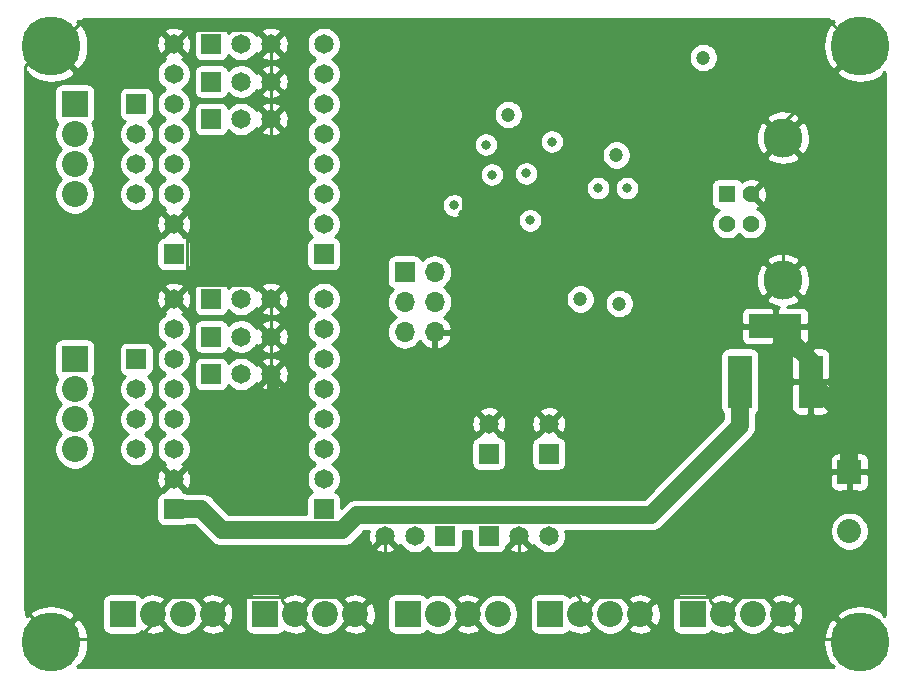
<source format=gbr>
G04 #@! TF.GenerationSoftware,KiCad,Pcbnew,5.1.2-1.fc30*
G04 #@! TF.CreationDate,2019-09-11T07:26:08-04:00*
G04 #@! TF.ProjectId,Platypus,506c6174-7970-4757-932e-6b696361645f,rev?*
G04 #@! TF.SameCoordinates,Original*
G04 #@! TF.FileFunction,Copper,L2,Inr*
G04 #@! TF.FilePolarity,Positive*
%FSLAX46Y46*%
G04 Gerber Fmt 4.6, Leading zero omitted, Abs format (unit mm)*
G04 Created by KiCad (PCBNEW 5.1.2-1.fc30) date 2019-09-11 07:26:08*
%MOMM*%
%LPD*%
G04 APERTURE LIST*
%ADD10C,1.651000*%
%ADD11R,1.651000X1.651000*%
%ADD12R,4.500000X2.000000*%
%ADD13R,2.000000X4.500000*%
%ADD14C,2.200000*%
%ADD15R,2.200000X2.200000*%
%ADD16R,1.700000X1.700000*%
%ADD17O,1.700000X1.700000*%
%ADD18C,3.316000*%
%ADD19C,1.428000*%
%ADD20R,1.428000X1.428000*%
%ADD21C,5.000000*%
%ADD22R,2.032000X2.032000*%
%ADD23C,2.032000*%
%ADD24C,0.800000*%
%ADD25C,1.200000*%
%ADD26C,0.250000*%
%ADD27C,1.500000*%
%ADD28C,1.000000*%
%ADD29C,0.254000*%
G04 APERTURE END LIST*
D10*
X176530000Y-72771000D03*
X179070000Y-72771000D03*
D11*
X181610000Y-72771000D03*
X161798000Y-37465000D03*
D10*
X164338000Y-37465000D03*
X166878000Y-37465000D03*
D11*
X161798000Y-34290000D03*
D10*
X164338000Y-34290000D03*
X166878000Y-34290000D03*
X166878000Y-31115000D03*
X164338000Y-31115000D03*
D11*
X161798000Y-31115000D03*
D10*
X171323000Y-31115000D03*
X171323000Y-33655000D03*
X171323000Y-36195000D03*
X171323000Y-38735000D03*
X171323000Y-41275000D03*
X171323000Y-43815000D03*
X171323000Y-46355000D03*
D11*
X171323000Y-48895000D03*
D10*
X158623000Y-31115000D03*
X158623000Y-33655000D03*
X158623000Y-36195000D03*
X158623000Y-38735000D03*
X158623000Y-41275000D03*
X158623000Y-43815000D03*
X158623000Y-46355000D03*
D11*
X158623000Y-48895000D03*
D10*
X166878000Y-59055000D03*
X164338000Y-59055000D03*
D11*
X161798000Y-59055000D03*
D10*
X166878000Y-55880000D03*
X164338000Y-55880000D03*
D11*
X161798000Y-55880000D03*
X161798000Y-52705000D03*
D10*
X164338000Y-52705000D03*
X166878000Y-52705000D03*
D11*
X171323000Y-70485000D03*
D10*
X171323000Y-67945000D03*
X171323000Y-65405000D03*
X171323000Y-62865000D03*
X171323000Y-60325000D03*
X171323000Y-57785000D03*
X171323000Y-55245000D03*
X171323000Y-52705000D03*
D11*
X158623000Y-70485000D03*
D10*
X158623000Y-67945000D03*
X158623000Y-65405000D03*
X158623000Y-62865000D03*
X158623000Y-60325000D03*
X158623000Y-57785000D03*
X158623000Y-55245000D03*
X158623000Y-52705000D03*
D12*
X209550000Y-54990000D03*
D13*
X206550000Y-59690000D03*
X212550000Y-59690000D03*
D14*
X186055000Y-79375000D03*
X183515000Y-79375000D03*
X180975000Y-79375000D03*
D15*
X178435000Y-79375000D03*
X190500000Y-79375000D03*
D14*
X193040000Y-79375000D03*
X195580000Y-79375000D03*
X198120000Y-79375000D03*
D11*
X190373000Y-65786000D03*
D10*
X190373000Y-63246000D03*
X185293000Y-63246000D03*
D11*
X185293000Y-65786000D03*
D14*
X210185000Y-79375000D03*
X207645000Y-79375000D03*
X205105000Y-79375000D03*
D15*
X202565000Y-79375000D03*
X154305000Y-79375000D03*
D14*
X156845000Y-79375000D03*
X159385000Y-79375000D03*
X161925000Y-79375000D03*
X173990000Y-79375000D03*
X171450000Y-79375000D03*
X168910000Y-79375000D03*
D15*
X166370000Y-79375000D03*
D16*
X178181000Y-50419000D03*
D17*
X180721000Y-50419000D03*
X178181000Y-52959000D03*
X180721000Y-52959000D03*
X178181000Y-55499000D03*
X180721000Y-55499000D03*
D15*
X150241000Y-36195000D03*
D14*
X150241000Y-38735000D03*
X150241000Y-41275000D03*
X150241000Y-43815000D03*
D11*
X155448000Y-36195000D03*
D10*
X155448000Y-38735000D03*
X155448000Y-41275000D03*
X155448000Y-43815000D03*
D15*
X150241000Y-57785000D03*
D14*
X150241000Y-60325000D03*
X150241000Y-62865000D03*
X150241000Y-65405000D03*
D10*
X155448000Y-65405000D03*
X155448000Y-62865000D03*
X155448000Y-60325000D03*
D11*
X155448000Y-57785000D03*
D18*
X210196000Y-39045000D03*
X210196000Y-51085000D03*
D19*
X207486000Y-43815000D03*
X207486000Y-46315000D03*
D20*
X205486000Y-43815000D03*
D19*
X205486000Y-46315000D03*
D21*
X216750000Y-31250000D03*
X148250000Y-81750000D03*
X148250000Y-31250000D03*
X216750000Y-81750000D03*
D22*
X215823000Y-67350000D03*
D23*
X215823000Y-72350000D03*
D10*
X190373000Y-72771000D03*
X187833000Y-72771000D03*
D11*
X185293000Y-72771000D03*
D24*
X199009000Y-47752000D03*
X183134000Y-45466000D03*
X183134000Y-39624000D03*
X192659000Y-34798000D03*
X189484000Y-32258000D03*
X182626000Y-33147000D03*
X167000000Y-63000000D03*
D25*
X166846703Y-42449298D03*
X196088000Y-40513000D03*
X203454000Y-32258000D03*
X186955998Y-37084000D03*
X193040000Y-52705000D03*
X196342000Y-53086000D03*
D24*
X188785500Y-46037500D03*
X182372000Y-44767500D03*
X190627000Y-39370000D03*
X188468000Y-42071120D03*
X185547000Y-42164000D03*
X185039000Y-39624000D03*
X194564000Y-43307000D03*
X196977000Y-43307000D03*
D26*
X206863000Y-47752000D02*
X210196000Y-51085000D01*
X199009000Y-47752000D02*
X206863000Y-47752000D01*
X210196000Y-46525000D02*
X210196000Y-51085000D01*
X207486000Y-43815000D02*
X210196000Y-46525000D01*
X199009000Y-47752000D02*
X185420000Y-47752000D01*
X185420000Y-47752000D02*
X183134000Y-45466000D01*
X183134000Y-45466000D02*
X183134000Y-39624000D01*
X192659000Y-34798000D02*
X195199000Y-37338000D01*
X208489000Y-37338000D02*
X210196000Y-39045000D01*
X195199000Y-37338000D02*
X208489000Y-37338000D01*
X192659000Y-34798000D02*
X192024000Y-34798000D01*
X192024000Y-34798000D02*
X189484000Y-32258000D01*
X189484000Y-32258000D02*
X183388000Y-32258000D01*
X183388000Y-32258000D02*
X182626000Y-33020000D01*
X182626000Y-33020000D02*
X182626000Y-33147000D01*
X160825001Y-78275001D02*
X161925000Y-79375000D01*
X158270001Y-77949999D02*
X160499999Y-77949999D01*
X156845000Y-79375000D02*
X158270001Y-77949999D01*
X160499999Y-77949999D02*
X160825001Y-78275001D01*
X167810001Y-78275001D02*
X168910000Y-79375000D01*
X161925000Y-79375000D02*
X163350001Y-77949999D01*
X167810001Y-78029999D02*
X167810001Y-78275001D01*
X167730001Y-77949999D02*
X167810001Y-78029999D01*
X163350001Y-77949999D02*
X167730001Y-77949999D01*
X172890001Y-78275001D02*
X173990000Y-79375000D01*
X172564999Y-77949999D02*
X172890001Y-78275001D01*
X168910000Y-79375000D02*
X170335001Y-77949999D01*
X170335001Y-77949999D02*
X172564999Y-77949999D01*
X197020001Y-78275001D02*
X198120000Y-79375000D01*
X196694999Y-77949999D02*
X197020001Y-78275001D01*
X193040000Y-79375000D02*
X194465001Y-77949999D01*
X194465001Y-77949999D02*
X196694999Y-77949999D01*
X204005001Y-78275001D02*
X205105000Y-79375000D01*
X204005001Y-78029999D02*
X204005001Y-78275001D01*
X203925001Y-77949999D02*
X204005001Y-78029999D01*
X198120000Y-79375000D02*
X199545001Y-77949999D01*
X199545001Y-77949999D02*
X203925001Y-77949999D01*
X209085001Y-78275001D02*
X210185000Y-79375000D01*
X208759999Y-77949999D02*
X209085001Y-78275001D01*
X205105000Y-79375000D02*
X206530001Y-77949999D01*
X206530001Y-77949999D02*
X208759999Y-77949999D01*
X212550000Y-77010000D02*
X212550000Y-59690000D01*
X210185000Y-79375000D02*
X212550000Y-77010000D01*
X210196000Y-39045000D02*
X210196000Y-37804000D01*
X210196000Y-37804000D02*
X216500000Y-31500000D01*
X216500000Y-31500000D02*
X214000000Y-29000000D01*
X151000000Y-29000000D02*
X148500000Y-31500000D01*
X214000000Y-29000000D02*
X151000000Y-29000000D01*
X148500000Y-31500000D02*
X147500000Y-31500000D01*
X146000000Y-79000000D02*
X148500000Y-81500000D01*
X146000000Y-33000000D02*
X146000000Y-79000000D01*
X147500000Y-31500000D02*
X146000000Y-33000000D01*
X148500000Y-81500000D02*
X155500000Y-81500000D01*
X156845000Y-80155000D02*
X156845000Y-79375000D01*
X155500000Y-81500000D02*
X156845000Y-80155000D01*
X216500000Y-81500000D02*
X212310000Y-81500000D01*
X212310000Y-81500000D02*
X210185000Y-79375000D01*
X157797501Y-30289501D02*
X152289501Y-30289501D01*
X158623000Y-31115000D02*
X157797501Y-30289501D01*
X152289501Y-30289501D02*
X151000000Y-29000000D01*
D27*
X212550000Y-57990000D02*
X209550000Y-54990000D01*
X212550000Y-59690000D02*
X212550000Y-57990000D01*
D26*
X166878000Y-37465000D02*
X166878000Y-34290000D01*
X166878000Y-34290000D02*
X166878000Y-31115000D01*
X159448499Y-30289501D02*
X158623000Y-31115000D01*
X159773501Y-29964499D02*
X159448499Y-30289501D01*
X166878000Y-31115000D02*
X165727499Y-29964499D01*
X165727499Y-29964499D02*
X159773501Y-29964499D01*
D28*
X167000000Y-59177000D02*
X166878000Y-59055000D01*
X167000000Y-63000000D02*
X167000000Y-59177000D01*
D26*
X166878000Y-59055000D02*
X166878000Y-55880000D01*
X166878000Y-55880000D02*
X166878000Y-52705000D01*
X159448499Y-51879501D02*
X158623000Y-52705000D01*
X159773501Y-51554499D02*
X159448499Y-51879501D01*
X166878000Y-52705000D02*
X165727499Y-51554499D01*
X165727499Y-51554499D02*
X159773501Y-51554499D01*
X159448499Y-47180499D02*
X158623000Y-46355000D01*
X159773501Y-47505501D02*
X159448499Y-47180499D01*
X158623000Y-52705000D02*
X159773501Y-51554499D01*
X159773501Y-51554499D02*
X159773501Y-47505501D01*
X166878000Y-42418001D02*
X166846703Y-42449298D01*
X166878000Y-37465000D02*
X166878000Y-42418001D01*
D27*
X215823000Y-62963000D02*
X212550000Y-59690000D01*
X215823000Y-67350000D02*
X215823000Y-62963000D01*
D26*
X176530000Y-76835000D02*
X176530000Y-72771000D01*
X173990000Y-79375000D02*
X176530000Y-76835000D01*
X182415001Y-78275001D02*
X183515000Y-79375000D01*
X181102000Y-76962000D02*
X182415001Y-78275001D01*
X173990000Y-79375000D02*
X176403000Y-76962000D01*
X176403000Y-76962000D02*
X181102000Y-76962000D01*
X187833000Y-75057000D02*
X187833000Y-72771000D01*
X183515000Y-79375000D02*
X187833000Y-75057000D01*
X193040000Y-77978000D02*
X193040000Y-79375000D01*
X187833000Y-72771000D02*
X193040000Y-77978000D01*
X180721000Y-58674000D02*
X185293000Y-63246000D01*
X180721000Y-55499000D02*
X180721000Y-58674000D01*
D27*
X160948500Y-70485000D02*
X158623000Y-70485000D01*
X206550000Y-59690000D02*
X206550000Y-63440000D01*
X206550000Y-63440000D02*
X198994501Y-70995499D01*
X198994501Y-70995499D02*
X174173503Y-70995499D01*
X174173503Y-70995499D02*
X172908501Y-72260501D01*
X172908501Y-72260501D02*
X162724001Y-72260501D01*
X162724001Y-72260501D02*
X160948500Y-70485000D01*
D29*
G36*
X214546850Y-29226458D02*
G01*
X214128882Y-29502627D01*
X213838351Y-30047557D01*
X213659713Y-30638696D01*
X213599832Y-31253328D01*
X213661010Y-31867831D01*
X213840897Y-32458592D01*
X214128882Y-32997373D01*
X214546852Y-33273543D01*
X216570395Y-31250000D01*
X216556253Y-31235858D01*
X216735858Y-31056253D01*
X216750000Y-31070395D01*
X216764143Y-31056253D01*
X216943748Y-31235858D01*
X216929605Y-31250000D01*
X216943748Y-31264143D01*
X216764143Y-31443748D01*
X216750000Y-31429605D01*
X214726457Y-33453148D01*
X215002627Y-33871118D01*
X215547557Y-34161649D01*
X216138696Y-34340287D01*
X216753328Y-34400168D01*
X217367831Y-34338990D01*
X217958592Y-34159103D01*
X218497373Y-33871118D01*
X218773542Y-33453150D01*
X218873000Y-33552608D01*
X218873000Y-79447392D01*
X218773542Y-79546850D01*
X218497373Y-79128882D01*
X217952443Y-78838351D01*
X217361304Y-78659713D01*
X216746672Y-78599832D01*
X216132169Y-78661010D01*
X215541408Y-78840897D01*
X215002627Y-79128882D01*
X214726457Y-79546852D01*
X216750000Y-81570395D01*
X216764143Y-81556253D01*
X216943748Y-81735858D01*
X216929605Y-81750000D01*
X216943748Y-81764143D01*
X216764143Y-81943748D01*
X216750000Y-81929605D01*
X216735858Y-81943748D01*
X216556253Y-81764143D01*
X216570395Y-81750000D01*
X214546852Y-79726457D01*
X214128882Y-80002627D01*
X213838351Y-80547557D01*
X213659713Y-81138696D01*
X213599832Y-81753328D01*
X213661010Y-82367831D01*
X213840897Y-82958592D01*
X214128882Y-83497373D01*
X214546850Y-83773542D01*
X214447392Y-83873000D01*
X150552608Y-83873000D01*
X150453150Y-83773542D01*
X150871118Y-83497373D01*
X151161649Y-82952443D01*
X151340287Y-82361304D01*
X151400168Y-81746672D01*
X151338990Y-81132169D01*
X151159103Y-80541408D01*
X150871118Y-80002627D01*
X150453148Y-79726457D01*
X148429605Y-81750000D01*
X148443748Y-81764143D01*
X148264143Y-81943748D01*
X148250000Y-81929605D01*
X148235858Y-81943748D01*
X148056253Y-81764143D01*
X148070395Y-81750000D01*
X148056253Y-81735858D01*
X148235858Y-81556253D01*
X148250000Y-81570395D01*
X150273543Y-79546852D01*
X149997373Y-79128882D01*
X149452443Y-78838351D01*
X148861304Y-78659713D01*
X148246672Y-78599832D01*
X147632169Y-78661010D01*
X147041408Y-78840897D01*
X146502627Y-79128882D01*
X146226458Y-79546850D01*
X146127000Y-79447392D01*
X146127000Y-78275000D01*
X152566928Y-78275000D01*
X152566928Y-80475000D01*
X152579188Y-80599482D01*
X152615498Y-80719180D01*
X152674463Y-80829494D01*
X152753815Y-80926185D01*
X152850506Y-81005537D01*
X152960820Y-81064502D01*
X153080518Y-81100812D01*
X153205000Y-81113072D01*
X155405000Y-81113072D01*
X155529482Y-81100812D01*
X155649180Y-81064502D01*
X155759494Y-81005537D01*
X155856185Y-80926185D01*
X155921772Y-80846267D01*
X155925726Y-80856338D01*
X156232384Y-81007216D01*
X156562585Y-81095369D01*
X156903639Y-81117409D01*
X157242439Y-81072489D01*
X157565966Y-80962336D01*
X157764274Y-80856338D01*
X157872107Y-80581712D01*
X156845000Y-79554605D01*
X156830858Y-79568748D01*
X156651253Y-79389143D01*
X156665395Y-79375000D01*
X157024605Y-79375000D01*
X157849531Y-80199926D01*
X158037337Y-80480998D01*
X158279002Y-80722663D01*
X158563169Y-80912537D01*
X158878919Y-81043325D01*
X159214117Y-81110000D01*
X159555883Y-81110000D01*
X159891081Y-81043325D01*
X160206831Y-80912537D01*
X160490998Y-80722663D01*
X160631949Y-80581712D01*
X160897893Y-80581712D01*
X161005726Y-80856338D01*
X161312384Y-81007216D01*
X161642585Y-81095369D01*
X161983639Y-81117409D01*
X162322439Y-81072489D01*
X162645966Y-80962336D01*
X162844274Y-80856338D01*
X162952107Y-80581712D01*
X161925000Y-79554605D01*
X160897893Y-80581712D01*
X160631949Y-80581712D01*
X160732663Y-80480998D01*
X160920469Y-80199926D01*
X161745395Y-79375000D01*
X162104605Y-79375000D01*
X163131712Y-80402107D01*
X163406338Y-80294274D01*
X163557216Y-79987616D01*
X163645369Y-79657415D01*
X163667409Y-79316361D01*
X163622489Y-78977561D01*
X163512336Y-78654034D01*
X163406338Y-78455726D01*
X163131712Y-78347893D01*
X162104605Y-79375000D01*
X161745395Y-79375000D01*
X160920469Y-78550074D01*
X160732663Y-78269002D01*
X160631949Y-78168288D01*
X160897893Y-78168288D01*
X161925000Y-79195395D01*
X162845395Y-78275000D01*
X164631928Y-78275000D01*
X164631928Y-80475000D01*
X164644188Y-80599482D01*
X164680498Y-80719180D01*
X164739463Y-80829494D01*
X164818815Y-80926185D01*
X164915506Y-81005537D01*
X165025820Y-81064502D01*
X165145518Y-81100812D01*
X165270000Y-81113072D01*
X167470000Y-81113072D01*
X167594482Y-81100812D01*
X167714180Y-81064502D01*
X167824494Y-81005537D01*
X167921185Y-80926185D01*
X167986772Y-80846267D01*
X167990726Y-80856338D01*
X168297384Y-81007216D01*
X168627585Y-81095369D01*
X168968639Y-81117409D01*
X169307439Y-81072489D01*
X169630966Y-80962336D01*
X169829274Y-80856338D01*
X169937107Y-80581712D01*
X168910000Y-79554605D01*
X168895858Y-79568748D01*
X168716253Y-79389143D01*
X168730395Y-79375000D01*
X169089605Y-79375000D01*
X169914531Y-80199926D01*
X170102337Y-80480998D01*
X170344002Y-80722663D01*
X170628169Y-80912537D01*
X170943919Y-81043325D01*
X171279117Y-81110000D01*
X171620883Y-81110000D01*
X171956081Y-81043325D01*
X172271831Y-80912537D01*
X172555998Y-80722663D01*
X172696949Y-80581712D01*
X172962893Y-80581712D01*
X173070726Y-80856338D01*
X173377384Y-81007216D01*
X173707585Y-81095369D01*
X174048639Y-81117409D01*
X174387439Y-81072489D01*
X174710966Y-80962336D01*
X174909274Y-80856338D01*
X175017107Y-80581712D01*
X173990000Y-79554605D01*
X172962893Y-80581712D01*
X172696949Y-80581712D01*
X172797663Y-80480998D01*
X172985469Y-80199926D01*
X173810395Y-79375000D01*
X174169605Y-79375000D01*
X175196712Y-80402107D01*
X175471338Y-80294274D01*
X175622216Y-79987616D01*
X175710369Y-79657415D01*
X175732409Y-79316361D01*
X175687489Y-78977561D01*
X175577336Y-78654034D01*
X175471338Y-78455726D01*
X175196712Y-78347893D01*
X174169605Y-79375000D01*
X173810395Y-79375000D01*
X172985469Y-78550074D01*
X172797663Y-78269002D01*
X172696949Y-78168288D01*
X172962893Y-78168288D01*
X173990000Y-79195395D01*
X174910395Y-78275000D01*
X176696928Y-78275000D01*
X176696928Y-80475000D01*
X176709188Y-80599482D01*
X176745498Y-80719180D01*
X176804463Y-80829494D01*
X176883815Y-80926185D01*
X176980506Y-81005537D01*
X177090820Y-81064502D01*
X177210518Y-81100812D01*
X177335000Y-81113072D01*
X179535000Y-81113072D01*
X179659482Y-81100812D01*
X179779180Y-81064502D01*
X179889494Y-81005537D01*
X179986185Y-80926185D01*
X180052557Y-80845310D01*
X180153169Y-80912537D01*
X180468919Y-81043325D01*
X180804117Y-81110000D01*
X181145883Y-81110000D01*
X181481081Y-81043325D01*
X181796831Y-80912537D01*
X182080998Y-80722663D01*
X182221949Y-80581712D01*
X182487893Y-80581712D01*
X182595726Y-80856338D01*
X182902384Y-81007216D01*
X183232585Y-81095369D01*
X183573639Y-81117409D01*
X183912439Y-81072489D01*
X184235966Y-80962336D01*
X184434274Y-80856338D01*
X184542107Y-80581712D01*
X183515000Y-79554605D01*
X182487893Y-80581712D01*
X182221949Y-80581712D01*
X182322663Y-80480998D01*
X182510469Y-80199926D01*
X183335395Y-79375000D01*
X183694605Y-79375000D01*
X184519531Y-80199926D01*
X184707337Y-80480998D01*
X184949002Y-80722663D01*
X185233169Y-80912537D01*
X185548919Y-81043325D01*
X185884117Y-81110000D01*
X186225883Y-81110000D01*
X186561081Y-81043325D01*
X186876831Y-80912537D01*
X187160998Y-80722663D01*
X187402663Y-80480998D01*
X187592537Y-80196831D01*
X187723325Y-79881081D01*
X187790000Y-79545883D01*
X187790000Y-79204117D01*
X187723325Y-78868919D01*
X187592537Y-78553169D01*
X187406671Y-78275000D01*
X188761928Y-78275000D01*
X188761928Y-80475000D01*
X188774188Y-80599482D01*
X188810498Y-80719180D01*
X188869463Y-80829494D01*
X188948815Y-80926185D01*
X189045506Y-81005537D01*
X189155820Y-81064502D01*
X189275518Y-81100812D01*
X189400000Y-81113072D01*
X191600000Y-81113072D01*
X191724482Y-81100812D01*
X191844180Y-81064502D01*
X191954494Y-81005537D01*
X192051185Y-80926185D01*
X192116772Y-80846267D01*
X192120726Y-80856338D01*
X192427384Y-81007216D01*
X192757585Y-81095369D01*
X193098639Y-81117409D01*
X193437439Y-81072489D01*
X193760966Y-80962336D01*
X193959274Y-80856338D01*
X194067107Y-80581712D01*
X193040000Y-79554605D01*
X193025858Y-79568748D01*
X192846253Y-79389143D01*
X192860395Y-79375000D01*
X193219605Y-79375000D01*
X194044531Y-80199926D01*
X194232337Y-80480998D01*
X194474002Y-80722663D01*
X194758169Y-80912537D01*
X195073919Y-81043325D01*
X195409117Y-81110000D01*
X195750883Y-81110000D01*
X196086081Y-81043325D01*
X196401831Y-80912537D01*
X196685998Y-80722663D01*
X196826949Y-80581712D01*
X197092893Y-80581712D01*
X197200726Y-80856338D01*
X197507384Y-81007216D01*
X197837585Y-81095369D01*
X198178639Y-81117409D01*
X198517439Y-81072489D01*
X198840966Y-80962336D01*
X199039274Y-80856338D01*
X199147107Y-80581712D01*
X198120000Y-79554605D01*
X197092893Y-80581712D01*
X196826949Y-80581712D01*
X196927663Y-80480998D01*
X197115469Y-80199926D01*
X197940395Y-79375000D01*
X198299605Y-79375000D01*
X199326712Y-80402107D01*
X199601338Y-80294274D01*
X199752216Y-79987616D01*
X199840369Y-79657415D01*
X199862409Y-79316361D01*
X199817489Y-78977561D01*
X199707336Y-78654034D01*
X199601338Y-78455726D01*
X199326712Y-78347893D01*
X198299605Y-79375000D01*
X197940395Y-79375000D01*
X197115469Y-78550074D01*
X196927663Y-78269002D01*
X196826949Y-78168288D01*
X197092893Y-78168288D01*
X198120000Y-79195395D01*
X199040395Y-78275000D01*
X200826928Y-78275000D01*
X200826928Y-80475000D01*
X200839188Y-80599482D01*
X200875498Y-80719180D01*
X200934463Y-80829494D01*
X201013815Y-80926185D01*
X201110506Y-81005537D01*
X201220820Y-81064502D01*
X201340518Y-81100812D01*
X201465000Y-81113072D01*
X203665000Y-81113072D01*
X203789482Y-81100812D01*
X203909180Y-81064502D01*
X204019494Y-81005537D01*
X204116185Y-80926185D01*
X204181772Y-80846267D01*
X204185726Y-80856338D01*
X204492384Y-81007216D01*
X204822585Y-81095369D01*
X205163639Y-81117409D01*
X205502439Y-81072489D01*
X205825966Y-80962336D01*
X206024274Y-80856338D01*
X206132107Y-80581712D01*
X205105000Y-79554605D01*
X205090858Y-79568748D01*
X204911253Y-79389143D01*
X204925395Y-79375000D01*
X205284605Y-79375000D01*
X206109531Y-80199926D01*
X206297337Y-80480998D01*
X206539002Y-80722663D01*
X206823169Y-80912537D01*
X207138919Y-81043325D01*
X207474117Y-81110000D01*
X207815883Y-81110000D01*
X208151081Y-81043325D01*
X208466831Y-80912537D01*
X208750998Y-80722663D01*
X208891949Y-80581712D01*
X209157893Y-80581712D01*
X209265726Y-80856338D01*
X209572384Y-81007216D01*
X209902585Y-81095369D01*
X210243639Y-81117409D01*
X210582439Y-81072489D01*
X210905966Y-80962336D01*
X211104274Y-80856338D01*
X211212107Y-80581712D01*
X210185000Y-79554605D01*
X209157893Y-80581712D01*
X208891949Y-80581712D01*
X208992663Y-80480998D01*
X209180469Y-80199926D01*
X210005395Y-79375000D01*
X210364605Y-79375000D01*
X211391712Y-80402107D01*
X211666338Y-80294274D01*
X211817216Y-79987616D01*
X211905369Y-79657415D01*
X211927409Y-79316361D01*
X211882489Y-78977561D01*
X211772336Y-78654034D01*
X211666338Y-78455726D01*
X211391712Y-78347893D01*
X210364605Y-79375000D01*
X210005395Y-79375000D01*
X209180469Y-78550074D01*
X208992663Y-78269002D01*
X208891949Y-78168288D01*
X209157893Y-78168288D01*
X210185000Y-79195395D01*
X211212107Y-78168288D01*
X211104274Y-77893662D01*
X210797616Y-77742784D01*
X210467415Y-77654631D01*
X210126361Y-77632591D01*
X209787561Y-77677511D01*
X209464034Y-77787664D01*
X209265726Y-77893662D01*
X209157893Y-78168288D01*
X208891949Y-78168288D01*
X208750998Y-78027337D01*
X208466831Y-77837463D01*
X208151081Y-77706675D01*
X207815883Y-77640000D01*
X207474117Y-77640000D01*
X207138919Y-77706675D01*
X206823169Y-77837463D01*
X206539002Y-78027337D01*
X206297337Y-78269002D01*
X206109531Y-78550074D01*
X205284605Y-79375000D01*
X204925395Y-79375000D01*
X204911253Y-79360858D01*
X205090858Y-79181253D01*
X205105000Y-79195395D01*
X206132107Y-78168288D01*
X206024274Y-77893662D01*
X205717616Y-77742784D01*
X205387415Y-77654631D01*
X205046361Y-77632591D01*
X204707561Y-77677511D01*
X204384034Y-77787664D01*
X204185726Y-77893662D01*
X204181772Y-77903733D01*
X204116185Y-77823815D01*
X204019494Y-77744463D01*
X203909180Y-77685498D01*
X203789482Y-77649188D01*
X203665000Y-77636928D01*
X201465000Y-77636928D01*
X201340518Y-77649188D01*
X201220820Y-77685498D01*
X201110506Y-77744463D01*
X201013815Y-77823815D01*
X200934463Y-77920506D01*
X200875498Y-78030820D01*
X200839188Y-78150518D01*
X200826928Y-78275000D01*
X199040395Y-78275000D01*
X199147107Y-78168288D01*
X199039274Y-77893662D01*
X198732616Y-77742784D01*
X198402415Y-77654631D01*
X198061361Y-77632591D01*
X197722561Y-77677511D01*
X197399034Y-77787664D01*
X197200726Y-77893662D01*
X197092893Y-78168288D01*
X196826949Y-78168288D01*
X196685998Y-78027337D01*
X196401831Y-77837463D01*
X196086081Y-77706675D01*
X195750883Y-77640000D01*
X195409117Y-77640000D01*
X195073919Y-77706675D01*
X194758169Y-77837463D01*
X194474002Y-78027337D01*
X194232337Y-78269002D01*
X194044531Y-78550074D01*
X193219605Y-79375000D01*
X192860395Y-79375000D01*
X192846253Y-79360858D01*
X193025858Y-79181253D01*
X193040000Y-79195395D01*
X194067107Y-78168288D01*
X193959274Y-77893662D01*
X193652616Y-77742784D01*
X193322415Y-77654631D01*
X192981361Y-77632591D01*
X192642561Y-77677511D01*
X192319034Y-77787664D01*
X192120726Y-77893662D01*
X192116772Y-77903733D01*
X192051185Y-77823815D01*
X191954494Y-77744463D01*
X191844180Y-77685498D01*
X191724482Y-77649188D01*
X191600000Y-77636928D01*
X189400000Y-77636928D01*
X189275518Y-77649188D01*
X189155820Y-77685498D01*
X189045506Y-77744463D01*
X188948815Y-77823815D01*
X188869463Y-77920506D01*
X188810498Y-78030820D01*
X188774188Y-78150518D01*
X188761928Y-78275000D01*
X187406671Y-78275000D01*
X187402663Y-78269002D01*
X187160998Y-78027337D01*
X186876831Y-77837463D01*
X186561081Y-77706675D01*
X186225883Y-77640000D01*
X185884117Y-77640000D01*
X185548919Y-77706675D01*
X185233169Y-77837463D01*
X184949002Y-78027337D01*
X184707337Y-78269002D01*
X184519531Y-78550074D01*
X183694605Y-79375000D01*
X183335395Y-79375000D01*
X182510469Y-78550074D01*
X182322663Y-78269002D01*
X182221949Y-78168288D01*
X182487893Y-78168288D01*
X183515000Y-79195395D01*
X184542107Y-78168288D01*
X184434274Y-77893662D01*
X184127616Y-77742784D01*
X183797415Y-77654631D01*
X183456361Y-77632591D01*
X183117561Y-77677511D01*
X182794034Y-77787664D01*
X182595726Y-77893662D01*
X182487893Y-78168288D01*
X182221949Y-78168288D01*
X182080998Y-78027337D01*
X181796831Y-77837463D01*
X181481081Y-77706675D01*
X181145883Y-77640000D01*
X180804117Y-77640000D01*
X180468919Y-77706675D01*
X180153169Y-77837463D01*
X180052557Y-77904690D01*
X179986185Y-77823815D01*
X179889494Y-77744463D01*
X179779180Y-77685498D01*
X179659482Y-77649188D01*
X179535000Y-77636928D01*
X177335000Y-77636928D01*
X177210518Y-77649188D01*
X177090820Y-77685498D01*
X176980506Y-77744463D01*
X176883815Y-77823815D01*
X176804463Y-77920506D01*
X176745498Y-78030820D01*
X176709188Y-78150518D01*
X176696928Y-78275000D01*
X174910395Y-78275000D01*
X175017107Y-78168288D01*
X174909274Y-77893662D01*
X174602616Y-77742784D01*
X174272415Y-77654631D01*
X173931361Y-77632591D01*
X173592561Y-77677511D01*
X173269034Y-77787664D01*
X173070726Y-77893662D01*
X172962893Y-78168288D01*
X172696949Y-78168288D01*
X172555998Y-78027337D01*
X172271831Y-77837463D01*
X171956081Y-77706675D01*
X171620883Y-77640000D01*
X171279117Y-77640000D01*
X170943919Y-77706675D01*
X170628169Y-77837463D01*
X170344002Y-78027337D01*
X170102337Y-78269002D01*
X169914531Y-78550074D01*
X169089605Y-79375000D01*
X168730395Y-79375000D01*
X168716253Y-79360858D01*
X168895858Y-79181253D01*
X168910000Y-79195395D01*
X169937107Y-78168288D01*
X169829274Y-77893662D01*
X169522616Y-77742784D01*
X169192415Y-77654631D01*
X168851361Y-77632591D01*
X168512561Y-77677511D01*
X168189034Y-77787664D01*
X167990726Y-77893662D01*
X167986772Y-77903733D01*
X167921185Y-77823815D01*
X167824494Y-77744463D01*
X167714180Y-77685498D01*
X167594482Y-77649188D01*
X167470000Y-77636928D01*
X165270000Y-77636928D01*
X165145518Y-77649188D01*
X165025820Y-77685498D01*
X164915506Y-77744463D01*
X164818815Y-77823815D01*
X164739463Y-77920506D01*
X164680498Y-78030820D01*
X164644188Y-78150518D01*
X164631928Y-78275000D01*
X162845395Y-78275000D01*
X162952107Y-78168288D01*
X162844274Y-77893662D01*
X162537616Y-77742784D01*
X162207415Y-77654631D01*
X161866361Y-77632591D01*
X161527561Y-77677511D01*
X161204034Y-77787664D01*
X161005726Y-77893662D01*
X160897893Y-78168288D01*
X160631949Y-78168288D01*
X160490998Y-78027337D01*
X160206831Y-77837463D01*
X159891081Y-77706675D01*
X159555883Y-77640000D01*
X159214117Y-77640000D01*
X158878919Y-77706675D01*
X158563169Y-77837463D01*
X158279002Y-78027337D01*
X158037337Y-78269002D01*
X157849531Y-78550074D01*
X157024605Y-79375000D01*
X156665395Y-79375000D01*
X156651253Y-79360858D01*
X156830858Y-79181253D01*
X156845000Y-79195395D01*
X157872107Y-78168288D01*
X157764274Y-77893662D01*
X157457616Y-77742784D01*
X157127415Y-77654631D01*
X156786361Y-77632591D01*
X156447561Y-77677511D01*
X156124034Y-77787664D01*
X155925726Y-77893662D01*
X155921772Y-77903733D01*
X155856185Y-77823815D01*
X155759494Y-77744463D01*
X155649180Y-77685498D01*
X155529482Y-77649188D01*
X155405000Y-77636928D01*
X153205000Y-77636928D01*
X153080518Y-77649188D01*
X152960820Y-77685498D01*
X152850506Y-77744463D01*
X152753815Y-77823815D01*
X152674463Y-77920506D01*
X152615498Y-78030820D01*
X152579188Y-78150518D01*
X152566928Y-78275000D01*
X146127000Y-78275000D01*
X146127000Y-73781909D01*
X175698696Y-73781909D01*
X175773367Y-74028481D01*
X176033228Y-74151931D01*
X176312180Y-74222313D01*
X176599502Y-74236921D01*
X176884154Y-74195194D01*
X177155196Y-74098737D01*
X177286633Y-74028481D01*
X177361304Y-73781909D01*
X176530000Y-72950605D01*
X175698696Y-73781909D01*
X146127000Y-73781909D01*
X146127000Y-69659500D01*
X157159428Y-69659500D01*
X157159428Y-71310500D01*
X157171688Y-71434982D01*
X157207998Y-71554680D01*
X157266963Y-71664994D01*
X157346315Y-71761685D01*
X157443006Y-71841037D01*
X157553320Y-71900002D01*
X157673018Y-71936312D01*
X157797500Y-71948572D01*
X159448500Y-71948572D01*
X159572982Y-71936312D01*
X159692680Y-71900002D01*
X159748809Y-71870000D01*
X160374815Y-71870000D01*
X161696551Y-73191737D01*
X161739920Y-73244582D01*
X161792765Y-73287951D01*
X161792767Y-73287953D01*
X161932283Y-73402451D01*
X161950813Y-73417658D01*
X162191420Y-73546265D01*
X162452494Y-73625461D01*
X162655964Y-73645501D01*
X162655972Y-73645501D01*
X162724001Y-73652201D01*
X162792030Y-73645501D01*
X172840472Y-73645501D01*
X172908501Y-73652201D01*
X172976530Y-73645501D01*
X172976538Y-73645501D01*
X173180008Y-73625461D01*
X173441082Y-73546265D01*
X173681689Y-73417658D01*
X173892582Y-73244582D01*
X173935955Y-73191732D01*
X174747189Y-72380499D01*
X175122256Y-72380499D01*
X175078687Y-72553180D01*
X175064079Y-72840502D01*
X175105806Y-73125154D01*
X175202263Y-73396196D01*
X175272519Y-73527633D01*
X175519091Y-73602304D01*
X176350395Y-72771000D01*
X176336253Y-72756858D01*
X176515858Y-72577253D01*
X176530000Y-72591395D01*
X176544143Y-72577253D01*
X176723748Y-72756858D01*
X176709605Y-72771000D01*
X177540909Y-73602304D01*
X177787481Y-73527633D01*
X177800594Y-73500031D01*
X177935555Y-73702015D01*
X178138985Y-73905445D01*
X178378194Y-74065279D01*
X178643988Y-74175374D01*
X178926153Y-74231500D01*
X179213847Y-74231500D01*
X179496012Y-74175374D01*
X179761806Y-74065279D01*
X180001015Y-73905445D01*
X180164923Y-73741537D01*
X180194998Y-73840680D01*
X180253963Y-73950994D01*
X180333315Y-74047685D01*
X180430006Y-74127037D01*
X180540320Y-74186002D01*
X180660018Y-74222312D01*
X180784500Y-74234572D01*
X182435500Y-74234572D01*
X182559982Y-74222312D01*
X182679680Y-74186002D01*
X182789994Y-74127037D01*
X182886685Y-74047685D01*
X182966037Y-73950994D01*
X183025002Y-73840680D01*
X183061312Y-73720982D01*
X183073572Y-73596500D01*
X183073572Y-72380499D01*
X183829428Y-72380499D01*
X183829428Y-73596500D01*
X183841688Y-73720982D01*
X183877998Y-73840680D01*
X183936963Y-73950994D01*
X184016315Y-74047685D01*
X184113006Y-74127037D01*
X184223320Y-74186002D01*
X184343018Y-74222312D01*
X184467500Y-74234572D01*
X186118500Y-74234572D01*
X186242982Y-74222312D01*
X186362680Y-74186002D01*
X186472994Y-74127037D01*
X186569685Y-74047685D01*
X186649037Y-73950994D01*
X186708002Y-73840680D01*
X186725829Y-73781909D01*
X187001696Y-73781909D01*
X187076367Y-74028481D01*
X187336228Y-74151931D01*
X187615180Y-74222313D01*
X187902502Y-74236921D01*
X188187154Y-74195194D01*
X188458196Y-74098737D01*
X188589633Y-74028481D01*
X188664304Y-73781909D01*
X187833000Y-72950605D01*
X187001696Y-73781909D01*
X186725829Y-73781909D01*
X186744312Y-73720982D01*
X186756572Y-73596500D01*
X186756572Y-73582462D01*
X186822091Y-73602304D01*
X187653395Y-72771000D01*
X187639253Y-72756858D01*
X187818858Y-72577253D01*
X187833000Y-72591395D01*
X187847143Y-72577253D01*
X188026748Y-72756858D01*
X188012605Y-72771000D01*
X188843909Y-73602304D01*
X189090481Y-73527633D01*
X189103594Y-73500031D01*
X189238555Y-73702015D01*
X189441985Y-73905445D01*
X189681194Y-74065279D01*
X189946988Y-74175374D01*
X190229153Y-74231500D01*
X190516847Y-74231500D01*
X190799012Y-74175374D01*
X191064806Y-74065279D01*
X191304015Y-73905445D01*
X191507445Y-73702015D01*
X191667279Y-73462806D01*
X191777374Y-73197012D01*
X191833500Y-72914847D01*
X191833500Y-72627153D01*
X191784438Y-72380499D01*
X198926472Y-72380499D01*
X198994501Y-72387199D01*
X199062530Y-72380499D01*
X199062538Y-72380499D01*
X199266008Y-72360459D01*
X199527082Y-72281263D01*
X199702704Y-72187391D01*
X214172000Y-72187391D01*
X214172000Y-72512609D01*
X214235447Y-72831579D01*
X214359903Y-73132042D01*
X214540585Y-73402451D01*
X214770549Y-73632415D01*
X215040958Y-73813097D01*
X215341421Y-73937553D01*
X215660391Y-74001000D01*
X215985609Y-74001000D01*
X216304579Y-73937553D01*
X216605042Y-73813097D01*
X216875451Y-73632415D01*
X217105415Y-73402451D01*
X217286097Y-73132042D01*
X217410553Y-72831579D01*
X217474000Y-72512609D01*
X217474000Y-72187391D01*
X217410553Y-71868421D01*
X217286097Y-71567958D01*
X217105415Y-71297549D01*
X216875451Y-71067585D01*
X216605042Y-70886903D01*
X216304579Y-70762447D01*
X215985609Y-70699000D01*
X215660391Y-70699000D01*
X215341421Y-70762447D01*
X215040958Y-70886903D01*
X214770549Y-71067585D01*
X214540585Y-71297549D01*
X214359903Y-71567958D01*
X214235447Y-71868421D01*
X214172000Y-72187391D01*
X199702704Y-72187391D01*
X199767689Y-72152656D01*
X199978582Y-71979580D01*
X200021955Y-71926730D01*
X203582685Y-68366000D01*
X214168928Y-68366000D01*
X214181188Y-68490482D01*
X214217498Y-68610180D01*
X214276463Y-68720494D01*
X214355815Y-68817185D01*
X214452506Y-68896537D01*
X214562820Y-68955502D01*
X214682518Y-68991812D01*
X214807000Y-69004072D01*
X215537250Y-69001000D01*
X215696000Y-68842250D01*
X215696000Y-67477000D01*
X215950000Y-67477000D01*
X215950000Y-68842250D01*
X216108750Y-69001000D01*
X216839000Y-69004072D01*
X216963482Y-68991812D01*
X217083180Y-68955502D01*
X217193494Y-68896537D01*
X217290185Y-68817185D01*
X217369537Y-68720494D01*
X217428502Y-68610180D01*
X217464812Y-68490482D01*
X217477072Y-68366000D01*
X217474000Y-67635750D01*
X217315250Y-67477000D01*
X215950000Y-67477000D01*
X215696000Y-67477000D01*
X214330750Y-67477000D01*
X214172000Y-67635750D01*
X214168928Y-68366000D01*
X203582685Y-68366000D01*
X205614685Y-66334000D01*
X214168928Y-66334000D01*
X214172000Y-67064250D01*
X214330750Y-67223000D01*
X215696000Y-67223000D01*
X215696000Y-65857750D01*
X215950000Y-65857750D01*
X215950000Y-67223000D01*
X217315250Y-67223000D01*
X217474000Y-67064250D01*
X217477072Y-66334000D01*
X217464812Y-66209518D01*
X217428502Y-66089820D01*
X217369537Y-65979506D01*
X217290185Y-65882815D01*
X217193494Y-65803463D01*
X217083180Y-65744498D01*
X216963482Y-65708188D01*
X216839000Y-65695928D01*
X216108750Y-65699000D01*
X215950000Y-65857750D01*
X215696000Y-65857750D01*
X215537250Y-65699000D01*
X214807000Y-65695928D01*
X214682518Y-65708188D01*
X214562820Y-65744498D01*
X214452506Y-65803463D01*
X214355815Y-65882815D01*
X214276463Y-65979506D01*
X214217498Y-66089820D01*
X214181188Y-66209518D01*
X214168928Y-66334000D01*
X205614685Y-66334000D01*
X207481236Y-64467450D01*
X207534081Y-64424081D01*
X207577646Y-64370998D01*
X207707156Y-64213189D01*
X207707157Y-64213188D01*
X207835764Y-63972581D01*
X207914960Y-63711507D01*
X207935000Y-63508037D01*
X207935000Y-63508028D01*
X207941700Y-63440001D01*
X207935000Y-63371974D01*
X207935000Y-62445501D01*
X208001185Y-62391185D01*
X208080537Y-62294494D01*
X208139502Y-62184180D01*
X208175812Y-62064482D01*
X208188072Y-61940000D01*
X210911928Y-61940000D01*
X210924188Y-62064482D01*
X210960498Y-62184180D01*
X211019463Y-62294494D01*
X211098815Y-62391185D01*
X211195506Y-62470537D01*
X211305820Y-62529502D01*
X211425518Y-62565812D01*
X211550000Y-62578072D01*
X212264250Y-62575000D01*
X212423000Y-62416250D01*
X212423000Y-59817000D01*
X212677000Y-59817000D01*
X212677000Y-62416250D01*
X212835750Y-62575000D01*
X213550000Y-62578072D01*
X213674482Y-62565812D01*
X213794180Y-62529502D01*
X213904494Y-62470537D01*
X214001185Y-62391185D01*
X214080537Y-62294494D01*
X214139502Y-62184180D01*
X214175812Y-62064482D01*
X214188072Y-61940000D01*
X214185000Y-59975750D01*
X214026250Y-59817000D01*
X212677000Y-59817000D01*
X212423000Y-59817000D01*
X211073750Y-59817000D01*
X210915000Y-59975750D01*
X210911928Y-61940000D01*
X208188072Y-61940000D01*
X208188072Y-57440000D01*
X210911928Y-57440000D01*
X210915000Y-59404250D01*
X211073750Y-59563000D01*
X212423000Y-59563000D01*
X212423000Y-56963750D01*
X212677000Y-56963750D01*
X212677000Y-59563000D01*
X214026250Y-59563000D01*
X214185000Y-59404250D01*
X214188072Y-57440000D01*
X214175812Y-57315518D01*
X214139502Y-57195820D01*
X214080537Y-57085506D01*
X214001185Y-56988815D01*
X213904494Y-56909463D01*
X213794180Y-56850498D01*
X213674482Y-56814188D01*
X213550000Y-56801928D01*
X212835750Y-56805000D01*
X212677000Y-56963750D01*
X212423000Y-56963750D01*
X212264250Y-56805000D01*
X211550000Y-56801928D01*
X211425518Y-56814188D01*
X211305820Y-56850498D01*
X211195506Y-56909463D01*
X211098815Y-56988815D01*
X211019463Y-57085506D01*
X210960498Y-57195820D01*
X210924188Y-57315518D01*
X210911928Y-57440000D01*
X208188072Y-57440000D01*
X208175812Y-57315518D01*
X208139502Y-57195820D01*
X208080537Y-57085506D01*
X208001185Y-56988815D01*
X207904494Y-56909463D01*
X207794180Y-56850498D01*
X207674482Y-56814188D01*
X207550000Y-56801928D01*
X205550000Y-56801928D01*
X205425518Y-56814188D01*
X205305820Y-56850498D01*
X205195506Y-56909463D01*
X205098815Y-56988815D01*
X205019463Y-57085506D01*
X204960498Y-57195820D01*
X204924188Y-57315518D01*
X204911928Y-57440000D01*
X204911928Y-61940000D01*
X204924188Y-62064482D01*
X204960498Y-62184180D01*
X205019463Y-62294494D01*
X205098815Y-62391185D01*
X205165001Y-62445502D01*
X205165001Y-62866313D01*
X198420816Y-69610499D01*
X174241532Y-69610499D01*
X174173503Y-69603799D01*
X174105474Y-69610499D01*
X174105466Y-69610499D01*
X173925395Y-69628234D01*
X173901995Y-69630539D01*
X173806524Y-69659500D01*
X173640922Y-69709735D01*
X173400315Y-69838342D01*
X173400313Y-69838343D01*
X173400314Y-69838343D01*
X173242269Y-69968047D01*
X173242267Y-69968049D01*
X173189422Y-70011418D01*
X173146053Y-70064263D01*
X172786572Y-70423744D01*
X172786572Y-69659500D01*
X172774312Y-69535018D01*
X172738002Y-69415320D01*
X172679037Y-69305006D01*
X172599685Y-69208315D01*
X172502994Y-69128963D01*
X172392680Y-69069998D01*
X172293537Y-69039923D01*
X172457445Y-68876015D01*
X172617279Y-68636806D01*
X172727374Y-68371012D01*
X172783500Y-68088847D01*
X172783500Y-67801153D01*
X172727374Y-67518988D01*
X172617279Y-67253194D01*
X172457445Y-67013985D01*
X172254015Y-66810555D01*
X172051142Y-66675000D01*
X172254015Y-66539445D01*
X172457445Y-66336015D01*
X172617279Y-66096806D01*
X172727374Y-65831012D01*
X172783500Y-65548847D01*
X172783500Y-65261153D01*
X172727374Y-64978988D01*
X172719717Y-64960500D01*
X183829428Y-64960500D01*
X183829428Y-66611500D01*
X183841688Y-66735982D01*
X183877998Y-66855680D01*
X183936963Y-66965994D01*
X184016315Y-67062685D01*
X184113006Y-67142037D01*
X184223320Y-67201002D01*
X184343018Y-67237312D01*
X184467500Y-67249572D01*
X186118500Y-67249572D01*
X186242982Y-67237312D01*
X186362680Y-67201002D01*
X186472994Y-67142037D01*
X186569685Y-67062685D01*
X186649037Y-66965994D01*
X186708002Y-66855680D01*
X186744312Y-66735982D01*
X186756572Y-66611500D01*
X186756572Y-64960500D01*
X188909428Y-64960500D01*
X188909428Y-66611500D01*
X188921688Y-66735982D01*
X188957998Y-66855680D01*
X189016963Y-66965994D01*
X189096315Y-67062685D01*
X189193006Y-67142037D01*
X189303320Y-67201002D01*
X189423018Y-67237312D01*
X189547500Y-67249572D01*
X191198500Y-67249572D01*
X191322982Y-67237312D01*
X191442680Y-67201002D01*
X191552994Y-67142037D01*
X191649685Y-67062685D01*
X191729037Y-66965994D01*
X191788002Y-66855680D01*
X191824312Y-66735982D01*
X191836572Y-66611500D01*
X191836572Y-64960500D01*
X191824312Y-64836018D01*
X191788002Y-64716320D01*
X191729037Y-64606006D01*
X191649685Y-64509315D01*
X191552994Y-64429963D01*
X191442680Y-64370998D01*
X191322982Y-64334688D01*
X191198500Y-64322428D01*
X191184462Y-64322428D01*
X191204304Y-64256909D01*
X190373000Y-63425605D01*
X189541696Y-64256909D01*
X189561538Y-64322428D01*
X189547500Y-64322428D01*
X189423018Y-64334688D01*
X189303320Y-64370998D01*
X189193006Y-64429963D01*
X189096315Y-64509315D01*
X189016963Y-64606006D01*
X188957998Y-64716320D01*
X188921688Y-64836018D01*
X188909428Y-64960500D01*
X186756572Y-64960500D01*
X186744312Y-64836018D01*
X186708002Y-64716320D01*
X186649037Y-64606006D01*
X186569685Y-64509315D01*
X186472994Y-64429963D01*
X186362680Y-64370998D01*
X186242982Y-64334688D01*
X186118500Y-64322428D01*
X186104462Y-64322428D01*
X186124304Y-64256909D01*
X185293000Y-63425605D01*
X184461696Y-64256909D01*
X184481538Y-64322428D01*
X184467500Y-64322428D01*
X184343018Y-64334688D01*
X184223320Y-64370998D01*
X184113006Y-64429963D01*
X184016315Y-64509315D01*
X183936963Y-64606006D01*
X183877998Y-64716320D01*
X183841688Y-64836018D01*
X183829428Y-64960500D01*
X172719717Y-64960500D01*
X172617279Y-64713194D01*
X172457445Y-64473985D01*
X172254015Y-64270555D01*
X172051142Y-64135000D01*
X172254015Y-63999445D01*
X172457445Y-63796015D01*
X172617279Y-63556806D01*
X172717229Y-63315502D01*
X183827079Y-63315502D01*
X183868806Y-63600154D01*
X183965263Y-63871196D01*
X184035519Y-64002633D01*
X184282091Y-64077304D01*
X185113395Y-63246000D01*
X185472605Y-63246000D01*
X186303909Y-64077304D01*
X186550481Y-64002633D01*
X186673931Y-63742772D01*
X186744313Y-63463820D01*
X186751853Y-63315502D01*
X188907079Y-63315502D01*
X188948806Y-63600154D01*
X189045263Y-63871196D01*
X189115519Y-64002633D01*
X189362091Y-64077304D01*
X190193395Y-63246000D01*
X190552605Y-63246000D01*
X191383909Y-64077304D01*
X191630481Y-64002633D01*
X191753931Y-63742772D01*
X191824313Y-63463820D01*
X191838921Y-63176498D01*
X191797194Y-62891846D01*
X191700737Y-62620804D01*
X191630481Y-62489367D01*
X191383909Y-62414696D01*
X190552605Y-63246000D01*
X190193395Y-63246000D01*
X189362091Y-62414696D01*
X189115519Y-62489367D01*
X188992069Y-62749228D01*
X188921687Y-63028180D01*
X188907079Y-63315502D01*
X186751853Y-63315502D01*
X186758921Y-63176498D01*
X186717194Y-62891846D01*
X186620737Y-62620804D01*
X186550481Y-62489367D01*
X186303909Y-62414696D01*
X185472605Y-63246000D01*
X185113395Y-63246000D01*
X184282091Y-62414696D01*
X184035519Y-62489367D01*
X183912069Y-62749228D01*
X183841687Y-63028180D01*
X183827079Y-63315502D01*
X172717229Y-63315502D01*
X172727374Y-63291012D01*
X172783500Y-63008847D01*
X172783500Y-62721153D01*
X172727374Y-62438988D01*
X172642918Y-62235091D01*
X184461696Y-62235091D01*
X185293000Y-63066395D01*
X186124304Y-62235091D01*
X189541696Y-62235091D01*
X190373000Y-63066395D01*
X191204304Y-62235091D01*
X191129633Y-61988519D01*
X190869772Y-61865069D01*
X190590820Y-61794687D01*
X190303498Y-61780079D01*
X190018846Y-61821806D01*
X189747804Y-61918263D01*
X189616367Y-61988519D01*
X189541696Y-62235091D01*
X186124304Y-62235091D01*
X186049633Y-61988519D01*
X185789772Y-61865069D01*
X185510820Y-61794687D01*
X185223498Y-61780079D01*
X184938846Y-61821806D01*
X184667804Y-61918263D01*
X184536367Y-61988519D01*
X184461696Y-62235091D01*
X172642918Y-62235091D01*
X172617279Y-62173194D01*
X172457445Y-61933985D01*
X172254015Y-61730555D01*
X172051142Y-61595000D01*
X172254015Y-61459445D01*
X172457445Y-61256015D01*
X172617279Y-61016806D01*
X172727374Y-60751012D01*
X172783500Y-60468847D01*
X172783500Y-60181153D01*
X172727374Y-59898988D01*
X172617279Y-59633194D01*
X172457445Y-59393985D01*
X172254015Y-59190555D01*
X172051142Y-59055000D01*
X172254015Y-58919445D01*
X172457445Y-58716015D01*
X172617279Y-58476806D01*
X172727374Y-58211012D01*
X172783500Y-57928847D01*
X172783500Y-57641153D01*
X172727374Y-57358988D01*
X172617279Y-57093194D01*
X172457445Y-56853985D01*
X172254015Y-56650555D01*
X172051142Y-56515000D01*
X172254015Y-56379445D01*
X172457445Y-56176015D01*
X172617279Y-55936806D01*
X172727374Y-55671012D01*
X172783500Y-55388847D01*
X172783500Y-55101153D01*
X172727374Y-54818988D01*
X172617279Y-54553194D01*
X172457445Y-54313985D01*
X172254015Y-54110555D01*
X172051142Y-53975000D01*
X172254015Y-53839445D01*
X172457445Y-53636015D01*
X172617279Y-53396806D01*
X172727374Y-53131012D01*
X172761589Y-52959000D01*
X176688815Y-52959000D01*
X176717487Y-53250111D01*
X176802401Y-53530034D01*
X176940294Y-53788014D01*
X177125866Y-54014134D01*
X177351986Y-54199706D01*
X177406791Y-54229000D01*
X177351986Y-54258294D01*
X177125866Y-54443866D01*
X176940294Y-54669986D01*
X176802401Y-54927966D01*
X176717487Y-55207889D01*
X176688815Y-55499000D01*
X176717487Y-55790111D01*
X176802401Y-56070034D01*
X176940294Y-56328014D01*
X177125866Y-56554134D01*
X177351986Y-56739706D01*
X177609966Y-56877599D01*
X177889889Y-56962513D01*
X178108050Y-56984000D01*
X178253950Y-56984000D01*
X178472111Y-56962513D01*
X178752034Y-56877599D01*
X179010014Y-56739706D01*
X179236134Y-56554134D01*
X179421706Y-56328014D01*
X179452584Y-56270244D01*
X179623412Y-56499269D01*
X179839645Y-56694178D01*
X180089748Y-56843157D01*
X180364109Y-56940481D01*
X180594000Y-56819814D01*
X180594000Y-55626000D01*
X180848000Y-55626000D01*
X180848000Y-56819814D01*
X181077891Y-56940481D01*
X181352252Y-56843157D01*
X181602355Y-56694178D01*
X181818588Y-56499269D01*
X181992641Y-56265920D01*
X182117825Y-56003099D01*
X182121798Y-55990000D01*
X206661928Y-55990000D01*
X206674188Y-56114482D01*
X206710498Y-56234180D01*
X206769463Y-56344494D01*
X206848815Y-56441185D01*
X206945506Y-56520537D01*
X207055820Y-56579502D01*
X207175518Y-56615812D01*
X207300000Y-56628072D01*
X209264250Y-56625000D01*
X209423000Y-56466250D01*
X209423000Y-55117000D01*
X209677000Y-55117000D01*
X209677000Y-56466250D01*
X209835750Y-56625000D01*
X211800000Y-56628072D01*
X211924482Y-56615812D01*
X212044180Y-56579502D01*
X212154494Y-56520537D01*
X212251185Y-56441185D01*
X212330537Y-56344494D01*
X212389502Y-56234180D01*
X212425812Y-56114482D01*
X212438072Y-55990000D01*
X212435000Y-55275750D01*
X212276250Y-55117000D01*
X209677000Y-55117000D01*
X209423000Y-55117000D01*
X206823750Y-55117000D01*
X206665000Y-55275750D01*
X206661928Y-55990000D01*
X182121798Y-55990000D01*
X182162476Y-55855890D01*
X182041155Y-55626000D01*
X180848000Y-55626000D01*
X180594000Y-55626000D01*
X180574000Y-55626000D01*
X180574000Y-55372000D01*
X180594000Y-55372000D01*
X180594000Y-55352000D01*
X180848000Y-55352000D01*
X180848000Y-55372000D01*
X182041155Y-55372000D01*
X182162476Y-55142110D01*
X182117825Y-54994901D01*
X181992641Y-54732080D01*
X181818588Y-54498731D01*
X181602355Y-54303822D01*
X181485477Y-54234201D01*
X181550014Y-54199706D01*
X181776134Y-54014134D01*
X181961706Y-53788014D01*
X182099599Y-53530034D01*
X182184513Y-53250111D01*
X182213185Y-52959000D01*
X182184513Y-52667889D01*
X182158873Y-52583363D01*
X191805000Y-52583363D01*
X191805000Y-52826637D01*
X191852460Y-53065236D01*
X191945557Y-53289992D01*
X192080713Y-53492267D01*
X192252733Y-53664287D01*
X192455008Y-53799443D01*
X192679764Y-53892540D01*
X192918363Y-53940000D01*
X193161637Y-53940000D01*
X193400236Y-53892540D01*
X193624992Y-53799443D01*
X193827267Y-53664287D01*
X193999287Y-53492267D01*
X194134443Y-53289992D01*
X194227540Y-53065236D01*
X194247604Y-52964363D01*
X195107000Y-52964363D01*
X195107000Y-53207637D01*
X195154460Y-53446236D01*
X195247557Y-53670992D01*
X195382713Y-53873267D01*
X195554733Y-54045287D01*
X195757008Y-54180443D01*
X195981764Y-54273540D01*
X196220363Y-54321000D01*
X196463637Y-54321000D01*
X196702236Y-54273540D01*
X196926992Y-54180443D01*
X197129267Y-54045287D01*
X197184554Y-53990000D01*
X206661928Y-53990000D01*
X206665000Y-54704250D01*
X206823750Y-54863000D01*
X209423000Y-54863000D01*
X209423000Y-53513750D01*
X209264250Y-53355000D01*
X207300000Y-53351928D01*
X207175518Y-53364188D01*
X207055820Y-53400498D01*
X206945506Y-53459463D01*
X206848815Y-53538815D01*
X206769463Y-53635506D01*
X206710498Y-53745820D01*
X206674188Y-53865518D01*
X206661928Y-53990000D01*
X197184554Y-53990000D01*
X197301287Y-53873267D01*
X197436443Y-53670992D01*
X197529540Y-53446236D01*
X197577000Y-53207637D01*
X197577000Y-52964363D01*
X197529540Y-52725764D01*
X197514366Y-52689130D01*
X208771475Y-52689130D01*
X208946491Y-53020867D01*
X209348168Y-53227437D01*
X209782428Y-53351674D01*
X209834760Y-53355990D01*
X209677000Y-53513750D01*
X209677000Y-54863000D01*
X212276250Y-54863000D01*
X212435000Y-54704250D01*
X212438072Y-53990000D01*
X212425812Y-53865518D01*
X212389502Y-53745820D01*
X212330537Y-53635506D01*
X212251185Y-53538815D01*
X212154494Y-53459463D01*
X212044180Y-53400498D01*
X211924482Y-53364188D01*
X211800000Y-53351928D01*
X210537261Y-53353903D01*
X210681328Y-53337400D01*
X211111424Y-53199438D01*
X211445509Y-53020867D01*
X211620525Y-52689130D01*
X210196000Y-51264605D01*
X208771475Y-52689130D01*
X197514366Y-52689130D01*
X197436443Y-52501008D01*
X197301287Y-52298733D01*
X197129267Y-52126713D01*
X196926992Y-51991557D01*
X196702236Y-51898460D01*
X196463637Y-51851000D01*
X196220363Y-51851000D01*
X195981764Y-51898460D01*
X195757008Y-51991557D01*
X195554733Y-52126713D01*
X195382713Y-52298733D01*
X195247557Y-52501008D01*
X195154460Y-52725764D01*
X195107000Y-52964363D01*
X194247604Y-52964363D01*
X194275000Y-52826637D01*
X194275000Y-52583363D01*
X194227540Y-52344764D01*
X194134443Y-52120008D01*
X193999287Y-51917733D01*
X193827267Y-51745713D01*
X193624992Y-51610557D01*
X193400236Y-51517460D01*
X193161637Y-51470000D01*
X192918363Y-51470000D01*
X192679764Y-51517460D01*
X192455008Y-51610557D01*
X192252733Y-51745713D01*
X192080713Y-51917733D01*
X191945557Y-52120008D01*
X191852460Y-52344764D01*
X191805000Y-52583363D01*
X182158873Y-52583363D01*
X182099599Y-52387966D01*
X181961706Y-52129986D01*
X181776134Y-51903866D01*
X181550014Y-51718294D01*
X181495209Y-51689000D01*
X181550014Y-51659706D01*
X181776134Y-51474134D01*
X181961706Y-51248014D01*
X182029285Y-51121581D01*
X207892196Y-51121581D01*
X207943600Y-51570328D01*
X208081562Y-52000424D01*
X208260133Y-52334509D01*
X208591870Y-52509525D01*
X210016395Y-51085000D01*
X210375605Y-51085000D01*
X211800130Y-52509525D01*
X212131867Y-52334509D01*
X212338437Y-51932832D01*
X212462674Y-51498572D01*
X212499804Y-51048419D01*
X212448400Y-50599672D01*
X212310438Y-50169576D01*
X212131867Y-49835491D01*
X211800130Y-49660475D01*
X210375605Y-51085000D01*
X210016395Y-51085000D01*
X208591870Y-49660475D01*
X208260133Y-49835491D01*
X208053563Y-50237168D01*
X207929326Y-50671428D01*
X207892196Y-51121581D01*
X182029285Y-51121581D01*
X182099599Y-50990034D01*
X182184513Y-50710111D01*
X182213185Y-50419000D01*
X182184513Y-50127889D01*
X182099599Y-49847966D01*
X181961706Y-49589986D01*
X181872157Y-49480870D01*
X208771475Y-49480870D01*
X210196000Y-50905395D01*
X211620525Y-49480870D01*
X211445509Y-49149133D01*
X211043832Y-48942563D01*
X210609572Y-48818326D01*
X210159419Y-48781196D01*
X209710672Y-48832600D01*
X209280576Y-48970562D01*
X208946491Y-49149133D01*
X208771475Y-49480870D01*
X181872157Y-49480870D01*
X181776134Y-49363866D01*
X181550014Y-49178294D01*
X181292034Y-49040401D01*
X181012111Y-48955487D01*
X180793950Y-48934000D01*
X180648050Y-48934000D01*
X180429889Y-48955487D01*
X180149966Y-49040401D01*
X179891986Y-49178294D01*
X179665866Y-49363866D01*
X179641393Y-49393687D01*
X179620502Y-49324820D01*
X179561537Y-49214506D01*
X179482185Y-49117815D01*
X179385494Y-49038463D01*
X179275180Y-48979498D01*
X179155482Y-48943188D01*
X179031000Y-48930928D01*
X177331000Y-48930928D01*
X177206518Y-48943188D01*
X177086820Y-48979498D01*
X176976506Y-49038463D01*
X176879815Y-49117815D01*
X176800463Y-49214506D01*
X176741498Y-49324820D01*
X176705188Y-49444518D01*
X176692928Y-49569000D01*
X176692928Y-51269000D01*
X176705188Y-51393482D01*
X176741498Y-51513180D01*
X176800463Y-51623494D01*
X176879815Y-51720185D01*
X176976506Y-51799537D01*
X177086820Y-51858502D01*
X177155687Y-51879393D01*
X177125866Y-51903866D01*
X176940294Y-52129986D01*
X176802401Y-52387966D01*
X176717487Y-52667889D01*
X176688815Y-52959000D01*
X172761589Y-52959000D01*
X172783500Y-52848847D01*
X172783500Y-52561153D01*
X172727374Y-52278988D01*
X172617279Y-52013194D01*
X172457445Y-51773985D01*
X172254015Y-51570555D01*
X172014806Y-51410721D01*
X171749012Y-51300626D01*
X171466847Y-51244500D01*
X171179153Y-51244500D01*
X170896988Y-51300626D01*
X170631194Y-51410721D01*
X170391985Y-51570555D01*
X170188555Y-51773985D01*
X170028721Y-52013194D01*
X169918626Y-52278988D01*
X169862500Y-52561153D01*
X169862500Y-52848847D01*
X169918626Y-53131012D01*
X170028721Y-53396806D01*
X170188555Y-53636015D01*
X170391985Y-53839445D01*
X170594858Y-53975000D01*
X170391985Y-54110555D01*
X170188555Y-54313985D01*
X170028721Y-54553194D01*
X169918626Y-54818988D01*
X169862500Y-55101153D01*
X169862500Y-55388847D01*
X169918626Y-55671012D01*
X170028721Y-55936806D01*
X170188555Y-56176015D01*
X170391985Y-56379445D01*
X170594858Y-56515000D01*
X170391985Y-56650555D01*
X170188555Y-56853985D01*
X170028721Y-57093194D01*
X169918626Y-57358988D01*
X169862500Y-57641153D01*
X169862500Y-57928847D01*
X169918626Y-58211012D01*
X170028721Y-58476806D01*
X170188555Y-58716015D01*
X170391985Y-58919445D01*
X170594858Y-59055000D01*
X170391985Y-59190555D01*
X170188555Y-59393985D01*
X170028721Y-59633194D01*
X169918626Y-59898988D01*
X169862500Y-60181153D01*
X169862500Y-60468847D01*
X169918626Y-60751012D01*
X170028721Y-61016806D01*
X170188555Y-61256015D01*
X170391985Y-61459445D01*
X170594858Y-61595000D01*
X170391985Y-61730555D01*
X170188555Y-61933985D01*
X170028721Y-62173194D01*
X169918626Y-62438988D01*
X169862500Y-62721153D01*
X169862500Y-63008847D01*
X169918626Y-63291012D01*
X170028721Y-63556806D01*
X170188555Y-63796015D01*
X170391985Y-63999445D01*
X170594858Y-64135000D01*
X170391985Y-64270555D01*
X170188555Y-64473985D01*
X170028721Y-64713194D01*
X169918626Y-64978988D01*
X169862500Y-65261153D01*
X169862500Y-65548847D01*
X169918626Y-65831012D01*
X170028721Y-66096806D01*
X170188555Y-66336015D01*
X170391985Y-66539445D01*
X170594858Y-66675000D01*
X170391985Y-66810555D01*
X170188555Y-67013985D01*
X170028721Y-67253194D01*
X169918626Y-67518988D01*
X169862500Y-67801153D01*
X169862500Y-68088847D01*
X169918626Y-68371012D01*
X170028721Y-68636806D01*
X170188555Y-68876015D01*
X170352463Y-69039923D01*
X170253320Y-69069998D01*
X170143006Y-69128963D01*
X170046315Y-69208315D01*
X169966963Y-69305006D01*
X169907998Y-69415320D01*
X169871688Y-69535018D01*
X169859428Y-69659500D01*
X169859428Y-70875501D01*
X163297687Y-70875501D01*
X161975954Y-69553769D01*
X161932581Y-69500919D01*
X161721688Y-69327843D01*
X161481081Y-69199236D01*
X161220007Y-69120040D01*
X161016537Y-69100000D01*
X161016529Y-69100000D01*
X160948500Y-69093300D01*
X160880471Y-69100000D01*
X159748809Y-69100000D01*
X159692680Y-69069998D01*
X159572982Y-69033688D01*
X159448500Y-69021428D01*
X159434462Y-69021428D01*
X159454304Y-68955909D01*
X158623000Y-68124605D01*
X157791696Y-68955909D01*
X157811538Y-69021428D01*
X157797500Y-69021428D01*
X157673018Y-69033688D01*
X157553320Y-69069998D01*
X157443006Y-69128963D01*
X157346315Y-69208315D01*
X157266963Y-69305006D01*
X157207998Y-69415320D01*
X157171688Y-69535018D01*
X157159428Y-69659500D01*
X146127000Y-69659500D01*
X146127000Y-68014502D01*
X157157079Y-68014502D01*
X157198806Y-68299154D01*
X157295263Y-68570196D01*
X157365519Y-68701633D01*
X157612091Y-68776304D01*
X158443395Y-67945000D01*
X158802605Y-67945000D01*
X159633909Y-68776304D01*
X159880481Y-68701633D01*
X160003931Y-68441772D01*
X160074313Y-68162820D01*
X160088921Y-67875498D01*
X160047194Y-67590846D01*
X159950737Y-67319804D01*
X159880481Y-67188367D01*
X159633909Y-67113696D01*
X158802605Y-67945000D01*
X158443395Y-67945000D01*
X157612091Y-67113696D01*
X157365519Y-67188367D01*
X157242069Y-67448228D01*
X157171687Y-67727180D01*
X157157079Y-68014502D01*
X146127000Y-68014502D01*
X146127000Y-56685000D01*
X148502928Y-56685000D01*
X148502928Y-58885000D01*
X148515188Y-59009482D01*
X148551498Y-59129180D01*
X148610463Y-59239494D01*
X148689815Y-59336185D01*
X148770690Y-59402557D01*
X148703463Y-59503169D01*
X148572675Y-59818919D01*
X148506000Y-60154117D01*
X148506000Y-60495883D01*
X148572675Y-60831081D01*
X148703463Y-61146831D01*
X148893337Y-61430998D01*
X149057339Y-61595000D01*
X148893337Y-61759002D01*
X148703463Y-62043169D01*
X148572675Y-62358919D01*
X148506000Y-62694117D01*
X148506000Y-63035883D01*
X148572675Y-63371081D01*
X148703463Y-63686831D01*
X148893337Y-63970998D01*
X149057339Y-64135000D01*
X148893337Y-64299002D01*
X148703463Y-64583169D01*
X148572675Y-64898919D01*
X148506000Y-65234117D01*
X148506000Y-65575883D01*
X148572675Y-65911081D01*
X148703463Y-66226831D01*
X148893337Y-66510998D01*
X149135002Y-66752663D01*
X149419169Y-66942537D01*
X149734919Y-67073325D01*
X150070117Y-67140000D01*
X150411883Y-67140000D01*
X150747081Y-67073325D01*
X151062831Y-66942537D01*
X151346998Y-66752663D01*
X151588663Y-66510998D01*
X151778537Y-66226831D01*
X151909325Y-65911081D01*
X151976000Y-65575883D01*
X151976000Y-65234117D01*
X151909325Y-64898919D01*
X151778537Y-64583169D01*
X151588663Y-64299002D01*
X151424661Y-64135000D01*
X151588663Y-63970998D01*
X151778537Y-63686831D01*
X151909325Y-63371081D01*
X151976000Y-63035883D01*
X151976000Y-62694117D01*
X151909325Y-62358919D01*
X151778537Y-62043169D01*
X151588663Y-61759002D01*
X151424661Y-61595000D01*
X151588663Y-61430998D01*
X151778537Y-61146831D01*
X151909325Y-60831081D01*
X151976000Y-60495883D01*
X151976000Y-60154117D01*
X151909325Y-59818919D01*
X151778537Y-59503169D01*
X151711310Y-59402557D01*
X151792185Y-59336185D01*
X151871537Y-59239494D01*
X151930502Y-59129180D01*
X151966812Y-59009482D01*
X151979072Y-58885000D01*
X151979072Y-56959500D01*
X153984428Y-56959500D01*
X153984428Y-58610500D01*
X153996688Y-58734982D01*
X154032998Y-58854680D01*
X154091963Y-58964994D01*
X154171315Y-59061685D01*
X154268006Y-59141037D01*
X154378320Y-59200002D01*
X154477463Y-59230077D01*
X154313555Y-59393985D01*
X154153721Y-59633194D01*
X154043626Y-59898988D01*
X153987500Y-60181153D01*
X153987500Y-60468847D01*
X154043626Y-60751012D01*
X154153721Y-61016806D01*
X154313555Y-61256015D01*
X154516985Y-61459445D01*
X154719858Y-61595000D01*
X154516985Y-61730555D01*
X154313555Y-61933985D01*
X154153721Y-62173194D01*
X154043626Y-62438988D01*
X153987500Y-62721153D01*
X153987500Y-63008847D01*
X154043626Y-63291012D01*
X154153721Y-63556806D01*
X154313555Y-63796015D01*
X154516985Y-63999445D01*
X154719858Y-64135000D01*
X154516985Y-64270555D01*
X154313555Y-64473985D01*
X154153721Y-64713194D01*
X154043626Y-64978988D01*
X153987500Y-65261153D01*
X153987500Y-65548847D01*
X154043626Y-65831012D01*
X154153721Y-66096806D01*
X154313555Y-66336015D01*
X154516985Y-66539445D01*
X154756194Y-66699279D01*
X155021988Y-66809374D01*
X155304153Y-66865500D01*
X155591847Y-66865500D01*
X155874012Y-66809374D01*
X156139806Y-66699279D01*
X156379015Y-66539445D01*
X156582445Y-66336015D01*
X156742279Y-66096806D01*
X156852374Y-65831012D01*
X156908500Y-65548847D01*
X156908500Y-65261153D01*
X156852374Y-64978988D01*
X156742279Y-64713194D01*
X156582445Y-64473985D01*
X156379015Y-64270555D01*
X156176142Y-64135000D01*
X156379015Y-63999445D01*
X156582445Y-63796015D01*
X156742279Y-63556806D01*
X156852374Y-63291012D01*
X156908500Y-63008847D01*
X156908500Y-62721153D01*
X156852374Y-62438988D01*
X156742279Y-62173194D01*
X156582445Y-61933985D01*
X156379015Y-61730555D01*
X156176142Y-61595000D01*
X156379015Y-61459445D01*
X156582445Y-61256015D01*
X156742279Y-61016806D01*
X156852374Y-60751012D01*
X156908500Y-60468847D01*
X156908500Y-60181153D01*
X156852374Y-59898988D01*
X156742279Y-59633194D01*
X156582445Y-59393985D01*
X156418537Y-59230077D01*
X156517680Y-59200002D01*
X156627994Y-59141037D01*
X156724685Y-59061685D01*
X156804037Y-58964994D01*
X156863002Y-58854680D01*
X156899312Y-58734982D01*
X156911572Y-58610500D01*
X156911572Y-56959500D01*
X156899312Y-56835018D01*
X156863002Y-56715320D01*
X156804037Y-56605006D01*
X156724685Y-56508315D01*
X156627994Y-56428963D01*
X156517680Y-56369998D01*
X156397982Y-56333688D01*
X156273500Y-56321428D01*
X154622500Y-56321428D01*
X154498018Y-56333688D01*
X154378320Y-56369998D01*
X154268006Y-56428963D01*
X154171315Y-56508315D01*
X154091963Y-56605006D01*
X154032998Y-56715320D01*
X153996688Y-56835018D01*
X153984428Y-56959500D01*
X151979072Y-56959500D01*
X151979072Y-56685000D01*
X151966812Y-56560518D01*
X151930502Y-56440820D01*
X151871537Y-56330506D01*
X151792185Y-56233815D01*
X151695494Y-56154463D01*
X151585180Y-56095498D01*
X151465482Y-56059188D01*
X151341000Y-56046928D01*
X149141000Y-56046928D01*
X149016518Y-56059188D01*
X148896820Y-56095498D01*
X148786506Y-56154463D01*
X148689815Y-56233815D01*
X148610463Y-56330506D01*
X148551498Y-56440820D01*
X148515188Y-56560518D01*
X148502928Y-56685000D01*
X146127000Y-56685000D01*
X146127000Y-55101153D01*
X157162500Y-55101153D01*
X157162500Y-55388847D01*
X157218626Y-55671012D01*
X157328721Y-55936806D01*
X157488555Y-56176015D01*
X157691985Y-56379445D01*
X157894858Y-56515000D01*
X157691985Y-56650555D01*
X157488555Y-56853985D01*
X157328721Y-57093194D01*
X157218626Y-57358988D01*
X157162500Y-57641153D01*
X157162500Y-57928847D01*
X157218626Y-58211012D01*
X157328721Y-58476806D01*
X157488555Y-58716015D01*
X157691985Y-58919445D01*
X157894858Y-59055000D01*
X157691985Y-59190555D01*
X157488555Y-59393985D01*
X157328721Y-59633194D01*
X157218626Y-59898988D01*
X157162500Y-60181153D01*
X157162500Y-60468847D01*
X157218626Y-60751012D01*
X157328721Y-61016806D01*
X157488555Y-61256015D01*
X157691985Y-61459445D01*
X157894858Y-61595000D01*
X157691985Y-61730555D01*
X157488555Y-61933985D01*
X157328721Y-62173194D01*
X157218626Y-62438988D01*
X157162500Y-62721153D01*
X157162500Y-63008847D01*
X157218626Y-63291012D01*
X157328721Y-63556806D01*
X157488555Y-63796015D01*
X157691985Y-63999445D01*
X157894858Y-64135000D01*
X157691985Y-64270555D01*
X157488555Y-64473985D01*
X157328721Y-64713194D01*
X157218626Y-64978988D01*
X157162500Y-65261153D01*
X157162500Y-65548847D01*
X157218626Y-65831012D01*
X157328721Y-66096806D01*
X157488555Y-66336015D01*
X157691985Y-66539445D01*
X157892605Y-66673494D01*
X157866367Y-66687519D01*
X157791696Y-66934091D01*
X158623000Y-67765395D01*
X159454304Y-66934091D01*
X159379633Y-66687519D01*
X159352031Y-66674406D01*
X159554015Y-66539445D01*
X159757445Y-66336015D01*
X159917279Y-66096806D01*
X160027374Y-65831012D01*
X160083500Y-65548847D01*
X160083500Y-65261153D01*
X160027374Y-64978988D01*
X159917279Y-64713194D01*
X159757445Y-64473985D01*
X159554015Y-64270555D01*
X159351142Y-64135000D01*
X159554015Y-63999445D01*
X159757445Y-63796015D01*
X159917279Y-63556806D01*
X160027374Y-63291012D01*
X160083500Y-63008847D01*
X160083500Y-62721153D01*
X160027374Y-62438988D01*
X159917279Y-62173194D01*
X159757445Y-61933985D01*
X159554015Y-61730555D01*
X159351142Y-61595000D01*
X159554015Y-61459445D01*
X159757445Y-61256015D01*
X159917279Y-61016806D01*
X160027374Y-60751012D01*
X160083500Y-60468847D01*
X160083500Y-60181153D01*
X160027374Y-59898988D01*
X159917279Y-59633194D01*
X159757445Y-59393985D01*
X159554015Y-59190555D01*
X159351142Y-59055000D01*
X159554015Y-58919445D01*
X159757445Y-58716015D01*
X159917279Y-58476806D01*
X160019716Y-58229500D01*
X160334428Y-58229500D01*
X160334428Y-59880500D01*
X160346688Y-60004982D01*
X160382998Y-60124680D01*
X160441963Y-60234994D01*
X160521315Y-60331685D01*
X160618006Y-60411037D01*
X160728320Y-60470002D01*
X160848018Y-60506312D01*
X160972500Y-60518572D01*
X162623500Y-60518572D01*
X162747982Y-60506312D01*
X162867680Y-60470002D01*
X162977994Y-60411037D01*
X163074685Y-60331685D01*
X163154037Y-60234994D01*
X163213002Y-60124680D01*
X163243077Y-60025537D01*
X163406985Y-60189445D01*
X163646194Y-60349279D01*
X163911988Y-60459374D01*
X164194153Y-60515500D01*
X164481847Y-60515500D01*
X164764012Y-60459374D01*
X165029806Y-60349279D01*
X165269015Y-60189445D01*
X165392551Y-60065909D01*
X166046696Y-60065909D01*
X166121367Y-60312481D01*
X166381228Y-60435931D01*
X166660180Y-60506313D01*
X166947502Y-60520921D01*
X167232154Y-60479194D01*
X167503196Y-60382737D01*
X167634633Y-60312481D01*
X167709304Y-60065909D01*
X166878000Y-59234605D01*
X166046696Y-60065909D01*
X165392551Y-60065909D01*
X165472445Y-59986015D01*
X165606494Y-59785395D01*
X165620519Y-59811633D01*
X165867091Y-59886304D01*
X166698395Y-59055000D01*
X167057605Y-59055000D01*
X167888909Y-59886304D01*
X168135481Y-59811633D01*
X168258931Y-59551772D01*
X168329313Y-59272820D01*
X168343921Y-58985498D01*
X168302194Y-58700846D01*
X168205737Y-58429804D01*
X168135481Y-58298367D01*
X167888909Y-58223696D01*
X167057605Y-59055000D01*
X166698395Y-59055000D01*
X165867091Y-58223696D01*
X165620519Y-58298367D01*
X165607406Y-58325969D01*
X165472445Y-58123985D01*
X165392551Y-58044091D01*
X166046696Y-58044091D01*
X166878000Y-58875395D01*
X167709304Y-58044091D01*
X167634633Y-57797519D01*
X167374772Y-57674069D01*
X167095820Y-57603687D01*
X166808498Y-57589079D01*
X166523846Y-57630806D01*
X166252804Y-57727263D01*
X166121367Y-57797519D01*
X166046696Y-58044091D01*
X165392551Y-58044091D01*
X165269015Y-57920555D01*
X165029806Y-57760721D01*
X164764012Y-57650626D01*
X164481847Y-57594500D01*
X164194153Y-57594500D01*
X163911988Y-57650626D01*
X163646194Y-57760721D01*
X163406985Y-57920555D01*
X163243077Y-58084463D01*
X163213002Y-57985320D01*
X163154037Y-57875006D01*
X163074685Y-57778315D01*
X162977994Y-57698963D01*
X162867680Y-57639998D01*
X162747982Y-57603688D01*
X162623500Y-57591428D01*
X160972500Y-57591428D01*
X160848018Y-57603688D01*
X160728320Y-57639998D01*
X160618006Y-57698963D01*
X160521315Y-57778315D01*
X160441963Y-57875006D01*
X160382998Y-57985320D01*
X160346688Y-58105018D01*
X160334428Y-58229500D01*
X160019716Y-58229500D01*
X160027374Y-58211012D01*
X160083500Y-57928847D01*
X160083500Y-57641153D01*
X160027374Y-57358988D01*
X159917279Y-57093194D01*
X159757445Y-56853985D01*
X159554015Y-56650555D01*
X159351142Y-56515000D01*
X159554015Y-56379445D01*
X159757445Y-56176015D01*
X159917279Y-55936806D01*
X160027374Y-55671012D01*
X160083500Y-55388847D01*
X160083500Y-55101153D01*
X160074221Y-55054500D01*
X160334428Y-55054500D01*
X160334428Y-56705500D01*
X160346688Y-56829982D01*
X160382998Y-56949680D01*
X160441963Y-57059994D01*
X160521315Y-57156685D01*
X160618006Y-57236037D01*
X160728320Y-57295002D01*
X160848018Y-57331312D01*
X160972500Y-57343572D01*
X162623500Y-57343572D01*
X162747982Y-57331312D01*
X162867680Y-57295002D01*
X162977994Y-57236037D01*
X163074685Y-57156685D01*
X163154037Y-57059994D01*
X163213002Y-56949680D01*
X163243077Y-56850537D01*
X163406985Y-57014445D01*
X163646194Y-57174279D01*
X163911988Y-57284374D01*
X164194153Y-57340500D01*
X164481847Y-57340500D01*
X164764012Y-57284374D01*
X165029806Y-57174279D01*
X165269015Y-57014445D01*
X165392551Y-56890909D01*
X166046696Y-56890909D01*
X166121367Y-57137481D01*
X166381228Y-57260931D01*
X166660180Y-57331313D01*
X166947502Y-57345921D01*
X167232154Y-57304194D01*
X167503196Y-57207737D01*
X167634633Y-57137481D01*
X167709304Y-56890909D01*
X166878000Y-56059605D01*
X166046696Y-56890909D01*
X165392551Y-56890909D01*
X165472445Y-56811015D01*
X165606494Y-56610395D01*
X165620519Y-56636633D01*
X165867091Y-56711304D01*
X166698395Y-55880000D01*
X167057605Y-55880000D01*
X167888909Y-56711304D01*
X168135481Y-56636633D01*
X168258931Y-56376772D01*
X168329313Y-56097820D01*
X168343921Y-55810498D01*
X168302194Y-55525846D01*
X168205737Y-55254804D01*
X168135481Y-55123367D01*
X167888909Y-55048696D01*
X167057605Y-55880000D01*
X166698395Y-55880000D01*
X165867091Y-55048696D01*
X165620519Y-55123367D01*
X165607406Y-55150969D01*
X165472445Y-54948985D01*
X165392551Y-54869091D01*
X166046696Y-54869091D01*
X166878000Y-55700395D01*
X167709304Y-54869091D01*
X167634633Y-54622519D01*
X167374772Y-54499069D01*
X167095820Y-54428687D01*
X166808498Y-54414079D01*
X166523846Y-54455806D01*
X166252804Y-54552263D01*
X166121367Y-54622519D01*
X166046696Y-54869091D01*
X165392551Y-54869091D01*
X165269015Y-54745555D01*
X165029806Y-54585721D01*
X164764012Y-54475626D01*
X164481847Y-54419500D01*
X164194153Y-54419500D01*
X163911988Y-54475626D01*
X163646194Y-54585721D01*
X163406985Y-54745555D01*
X163243077Y-54909463D01*
X163213002Y-54810320D01*
X163154037Y-54700006D01*
X163074685Y-54603315D01*
X162977994Y-54523963D01*
X162867680Y-54464998D01*
X162747982Y-54428688D01*
X162623500Y-54416428D01*
X160972500Y-54416428D01*
X160848018Y-54428688D01*
X160728320Y-54464998D01*
X160618006Y-54523963D01*
X160521315Y-54603315D01*
X160441963Y-54700006D01*
X160382998Y-54810320D01*
X160346688Y-54930018D01*
X160334428Y-55054500D01*
X160074221Y-55054500D01*
X160027374Y-54818988D01*
X159917279Y-54553194D01*
X159757445Y-54313985D01*
X159554015Y-54110555D01*
X159353395Y-53976506D01*
X159379633Y-53962481D01*
X159454304Y-53715909D01*
X158623000Y-52884605D01*
X157791696Y-53715909D01*
X157866367Y-53962481D01*
X157893969Y-53975594D01*
X157691985Y-54110555D01*
X157488555Y-54313985D01*
X157328721Y-54553194D01*
X157218626Y-54818988D01*
X157162500Y-55101153D01*
X146127000Y-55101153D01*
X146127000Y-52774502D01*
X157157079Y-52774502D01*
X157198806Y-53059154D01*
X157295263Y-53330196D01*
X157365519Y-53461633D01*
X157612091Y-53536304D01*
X158443395Y-52705000D01*
X158802605Y-52705000D01*
X159633909Y-53536304D01*
X159880481Y-53461633D01*
X160003931Y-53201772D01*
X160074313Y-52922820D01*
X160088921Y-52635498D01*
X160047194Y-52350846D01*
X159950737Y-52079804D01*
X159880481Y-51948367D01*
X159653075Y-51879500D01*
X160334428Y-51879500D01*
X160334428Y-53530500D01*
X160346688Y-53654982D01*
X160382998Y-53774680D01*
X160441963Y-53884994D01*
X160521315Y-53981685D01*
X160618006Y-54061037D01*
X160728320Y-54120002D01*
X160848018Y-54156312D01*
X160972500Y-54168572D01*
X162623500Y-54168572D01*
X162747982Y-54156312D01*
X162867680Y-54120002D01*
X162977994Y-54061037D01*
X163074685Y-53981685D01*
X163154037Y-53884994D01*
X163213002Y-53774680D01*
X163243077Y-53675537D01*
X163406985Y-53839445D01*
X163646194Y-53999279D01*
X163911988Y-54109374D01*
X164194153Y-54165500D01*
X164481847Y-54165500D01*
X164764012Y-54109374D01*
X165029806Y-53999279D01*
X165269015Y-53839445D01*
X165392551Y-53715909D01*
X166046696Y-53715909D01*
X166121367Y-53962481D01*
X166381228Y-54085931D01*
X166660180Y-54156313D01*
X166947502Y-54170921D01*
X167232154Y-54129194D01*
X167503196Y-54032737D01*
X167634633Y-53962481D01*
X167709304Y-53715909D01*
X166878000Y-52884605D01*
X166046696Y-53715909D01*
X165392551Y-53715909D01*
X165472445Y-53636015D01*
X165606494Y-53435395D01*
X165620519Y-53461633D01*
X165867091Y-53536304D01*
X166698395Y-52705000D01*
X167057605Y-52705000D01*
X167888909Y-53536304D01*
X168135481Y-53461633D01*
X168258931Y-53201772D01*
X168329313Y-52922820D01*
X168343921Y-52635498D01*
X168302194Y-52350846D01*
X168205737Y-52079804D01*
X168135481Y-51948367D01*
X167888909Y-51873696D01*
X167057605Y-52705000D01*
X166698395Y-52705000D01*
X165867091Y-51873696D01*
X165620519Y-51948367D01*
X165607406Y-51975969D01*
X165472445Y-51773985D01*
X165392551Y-51694091D01*
X166046696Y-51694091D01*
X166878000Y-52525395D01*
X167709304Y-51694091D01*
X167634633Y-51447519D01*
X167374772Y-51324069D01*
X167095820Y-51253687D01*
X166808498Y-51239079D01*
X166523846Y-51280806D01*
X166252804Y-51377263D01*
X166121367Y-51447519D01*
X166046696Y-51694091D01*
X165392551Y-51694091D01*
X165269015Y-51570555D01*
X165029806Y-51410721D01*
X164764012Y-51300626D01*
X164481847Y-51244500D01*
X164194153Y-51244500D01*
X163911988Y-51300626D01*
X163646194Y-51410721D01*
X163406985Y-51570555D01*
X163243077Y-51734463D01*
X163213002Y-51635320D01*
X163154037Y-51525006D01*
X163074685Y-51428315D01*
X162977994Y-51348963D01*
X162867680Y-51289998D01*
X162747982Y-51253688D01*
X162623500Y-51241428D01*
X160972500Y-51241428D01*
X160848018Y-51253688D01*
X160728320Y-51289998D01*
X160618006Y-51348963D01*
X160521315Y-51428315D01*
X160441963Y-51525006D01*
X160382998Y-51635320D01*
X160346688Y-51755018D01*
X160334428Y-51879500D01*
X159653075Y-51879500D01*
X159633909Y-51873696D01*
X158802605Y-52705000D01*
X158443395Y-52705000D01*
X157612091Y-51873696D01*
X157365519Y-51948367D01*
X157242069Y-52208228D01*
X157171687Y-52487180D01*
X157157079Y-52774502D01*
X146127000Y-52774502D01*
X146127000Y-51694091D01*
X157791696Y-51694091D01*
X158623000Y-52525395D01*
X159454304Y-51694091D01*
X159379633Y-51447519D01*
X159119772Y-51324069D01*
X158840820Y-51253687D01*
X158553498Y-51239079D01*
X158268846Y-51280806D01*
X157997804Y-51377263D01*
X157866367Y-51447519D01*
X157791696Y-51694091D01*
X146127000Y-51694091D01*
X146127000Y-48069500D01*
X157159428Y-48069500D01*
X157159428Y-49720500D01*
X157171688Y-49844982D01*
X157207998Y-49964680D01*
X157266963Y-50074994D01*
X157346315Y-50171685D01*
X157443006Y-50251037D01*
X157553320Y-50310002D01*
X157673018Y-50346312D01*
X157797500Y-50358572D01*
X159448500Y-50358572D01*
X159572982Y-50346312D01*
X159692680Y-50310002D01*
X159802994Y-50251037D01*
X159899685Y-50171685D01*
X159979037Y-50074994D01*
X160038002Y-49964680D01*
X160074312Y-49844982D01*
X160086572Y-49720500D01*
X160086572Y-48069500D01*
X169859428Y-48069500D01*
X169859428Y-49720500D01*
X169871688Y-49844982D01*
X169907998Y-49964680D01*
X169966963Y-50074994D01*
X170046315Y-50171685D01*
X170143006Y-50251037D01*
X170253320Y-50310002D01*
X170373018Y-50346312D01*
X170497500Y-50358572D01*
X172148500Y-50358572D01*
X172272982Y-50346312D01*
X172392680Y-50310002D01*
X172502994Y-50251037D01*
X172599685Y-50171685D01*
X172679037Y-50074994D01*
X172738002Y-49964680D01*
X172774312Y-49844982D01*
X172786572Y-49720500D01*
X172786572Y-48069500D01*
X172774312Y-47945018D01*
X172738002Y-47825320D01*
X172679037Y-47715006D01*
X172599685Y-47618315D01*
X172502994Y-47538963D01*
X172392680Y-47479998D01*
X172293537Y-47449923D01*
X172457445Y-47286015D01*
X172617279Y-47046806D01*
X172727374Y-46781012D01*
X172783500Y-46498847D01*
X172783500Y-46211153D01*
X172728682Y-45935561D01*
X187750500Y-45935561D01*
X187750500Y-46139439D01*
X187790274Y-46339398D01*
X187868295Y-46527756D01*
X187981563Y-46697274D01*
X188125726Y-46841437D01*
X188295244Y-46954705D01*
X188483602Y-47032726D01*
X188683561Y-47072500D01*
X188887439Y-47072500D01*
X189087398Y-47032726D01*
X189275756Y-46954705D01*
X189445274Y-46841437D01*
X189589437Y-46697274D01*
X189702705Y-46527756D01*
X189780726Y-46339398D01*
X189820500Y-46139439D01*
X189820500Y-45935561D01*
X189780726Y-45735602D01*
X189702705Y-45547244D01*
X189589437Y-45377726D01*
X189445274Y-45233563D01*
X189275756Y-45120295D01*
X189087398Y-45042274D01*
X188887439Y-45002500D01*
X188683561Y-45002500D01*
X188483602Y-45042274D01*
X188295244Y-45120295D01*
X188125726Y-45233563D01*
X187981563Y-45377726D01*
X187868295Y-45547244D01*
X187790274Y-45735602D01*
X187750500Y-45935561D01*
X172728682Y-45935561D01*
X172727374Y-45928988D01*
X172617279Y-45663194D01*
X172457445Y-45423985D01*
X172254015Y-45220555D01*
X172051142Y-45085000D01*
X172254015Y-44949445D01*
X172457445Y-44746015D01*
X172511202Y-44665561D01*
X181337000Y-44665561D01*
X181337000Y-44869439D01*
X181376774Y-45069398D01*
X181454795Y-45257756D01*
X181568063Y-45427274D01*
X181712226Y-45571437D01*
X181881744Y-45684705D01*
X182070102Y-45762726D01*
X182270061Y-45802500D01*
X182473939Y-45802500D01*
X182673898Y-45762726D01*
X182862256Y-45684705D01*
X183031774Y-45571437D01*
X183175937Y-45427274D01*
X183289205Y-45257756D01*
X183367226Y-45069398D01*
X183407000Y-44869439D01*
X183407000Y-44665561D01*
X183367226Y-44465602D01*
X183289205Y-44277244D01*
X183175937Y-44107726D01*
X183031774Y-43963563D01*
X182862256Y-43850295D01*
X182673898Y-43772274D01*
X182473939Y-43732500D01*
X182270061Y-43732500D01*
X182070102Y-43772274D01*
X181881744Y-43850295D01*
X181712226Y-43963563D01*
X181568063Y-44107726D01*
X181454795Y-44277244D01*
X181376774Y-44465602D01*
X181337000Y-44665561D01*
X172511202Y-44665561D01*
X172617279Y-44506806D01*
X172727374Y-44241012D01*
X172783500Y-43958847D01*
X172783500Y-43671153D01*
X172727374Y-43388988D01*
X172651190Y-43205061D01*
X193529000Y-43205061D01*
X193529000Y-43408939D01*
X193568774Y-43608898D01*
X193646795Y-43797256D01*
X193760063Y-43966774D01*
X193904226Y-44110937D01*
X194073744Y-44224205D01*
X194262102Y-44302226D01*
X194462061Y-44342000D01*
X194665939Y-44342000D01*
X194865898Y-44302226D01*
X195054256Y-44224205D01*
X195223774Y-44110937D01*
X195367937Y-43966774D01*
X195481205Y-43797256D01*
X195559226Y-43608898D01*
X195599000Y-43408939D01*
X195599000Y-43205061D01*
X195942000Y-43205061D01*
X195942000Y-43408939D01*
X195981774Y-43608898D01*
X196059795Y-43797256D01*
X196173063Y-43966774D01*
X196317226Y-44110937D01*
X196486744Y-44224205D01*
X196675102Y-44302226D01*
X196875061Y-44342000D01*
X197078939Y-44342000D01*
X197278898Y-44302226D01*
X197467256Y-44224205D01*
X197636774Y-44110937D01*
X197780937Y-43966774D01*
X197894205Y-43797256D01*
X197972226Y-43608898D01*
X198012000Y-43408939D01*
X198012000Y-43205061D01*
X197991302Y-43101000D01*
X204133928Y-43101000D01*
X204133928Y-44529000D01*
X204146188Y-44653482D01*
X204182498Y-44773180D01*
X204241463Y-44883494D01*
X204320815Y-44980185D01*
X204417506Y-45059537D01*
X204527820Y-45118502D01*
X204647518Y-45154812D01*
X204772000Y-45167072D01*
X204775860Y-45167072D01*
X204626063Y-45267163D01*
X204438163Y-45455063D01*
X204290532Y-45676009D01*
X204188842Y-45921511D01*
X204137000Y-46182135D01*
X204137000Y-46447865D01*
X204188842Y-46708489D01*
X204290532Y-46953991D01*
X204438163Y-47174937D01*
X204626063Y-47362837D01*
X204847009Y-47510468D01*
X205092511Y-47612158D01*
X205353135Y-47664000D01*
X205618865Y-47664000D01*
X205879489Y-47612158D01*
X206124991Y-47510468D01*
X206345937Y-47362837D01*
X206486000Y-47222774D01*
X206626063Y-47362837D01*
X206847009Y-47510468D01*
X207092511Y-47612158D01*
X207353135Y-47664000D01*
X207618865Y-47664000D01*
X207879489Y-47612158D01*
X208124991Y-47510468D01*
X208345937Y-47362837D01*
X208533837Y-47174937D01*
X208681468Y-46953991D01*
X208783158Y-46708489D01*
X208835000Y-46447865D01*
X208835000Y-46182135D01*
X208783158Y-45921511D01*
X208681468Y-45676009D01*
X208533837Y-45455063D01*
X208345937Y-45267163D01*
X208124991Y-45119532D01*
X207994519Y-45065489D01*
X208072258Y-45037193D01*
X208176509Y-44981470D01*
X208237668Y-44746273D01*
X207486000Y-43994605D01*
X207471858Y-44008748D01*
X207292253Y-43829143D01*
X207306395Y-43815000D01*
X207665605Y-43815000D01*
X208417273Y-44566668D01*
X208652470Y-44505509D01*
X208764768Y-44264674D01*
X208827924Y-44006559D01*
X208839511Y-43741081D01*
X208799082Y-43478445D01*
X208708193Y-43228742D01*
X208652470Y-43124491D01*
X208417273Y-43063332D01*
X207665605Y-43815000D01*
X207306395Y-43815000D01*
X207292253Y-43800858D01*
X207471858Y-43621253D01*
X207486000Y-43635395D01*
X208237668Y-42883727D01*
X208176509Y-42648530D01*
X207935674Y-42536232D01*
X207677559Y-42473076D01*
X207412081Y-42461489D01*
X207149445Y-42501918D01*
X206899742Y-42592807D01*
X206795491Y-42648530D01*
X206757094Y-42796191D01*
X206730537Y-42746506D01*
X206651185Y-42649815D01*
X206554494Y-42570463D01*
X206444180Y-42511498D01*
X206324482Y-42475188D01*
X206200000Y-42462928D01*
X204772000Y-42462928D01*
X204647518Y-42475188D01*
X204527820Y-42511498D01*
X204417506Y-42570463D01*
X204320815Y-42649815D01*
X204241463Y-42746506D01*
X204182498Y-42856820D01*
X204146188Y-42976518D01*
X204133928Y-43101000D01*
X197991302Y-43101000D01*
X197972226Y-43005102D01*
X197894205Y-42816744D01*
X197780937Y-42647226D01*
X197636774Y-42503063D01*
X197467256Y-42389795D01*
X197278898Y-42311774D01*
X197078939Y-42272000D01*
X196875061Y-42272000D01*
X196675102Y-42311774D01*
X196486744Y-42389795D01*
X196317226Y-42503063D01*
X196173063Y-42647226D01*
X196059795Y-42816744D01*
X195981774Y-43005102D01*
X195942000Y-43205061D01*
X195599000Y-43205061D01*
X195559226Y-43005102D01*
X195481205Y-42816744D01*
X195367937Y-42647226D01*
X195223774Y-42503063D01*
X195054256Y-42389795D01*
X194865898Y-42311774D01*
X194665939Y-42272000D01*
X194462061Y-42272000D01*
X194262102Y-42311774D01*
X194073744Y-42389795D01*
X193904226Y-42503063D01*
X193760063Y-42647226D01*
X193646795Y-42816744D01*
X193568774Y-43005102D01*
X193529000Y-43205061D01*
X172651190Y-43205061D01*
X172617279Y-43123194D01*
X172457445Y-42883985D01*
X172254015Y-42680555D01*
X172051142Y-42545000D01*
X172254015Y-42409445D01*
X172457445Y-42206015D01*
X172553631Y-42062061D01*
X184512000Y-42062061D01*
X184512000Y-42265939D01*
X184551774Y-42465898D01*
X184629795Y-42654256D01*
X184743063Y-42823774D01*
X184887226Y-42967937D01*
X185056744Y-43081205D01*
X185245102Y-43159226D01*
X185445061Y-43199000D01*
X185648939Y-43199000D01*
X185848898Y-43159226D01*
X186037256Y-43081205D01*
X186206774Y-42967937D01*
X186350937Y-42823774D01*
X186464205Y-42654256D01*
X186542226Y-42465898D01*
X186582000Y-42265939D01*
X186582000Y-42062061D01*
X186563526Y-41969181D01*
X187433000Y-41969181D01*
X187433000Y-42173059D01*
X187472774Y-42373018D01*
X187550795Y-42561376D01*
X187664063Y-42730894D01*
X187808226Y-42875057D01*
X187977744Y-42988325D01*
X188166102Y-43066346D01*
X188366061Y-43106120D01*
X188569939Y-43106120D01*
X188769898Y-43066346D01*
X188958256Y-42988325D01*
X189127774Y-42875057D01*
X189271937Y-42730894D01*
X189385205Y-42561376D01*
X189463226Y-42373018D01*
X189503000Y-42173059D01*
X189503000Y-41969181D01*
X189463226Y-41769222D01*
X189385205Y-41580864D01*
X189271937Y-41411346D01*
X189127774Y-41267183D01*
X188958256Y-41153915D01*
X188769898Y-41075894D01*
X188569939Y-41036120D01*
X188366061Y-41036120D01*
X188166102Y-41075894D01*
X187977744Y-41153915D01*
X187808226Y-41267183D01*
X187664063Y-41411346D01*
X187550795Y-41580864D01*
X187472774Y-41769222D01*
X187433000Y-41969181D01*
X186563526Y-41969181D01*
X186542226Y-41862102D01*
X186464205Y-41673744D01*
X186350937Y-41504226D01*
X186206774Y-41360063D01*
X186037256Y-41246795D01*
X185848898Y-41168774D01*
X185648939Y-41129000D01*
X185445061Y-41129000D01*
X185245102Y-41168774D01*
X185056744Y-41246795D01*
X184887226Y-41360063D01*
X184743063Y-41504226D01*
X184629795Y-41673744D01*
X184551774Y-41862102D01*
X184512000Y-42062061D01*
X172553631Y-42062061D01*
X172617279Y-41966806D01*
X172727374Y-41701012D01*
X172783500Y-41418847D01*
X172783500Y-41131153D01*
X172727374Y-40848988D01*
X172617279Y-40583194D01*
X172457445Y-40343985D01*
X172254015Y-40140555D01*
X172051142Y-40005000D01*
X172254015Y-39869445D01*
X172457445Y-39666015D01*
X172553631Y-39522061D01*
X184004000Y-39522061D01*
X184004000Y-39725939D01*
X184043774Y-39925898D01*
X184121795Y-40114256D01*
X184235063Y-40283774D01*
X184379226Y-40427937D01*
X184548744Y-40541205D01*
X184737102Y-40619226D01*
X184937061Y-40659000D01*
X185140939Y-40659000D01*
X185340898Y-40619226D01*
X185529256Y-40541205D01*
X185698774Y-40427937D01*
X185842937Y-40283774D01*
X185956205Y-40114256D01*
X186034226Y-39925898D01*
X186074000Y-39725939D01*
X186074000Y-39522061D01*
X186034226Y-39322102D01*
X186011842Y-39268061D01*
X189592000Y-39268061D01*
X189592000Y-39471939D01*
X189631774Y-39671898D01*
X189709795Y-39860256D01*
X189823063Y-40029774D01*
X189967226Y-40173937D01*
X190136744Y-40287205D01*
X190325102Y-40365226D01*
X190525061Y-40405000D01*
X190728939Y-40405000D01*
X190797497Y-40391363D01*
X194853000Y-40391363D01*
X194853000Y-40634637D01*
X194900460Y-40873236D01*
X194993557Y-41097992D01*
X195128713Y-41300267D01*
X195300733Y-41472287D01*
X195503008Y-41607443D01*
X195727764Y-41700540D01*
X195966363Y-41748000D01*
X196209637Y-41748000D01*
X196448236Y-41700540D01*
X196672992Y-41607443D01*
X196875267Y-41472287D01*
X197047287Y-41300267D01*
X197182443Y-41097992D01*
X197275540Y-40873236D01*
X197320117Y-40649130D01*
X208771475Y-40649130D01*
X208946491Y-40980867D01*
X209348168Y-41187437D01*
X209782428Y-41311674D01*
X210232581Y-41348804D01*
X210681328Y-41297400D01*
X211111424Y-41159438D01*
X211445509Y-40980867D01*
X211620525Y-40649130D01*
X210196000Y-39224605D01*
X208771475Y-40649130D01*
X197320117Y-40649130D01*
X197323000Y-40634637D01*
X197323000Y-40391363D01*
X197275540Y-40152764D01*
X197182443Y-39928008D01*
X197047287Y-39725733D01*
X196875267Y-39553713D01*
X196672992Y-39418557D01*
X196448236Y-39325460D01*
X196209637Y-39278000D01*
X195966363Y-39278000D01*
X195727764Y-39325460D01*
X195503008Y-39418557D01*
X195300733Y-39553713D01*
X195128713Y-39725733D01*
X194993557Y-39928008D01*
X194900460Y-40152764D01*
X194853000Y-40391363D01*
X190797497Y-40391363D01*
X190928898Y-40365226D01*
X191117256Y-40287205D01*
X191286774Y-40173937D01*
X191430937Y-40029774D01*
X191544205Y-39860256D01*
X191622226Y-39671898D01*
X191662000Y-39471939D01*
X191662000Y-39268061D01*
X191624908Y-39081581D01*
X207892196Y-39081581D01*
X207943600Y-39530328D01*
X208081562Y-39960424D01*
X208260133Y-40294509D01*
X208591870Y-40469525D01*
X210016395Y-39045000D01*
X210375605Y-39045000D01*
X211800130Y-40469525D01*
X212131867Y-40294509D01*
X212338437Y-39892832D01*
X212462674Y-39458572D01*
X212499804Y-39008419D01*
X212448400Y-38559672D01*
X212310438Y-38129576D01*
X212131867Y-37795491D01*
X211800130Y-37620475D01*
X210375605Y-39045000D01*
X210016395Y-39045000D01*
X208591870Y-37620475D01*
X208260133Y-37795491D01*
X208053563Y-38197168D01*
X207929326Y-38631428D01*
X207892196Y-39081581D01*
X191624908Y-39081581D01*
X191622226Y-39068102D01*
X191544205Y-38879744D01*
X191430937Y-38710226D01*
X191286774Y-38566063D01*
X191117256Y-38452795D01*
X190928898Y-38374774D01*
X190728939Y-38335000D01*
X190525061Y-38335000D01*
X190325102Y-38374774D01*
X190136744Y-38452795D01*
X189967226Y-38566063D01*
X189823063Y-38710226D01*
X189709795Y-38879744D01*
X189631774Y-39068102D01*
X189592000Y-39268061D01*
X186011842Y-39268061D01*
X185956205Y-39133744D01*
X185842937Y-38964226D01*
X185698774Y-38820063D01*
X185529256Y-38706795D01*
X185340898Y-38628774D01*
X185140939Y-38589000D01*
X184937061Y-38589000D01*
X184737102Y-38628774D01*
X184548744Y-38706795D01*
X184379226Y-38820063D01*
X184235063Y-38964226D01*
X184121795Y-39133744D01*
X184043774Y-39322102D01*
X184004000Y-39522061D01*
X172553631Y-39522061D01*
X172617279Y-39426806D01*
X172727374Y-39161012D01*
X172783500Y-38878847D01*
X172783500Y-38591153D01*
X172727374Y-38308988D01*
X172617279Y-38043194D01*
X172457445Y-37803985D01*
X172254015Y-37600555D01*
X172051142Y-37465000D01*
X172254015Y-37329445D01*
X172457445Y-37126015D01*
X172566793Y-36962363D01*
X185720998Y-36962363D01*
X185720998Y-37205637D01*
X185768458Y-37444236D01*
X185861555Y-37668992D01*
X185996711Y-37871267D01*
X186168731Y-38043287D01*
X186371006Y-38178443D01*
X186595762Y-38271540D01*
X186834361Y-38319000D01*
X187077635Y-38319000D01*
X187316234Y-38271540D01*
X187540990Y-38178443D01*
X187743265Y-38043287D01*
X187915285Y-37871267D01*
X188050441Y-37668992D01*
X188143538Y-37444236D01*
X188144207Y-37440870D01*
X208771475Y-37440870D01*
X210196000Y-38865395D01*
X211620525Y-37440870D01*
X211445509Y-37109133D01*
X211043832Y-36902563D01*
X210609572Y-36778326D01*
X210159419Y-36741196D01*
X209710672Y-36792600D01*
X209280576Y-36930562D01*
X208946491Y-37109133D01*
X208771475Y-37440870D01*
X188144207Y-37440870D01*
X188190998Y-37205637D01*
X188190998Y-36962363D01*
X188143538Y-36723764D01*
X188050441Y-36499008D01*
X187915285Y-36296733D01*
X187743265Y-36124713D01*
X187540990Y-35989557D01*
X187316234Y-35896460D01*
X187077635Y-35849000D01*
X186834361Y-35849000D01*
X186595762Y-35896460D01*
X186371006Y-35989557D01*
X186168731Y-36124713D01*
X185996711Y-36296733D01*
X185861555Y-36499008D01*
X185768458Y-36723764D01*
X185720998Y-36962363D01*
X172566793Y-36962363D01*
X172617279Y-36886806D01*
X172727374Y-36621012D01*
X172783500Y-36338847D01*
X172783500Y-36051153D01*
X172727374Y-35768988D01*
X172617279Y-35503194D01*
X172457445Y-35263985D01*
X172254015Y-35060555D01*
X172051142Y-34925000D01*
X172254015Y-34789445D01*
X172457445Y-34586015D01*
X172617279Y-34346806D01*
X172727374Y-34081012D01*
X172783500Y-33798847D01*
X172783500Y-33511153D01*
X172727374Y-33228988D01*
X172617279Y-32963194D01*
X172457445Y-32723985D01*
X172254015Y-32520555D01*
X172051142Y-32385000D01*
X172254015Y-32249445D01*
X172367097Y-32136363D01*
X202219000Y-32136363D01*
X202219000Y-32379637D01*
X202266460Y-32618236D01*
X202359557Y-32842992D01*
X202494713Y-33045267D01*
X202666733Y-33217287D01*
X202869008Y-33352443D01*
X203093764Y-33445540D01*
X203332363Y-33493000D01*
X203575637Y-33493000D01*
X203814236Y-33445540D01*
X204038992Y-33352443D01*
X204241267Y-33217287D01*
X204413287Y-33045267D01*
X204548443Y-32842992D01*
X204641540Y-32618236D01*
X204689000Y-32379637D01*
X204689000Y-32136363D01*
X204641540Y-31897764D01*
X204548443Y-31673008D01*
X204413287Y-31470733D01*
X204241267Y-31298713D01*
X204038992Y-31163557D01*
X203814236Y-31070460D01*
X203575637Y-31023000D01*
X203332363Y-31023000D01*
X203093764Y-31070460D01*
X202869008Y-31163557D01*
X202666733Y-31298713D01*
X202494713Y-31470733D01*
X202359557Y-31673008D01*
X202266460Y-31897764D01*
X202219000Y-32136363D01*
X172367097Y-32136363D01*
X172457445Y-32046015D01*
X172617279Y-31806806D01*
X172727374Y-31541012D01*
X172783500Y-31258847D01*
X172783500Y-30971153D01*
X172727374Y-30688988D01*
X172617279Y-30423194D01*
X172457445Y-30183985D01*
X172254015Y-29980555D01*
X172014806Y-29820721D01*
X171749012Y-29710626D01*
X171466847Y-29654500D01*
X171179153Y-29654500D01*
X170896988Y-29710626D01*
X170631194Y-29820721D01*
X170391985Y-29980555D01*
X170188555Y-30183985D01*
X170028721Y-30423194D01*
X169918626Y-30688988D01*
X169862500Y-30971153D01*
X169862500Y-31258847D01*
X169918626Y-31541012D01*
X170028721Y-31806806D01*
X170188555Y-32046015D01*
X170391985Y-32249445D01*
X170594858Y-32385000D01*
X170391985Y-32520555D01*
X170188555Y-32723985D01*
X170028721Y-32963194D01*
X169918626Y-33228988D01*
X169862500Y-33511153D01*
X169862500Y-33798847D01*
X169918626Y-34081012D01*
X170028721Y-34346806D01*
X170188555Y-34586015D01*
X170391985Y-34789445D01*
X170594858Y-34925000D01*
X170391985Y-35060555D01*
X170188555Y-35263985D01*
X170028721Y-35503194D01*
X169918626Y-35768988D01*
X169862500Y-36051153D01*
X169862500Y-36338847D01*
X169918626Y-36621012D01*
X170028721Y-36886806D01*
X170188555Y-37126015D01*
X170391985Y-37329445D01*
X170594858Y-37465000D01*
X170391985Y-37600555D01*
X170188555Y-37803985D01*
X170028721Y-38043194D01*
X169918626Y-38308988D01*
X169862500Y-38591153D01*
X169862500Y-38878847D01*
X169918626Y-39161012D01*
X170028721Y-39426806D01*
X170188555Y-39666015D01*
X170391985Y-39869445D01*
X170594858Y-40005000D01*
X170391985Y-40140555D01*
X170188555Y-40343985D01*
X170028721Y-40583194D01*
X169918626Y-40848988D01*
X169862500Y-41131153D01*
X169862500Y-41418847D01*
X169918626Y-41701012D01*
X170028721Y-41966806D01*
X170188555Y-42206015D01*
X170391985Y-42409445D01*
X170594858Y-42545000D01*
X170391985Y-42680555D01*
X170188555Y-42883985D01*
X170028721Y-43123194D01*
X169918626Y-43388988D01*
X169862500Y-43671153D01*
X169862500Y-43958847D01*
X169918626Y-44241012D01*
X170028721Y-44506806D01*
X170188555Y-44746015D01*
X170391985Y-44949445D01*
X170594858Y-45085000D01*
X170391985Y-45220555D01*
X170188555Y-45423985D01*
X170028721Y-45663194D01*
X169918626Y-45928988D01*
X169862500Y-46211153D01*
X169862500Y-46498847D01*
X169918626Y-46781012D01*
X170028721Y-47046806D01*
X170188555Y-47286015D01*
X170352463Y-47449923D01*
X170253320Y-47479998D01*
X170143006Y-47538963D01*
X170046315Y-47618315D01*
X169966963Y-47715006D01*
X169907998Y-47825320D01*
X169871688Y-47945018D01*
X169859428Y-48069500D01*
X160086572Y-48069500D01*
X160074312Y-47945018D01*
X160038002Y-47825320D01*
X159979037Y-47715006D01*
X159899685Y-47618315D01*
X159802994Y-47538963D01*
X159692680Y-47479998D01*
X159572982Y-47443688D01*
X159448500Y-47431428D01*
X159434462Y-47431428D01*
X159454304Y-47365909D01*
X158623000Y-46534605D01*
X157791696Y-47365909D01*
X157811538Y-47431428D01*
X157797500Y-47431428D01*
X157673018Y-47443688D01*
X157553320Y-47479998D01*
X157443006Y-47538963D01*
X157346315Y-47618315D01*
X157266963Y-47715006D01*
X157207998Y-47825320D01*
X157171688Y-47945018D01*
X157159428Y-48069500D01*
X146127000Y-48069500D01*
X146127000Y-46424502D01*
X157157079Y-46424502D01*
X157198806Y-46709154D01*
X157295263Y-46980196D01*
X157365519Y-47111633D01*
X157612091Y-47186304D01*
X158443395Y-46355000D01*
X158802605Y-46355000D01*
X159633909Y-47186304D01*
X159880481Y-47111633D01*
X160003931Y-46851772D01*
X160074313Y-46572820D01*
X160088921Y-46285498D01*
X160047194Y-46000846D01*
X159950737Y-45729804D01*
X159880481Y-45598367D01*
X159633909Y-45523696D01*
X158802605Y-46355000D01*
X158443395Y-46355000D01*
X157612091Y-45523696D01*
X157365519Y-45598367D01*
X157242069Y-45858228D01*
X157171687Y-46137180D01*
X157157079Y-46424502D01*
X146127000Y-46424502D01*
X146127000Y-35095000D01*
X148502928Y-35095000D01*
X148502928Y-37295000D01*
X148515188Y-37419482D01*
X148551498Y-37539180D01*
X148610463Y-37649494D01*
X148689815Y-37746185D01*
X148770690Y-37812557D01*
X148703463Y-37913169D01*
X148572675Y-38228919D01*
X148506000Y-38564117D01*
X148506000Y-38905883D01*
X148572675Y-39241081D01*
X148703463Y-39556831D01*
X148893337Y-39840998D01*
X149057339Y-40005000D01*
X148893337Y-40169002D01*
X148703463Y-40453169D01*
X148572675Y-40768919D01*
X148506000Y-41104117D01*
X148506000Y-41445883D01*
X148572675Y-41781081D01*
X148703463Y-42096831D01*
X148893337Y-42380998D01*
X149057339Y-42545000D01*
X148893337Y-42709002D01*
X148703463Y-42993169D01*
X148572675Y-43308919D01*
X148506000Y-43644117D01*
X148506000Y-43985883D01*
X148572675Y-44321081D01*
X148703463Y-44636831D01*
X148893337Y-44920998D01*
X149135002Y-45162663D01*
X149419169Y-45352537D01*
X149734919Y-45483325D01*
X150070117Y-45550000D01*
X150411883Y-45550000D01*
X150747081Y-45483325D01*
X151062831Y-45352537D01*
X151346998Y-45162663D01*
X151588663Y-44920998D01*
X151778537Y-44636831D01*
X151909325Y-44321081D01*
X151976000Y-43985883D01*
X151976000Y-43644117D01*
X151909325Y-43308919D01*
X151778537Y-42993169D01*
X151588663Y-42709002D01*
X151424661Y-42545000D01*
X151588663Y-42380998D01*
X151778537Y-42096831D01*
X151909325Y-41781081D01*
X151976000Y-41445883D01*
X151976000Y-41104117D01*
X151909325Y-40768919D01*
X151778537Y-40453169D01*
X151588663Y-40169002D01*
X151424661Y-40005000D01*
X151588663Y-39840998D01*
X151778537Y-39556831D01*
X151909325Y-39241081D01*
X151976000Y-38905883D01*
X151976000Y-38564117D01*
X151909325Y-38228919D01*
X151778537Y-37913169D01*
X151711310Y-37812557D01*
X151792185Y-37746185D01*
X151871537Y-37649494D01*
X151930502Y-37539180D01*
X151966812Y-37419482D01*
X151979072Y-37295000D01*
X151979072Y-35369500D01*
X153984428Y-35369500D01*
X153984428Y-37020500D01*
X153996688Y-37144982D01*
X154032998Y-37264680D01*
X154091963Y-37374994D01*
X154171315Y-37471685D01*
X154268006Y-37551037D01*
X154378320Y-37610002D01*
X154477463Y-37640077D01*
X154313555Y-37803985D01*
X154153721Y-38043194D01*
X154043626Y-38308988D01*
X153987500Y-38591153D01*
X153987500Y-38878847D01*
X154043626Y-39161012D01*
X154153721Y-39426806D01*
X154313555Y-39666015D01*
X154516985Y-39869445D01*
X154719858Y-40005000D01*
X154516985Y-40140555D01*
X154313555Y-40343985D01*
X154153721Y-40583194D01*
X154043626Y-40848988D01*
X153987500Y-41131153D01*
X153987500Y-41418847D01*
X154043626Y-41701012D01*
X154153721Y-41966806D01*
X154313555Y-42206015D01*
X154516985Y-42409445D01*
X154719858Y-42545000D01*
X154516985Y-42680555D01*
X154313555Y-42883985D01*
X154153721Y-43123194D01*
X154043626Y-43388988D01*
X153987500Y-43671153D01*
X153987500Y-43958847D01*
X154043626Y-44241012D01*
X154153721Y-44506806D01*
X154313555Y-44746015D01*
X154516985Y-44949445D01*
X154756194Y-45109279D01*
X155021988Y-45219374D01*
X155304153Y-45275500D01*
X155591847Y-45275500D01*
X155874012Y-45219374D01*
X156139806Y-45109279D01*
X156379015Y-44949445D01*
X156582445Y-44746015D01*
X156742279Y-44506806D01*
X156852374Y-44241012D01*
X156908500Y-43958847D01*
X156908500Y-43671153D01*
X156852374Y-43388988D01*
X156742279Y-43123194D01*
X156582445Y-42883985D01*
X156379015Y-42680555D01*
X156176142Y-42545000D01*
X156379015Y-42409445D01*
X156582445Y-42206015D01*
X156742279Y-41966806D01*
X156852374Y-41701012D01*
X156908500Y-41418847D01*
X156908500Y-41131153D01*
X156852374Y-40848988D01*
X156742279Y-40583194D01*
X156582445Y-40343985D01*
X156379015Y-40140555D01*
X156176142Y-40005000D01*
X156379015Y-39869445D01*
X156582445Y-39666015D01*
X156742279Y-39426806D01*
X156852374Y-39161012D01*
X156908500Y-38878847D01*
X156908500Y-38591153D01*
X156852374Y-38308988D01*
X156742279Y-38043194D01*
X156582445Y-37803985D01*
X156418537Y-37640077D01*
X156517680Y-37610002D01*
X156627994Y-37551037D01*
X156724685Y-37471685D01*
X156804037Y-37374994D01*
X156863002Y-37264680D01*
X156899312Y-37144982D01*
X156911572Y-37020500D01*
X156911572Y-35369500D01*
X156899312Y-35245018D01*
X156863002Y-35125320D01*
X156804037Y-35015006D01*
X156724685Y-34918315D01*
X156627994Y-34838963D01*
X156517680Y-34779998D01*
X156397982Y-34743688D01*
X156273500Y-34731428D01*
X154622500Y-34731428D01*
X154498018Y-34743688D01*
X154378320Y-34779998D01*
X154268006Y-34838963D01*
X154171315Y-34918315D01*
X154091963Y-35015006D01*
X154032998Y-35125320D01*
X153996688Y-35245018D01*
X153984428Y-35369500D01*
X151979072Y-35369500D01*
X151979072Y-35095000D01*
X151966812Y-34970518D01*
X151930502Y-34850820D01*
X151871537Y-34740506D01*
X151792185Y-34643815D01*
X151695494Y-34564463D01*
X151585180Y-34505498D01*
X151465482Y-34469188D01*
X151341000Y-34456928D01*
X149141000Y-34456928D01*
X149016518Y-34469188D01*
X148896820Y-34505498D01*
X148786506Y-34564463D01*
X148689815Y-34643815D01*
X148610463Y-34740506D01*
X148551498Y-34850820D01*
X148515188Y-34970518D01*
X148502928Y-35095000D01*
X146127000Y-35095000D01*
X146127000Y-33552608D01*
X146226458Y-33453150D01*
X146502627Y-33871118D01*
X147047557Y-34161649D01*
X147638696Y-34340287D01*
X148253328Y-34400168D01*
X148867831Y-34338990D01*
X149458592Y-34159103D01*
X149997373Y-33871118D01*
X150235216Y-33511153D01*
X157162500Y-33511153D01*
X157162500Y-33798847D01*
X157218626Y-34081012D01*
X157328721Y-34346806D01*
X157488555Y-34586015D01*
X157691985Y-34789445D01*
X157894858Y-34925000D01*
X157691985Y-35060555D01*
X157488555Y-35263985D01*
X157328721Y-35503194D01*
X157218626Y-35768988D01*
X157162500Y-36051153D01*
X157162500Y-36338847D01*
X157218626Y-36621012D01*
X157328721Y-36886806D01*
X157488555Y-37126015D01*
X157691985Y-37329445D01*
X157894858Y-37465000D01*
X157691985Y-37600555D01*
X157488555Y-37803985D01*
X157328721Y-38043194D01*
X157218626Y-38308988D01*
X157162500Y-38591153D01*
X157162500Y-38878847D01*
X157218626Y-39161012D01*
X157328721Y-39426806D01*
X157488555Y-39666015D01*
X157691985Y-39869445D01*
X157894858Y-40005000D01*
X157691985Y-40140555D01*
X157488555Y-40343985D01*
X157328721Y-40583194D01*
X157218626Y-40848988D01*
X157162500Y-41131153D01*
X157162500Y-41418847D01*
X157218626Y-41701012D01*
X157328721Y-41966806D01*
X157488555Y-42206015D01*
X157691985Y-42409445D01*
X157894858Y-42545000D01*
X157691985Y-42680555D01*
X157488555Y-42883985D01*
X157328721Y-43123194D01*
X157218626Y-43388988D01*
X157162500Y-43671153D01*
X157162500Y-43958847D01*
X157218626Y-44241012D01*
X157328721Y-44506806D01*
X157488555Y-44746015D01*
X157691985Y-44949445D01*
X157892605Y-45083494D01*
X157866367Y-45097519D01*
X157791696Y-45344091D01*
X158623000Y-46175395D01*
X159454304Y-45344091D01*
X159379633Y-45097519D01*
X159352031Y-45084406D01*
X159554015Y-44949445D01*
X159757445Y-44746015D01*
X159917279Y-44506806D01*
X160027374Y-44241012D01*
X160083500Y-43958847D01*
X160083500Y-43671153D01*
X160027374Y-43388988D01*
X159917279Y-43123194D01*
X159757445Y-42883985D01*
X159554015Y-42680555D01*
X159351142Y-42545000D01*
X159554015Y-42409445D01*
X159757445Y-42206015D01*
X159917279Y-41966806D01*
X160027374Y-41701012D01*
X160083500Y-41418847D01*
X160083500Y-41131153D01*
X160027374Y-40848988D01*
X159917279Y-40583194D01*
X159757445Y-40343985D01*
X159554015Y-40140555D01*
X159351142Y-40005000D01*
X159554015Y-39869445D01*
X159757445Y-39666015D01*
X159917279Y-39426806D01*
X160027374Y-39161012D01*
X160083500Y-38878847D01*
X160083500Y-38591153D01*
X160027374Y-38308988D01*
X159917279Y-38043194D01*
X159757445Y-37803985D01*
X159554015Y-37600555D01*
X159351142Y-37465000D01*
X159554015Y-37329445D01*
X159757445Y-37126015D01*
X159917279Y-36886806D01*
X160019716Y-36639500D01*
X160334428Y-36639500D01*
X160334428Y-38290500D01*
X160346688Y-38414982D01*
X160382998Y-38534680D01*
X160441963Y-38644994D01*
X160521315Y-38741685D01*
X160618006Y-38821037D01*
X160728320Y-38880002D01*
X160848018Y-38916312D01*
X160972500Y-38928572D01*
X162623500Y-38928572D01*
X162747982Y-38916312D01*
X162867680Y-38880002D01*
X162977994Y-38821037D01*
X163074685Y-38741685D01*
X163154037Y-38644994D01*
X163213002Y-38534680D01*
X163243077Y-38435537D01*
X163406985Y-38599445D01*
X163646194Y-38759279D01*
X163911988Y-38869374D01*
X164194153Y-38925500D01*
X164481847Y-38925500D01*
X164764012Y-38869374D01*
X165029806Y-38759279D01*
X165269015Y-38599445D01*
X165392551Y-38475909D01*
X166046696Y-38475909D01*
X166121367Y-38722481D01*
X166381228Y-38845931D01*
X166660180Y-38916313D01*
X166947502Y-38930921D01*
X167232154Y-38889194D01*
X167503196Y-38792737D01*
X167634633Y-38722481D01*
X167709304Y-38475909D01*
X166878000Y-37644605D01*
X166046696Y-38475909D01*
X165392551Y-38475909D01*
X165472445Y-38396015D01*
X165606494Y-38195395D01*
X165620519Y-38221633D01*
X165867091Y-38296304D01*
X166698395Y-37465000D01*
X167057605Y-37465000D01*
X167888909Y-38296304D01*
X168135481Y-38221633D01*
X168258931Y-37961772D01*
X168329313Y-37682820D01*
X168343921Y-37395498D01*
X168302194Y-37110846D01*
X168205737Y-36839804D01*
X168135481Y-36708367D01*
X167888909Y-36633696D01*
X167057605Y-37465000D01*
X166698395Y-37465000D01*
X165867091Y-36633696D01*
X165620519Y-36708367D01*
X165607406Y-36735969D01*
X165472445Y-36533985D01*
X165392551Y-36454091D01*
X166046696Y-36454091D01*
X166878000Y-37285395D01*
X167709304Y-36454091D01*
X167634633Y-36207519D01*
X167374772Y-36084069D01*
X167095820Y-36013687D01*
X166808498Y-35999079D01*
X166523846Y-36040806D01*
X166252804Y-36137263D01*
X166121367Y-36207519D01*
X166046696Y-36454091D01*
X165392551Y-36454091D01*
X165269015Y-36330555D01*
X165029806Y-36170721D01*
X164764012Y-36060626D01*
X164481847Y-36004500D01*
X164194153Y-36004500D01*
X163911988Y-36060626D01*
X163646194Y-36170721D01*
X163406985Y-36330555D01*
X163243077Y-36494463D01*
X163213002Y-36395320D01*
X163154037Y-36285006D01*
X163074685Y-36188315D01*
X162977994Y-36108963D01*
X162867680Y-36049998D01*
X162747982Y-36013688D01*
X162623500Y-36001428D01*
X160972500Y-36001428D01*
X160848018Y-36013688D01*
X160728320Y-36049998D01*
X160618006Y-36108963D01*
X160521315Y-36188315D01*
X160441963Y-36285006D01*
X160382998Y-36395320D01*
X160346688Y-36515018D01*
X160334428Y-36639500D01*
X160019716Y-36639500D01*
X160027374Y-36621012D01*
X160083500Y-36338847D01*
X160083500Y-36051153D01*
X160027374Y-35768988D01*
X159917279Y-35503194D01*
X159757445Y-35263985D01*
X159554015Y-35060555D01*
X159351142Y-34925000D01*
X159554015Y-34789445D01*
X159757445Y-34586015D01*
X159917279Y-34346806D01*
X160027374Y-34081012D01*
X160083500Y-33798847D01*
X160083500Y-33511153D01*
X160074221Y-33464500D01*
X160334428Y-33464500D01*
X160334428Y-35115500D01*
X160346688Y-35239982D01*
X160382998Y-35359680D01*
X160441963Y-35469994D01*
X160521315Y-35566685D01*
X160618006Y-35646037D01*
X160728320Y-35705002D01*
X160848018Y-35741312D01*
X160972500Y-35753572D01*
X162623500Y-35753572D01*
X162747982Y-35741312D01*
X162867680Y-35705002D01*
X162977994Y-35646037D01*
X163074685Y-35566685D01*
X163154037Y-35469994D01*
X163213002Y-35359680D01*
X163243077Y-35260537D01*
X163406985Y-35424445D01*
X163646194Y-35584279D01*
X163911988Y-35694374D01*
X164194153Y-35750500D01*
X164481847Y-35750500D01*
X164764012Y-35694374D01*
X165029806Y-35584279D01*
X165269015Y-35424445D01*
X165392551Y-35300909D01*
X166046696Y-35300909D01*
X166121367Y-35547481D01*
X166381228Y-35670931D01*
X166660180Y-35741313D01*
X166947502Y-35755921D01*
X167232154Y-35714194D01*
X167503196Y-35617737D01*
X167634633Y-35547481D01*
X167709304Y-35300909D01*
X166878000Y-34469605D01*
X166046696Y-35300909D01*
X165392551Y-35300909D01*
X165472445Y-35221015D01*
X165606494Y-35020395D01*
X165620519Y-35046633D01*
X165867091Y-35121304D01*
X166698395Y-34290000D01*
X167057605Y-34290000D01*
X167888909Y-35121304D01*
X168135481Y-35046633D01*
X168258931Y-34786772D01*
X168329313Y-34507820D01*
X168343921Y-34220498D01*
X168302194Y-33935846D01*
X168205737Y-33664804D01*
X168135481Y-33533367D01*
X167888909Y-33458696D01*
X167057605Y-34290000D01*
X166698395Y-34290000D01*
X165867091Y-33458696D01*
X165620519Y-33533367D01*
X165607406Y-33560969D01*
X165472445Y-33358985D01*
X165392551Y-33279091D01*
X166046696Y-33279091D01*
X166878000Y-34110395D01*
X167709304Y-33279091D01*
X167634633Y-33032519D01*
X167374772Y-32909069D01*
X167095820Y-32838687D01*
X166808498Y-32824079D01*
X166523846Y-32865806D01*
X166252804Y-32962263D01*
X166121367Y-33032519D01*
X166046696Y-33279091D01*
X165392551Y-33279091D01*
X165269015Y-33155555D01*
X165029806Y-32995721D01*
X164764012Y-32885626D01*
X164481847Y-32829500D01*
X164194153Y-32829500D01*
X163911988Y-32885626D01*
X163646194Y-32995721D01*
X163406985Y-33155555D01*
X163243077Y-33319463D01*
X163213002Y-33220320D01*
X163154037Y-33110006D01*
X163074685Y-33013315D01*
X162977994Y-32933963D01*
X162867680Y-32874998D01*
X162747982Y-32838688D01*
X162623500Y-32826428D01*
X160972500Y-32826428D01*
X160848018Y-32838688D01*
X160728320Y-32874998D01*
X160618006Y-32933963D01*
X160521315Y-33013315D01*
X160441963Y-33110006D01*
X160382998Y-33220320D01*
X160346688Y-33340018D01*
X160334428Y-33464500D01*
X160074221Y-33464500D01*
X160027374Y-33228988D01*
X159917279Y-32963194D01*
X159757445Y-32723985D01*
X159554015Y-32520555D01*
X159353395Y-32386506D01*
X159379633Y-32372481D01*
X159454304Y-32125909D01*
X158623000Y-31294605D01*
X157791696Y-32125909D01*
X157866367Y-32372481D01*
X157893969Y-32385594D01*
X157691985Y-32520555D01*
X157488555Y-32723985D01*
X157328721Y-32963194D01*
X157218626Y-33228988D01*
X157162500Y-33511153D01*
X150235216Y-33511153D01*
X150273543Y-33453148D01*
X148250000Y-31429605D01*
X148235858Y-31443748D01*
X148056253Y-31264143D01*
X148070395Y-31250000D01*
X148056253Y-31235858D01*
X148235858Y-31056253D01*
X148250000Y-31070395D01*
X148264143Y-31056253D01*
X148443748Y-31235858D01*
X148429605Y-31250000D01*
X150453148Y-33273543D01*
X150871118Y-32997373D01*
X151161649Y-32452443D01*
X151340287Y-31861304D01*
X151400168Y-31246672D01*
X151393979Y-31184502D01*
X157157079Y-31184502D01*
X157198806Y-31469154D01*
X157295263Y-31740196D01*
X157365519Y-31871633D01*
X157612091Y-31946304D01*
X158443395Y-31115000D01*
X158802605Y-31115000D01*
X159633909Y-31946304D01*
X159880481Y-31871633D01*
X160003931Y-31611772D01*
X160074313Y-31332820D01*
X160088921Y-31045498D01*
X160047194Y-30760846D01*
X159950737Y-30489804D01*
X159880481Y-30358367D01*
X159653075Y-30289500D01*
X160334428Y-30289500D01*
X160334428Y-31940500D01*
X160346688Y-32064982D01*
X160382998Y-32184680D01*
X160441963Y-32294994D01*
X160521315Y-32391685D01*
X160618006Y-32471037D01*
X160728320Y-32530002D01*
X160848018Y-32566312D01*
X160972500Y-32578572D01*
X162623500Y-32578572D01*
X162747982Y-32566312D01*
X162867680Y-32530002D01*
X162977994Y-32471037D01*
X163074685Y-32391685D01*
X163154037Y-32294994D01*
X163213002Y-32184680D01*
X163243077Y-32085537D01*
X163406985Y-32249445D01*
X163646194Y-32409279D01*
X163911988Y-32519374D01*
X164194153Y-32575500D01*
X164481847Y-32575500D01*
X164764012Y-32519374D01*
X165029806Y-32409279D01*
X165269015Y-32249445D01*
X165392551Y-32125909D01*
X166046696Y-32125909D01*
X166121367Y-32372481D01*
X166381228Y-32495931D01*
X166660180Y-32566313D01*
X166947502Y-32580921D01*
X167232154Y-32539194D01*
X167503196Y-32442737D01*
X167634633Y-32372481D01*
X167709304Y-32125909D01*
X166878000Y-31294605D01*
X166046696Y-32125909D01*
X165392551Y-32125909D01*
X165472445Y-32046015D01*
X165606494Y-31845395D01*
X165620519Y-31871633D01*
X165867091Y-31946304D01*
X166698395Y-31115000D01*
X167057605Y-31115000D01*
X167888909Y-31946304D01*
X168135481Y-31871633D01*
X168258931Y-31611772D01*
X168329313Y-31332820D01*
X168343921Y-31045498D01*
X168302194Y-30760846D01*
X168205737Y-30489804D01*
X168135481Y-30358367D01*
X167888909Y-30283696D01*
X167057605Y-31115000D01*
X166698395Y-31115000D01*
X165867091Y-30283696D01*
X165620519Y-30358367D01*
X165607406Y-30385969D01*
X165472445Y-30183985D01*
X165392551Y-30104091D01*
X166046696Y-30104091D01*
X166878000Y-30935395D01*
X167709304Y-30104091D01*
X167634633Y-29857519D01*
X167374772Y-29734069D01*
X167095820Y-29663687D01*
X166808498Y-29649079D01*
X166523846Y-29690806D01*
X166252804Y-29787263D01*
X166121367Y-29857519D01*
X166046696Y-30104091D01*
X165392551Y-30104091D01*
X165269015Y-29980555D01*
X165029806Y-29820721D01*
X164764012Y-29710626D01*
X164481847Y-29654500D01*
X164194153Y-29654500D01*
X163911988Y-29710626D01*
X163646194Y-29820721D01*
X163406985Y-29980555D01*
X163243077Y-30144463D01*
X163213002Y-30045320D01*
X163154037Y-29935006D01*
X163074685Y-29838315D01*
X162977994Y-29758963D01*
X162867680Y-29699998D01*
X162747982Y-29663688D01*
X162623500Y-29651428D01*
X160972500Y-29651428D01*
X160848018Y-29663688D01*
X160728320Y-29699998D01*
X160618006Y-29758963D01*
X160521315Y-29838315D01*
X160441963Y-29935006D01*
X160382998Y-30045320D01*
X160346688Y-30165018D01*
X160334428Y-30289500D01*
X159653075Y-30289500D01*
X159633909Y-30283696D01*
X158802605Y-31115000D01*
X158443395Y-31115000D01*
X157612091Y-30283696D01*
X157365519Y-30358367D01*
X157242069Y-30618228D01*
X157171687Y-30897180D01*
X157157079Y-31184502D01*
X151393979Y-31184502D01*
X151338990Y-30632169D01*
X151178191Y-30104091D01*
X157791696Y-30104091D01*
X158623000Y-30935395D01*
X159454304Y-30104091D01*
X159379633Y-29857519D01*
X159119772Y-29734069D01*
X158840820Y-29663687D01*
X158553498Y-29649079D01*
X158268846Y-29690806D01*
X157997804Y-29787263D01*
X157866367Y-29857519D01*
X157791696Y-30104091D01*
X151178191Y-30104091D01*
X151159103Y-30041408D01*
X150871118Y-29502627D01*
X150453150Y-29226458D01*
X150552608Y-29127000D01*
X214447392Y-29127000D01*
X214546850Y-29226458D01*
X214546850Y-29226458D01*
G37*
X214546850Y-29226458D02*
X214128882Y-29502627D01*
X213838351Y-30047557D01*
X213659713Y-30638696D01*
X213599832Y-31253328D01*
X213661010Y-31867831D01*
X213840897Y-32458592D01*
X214128882Y-32997373D01*
X214546852Y-33273543D01*
X216570395Y-31250000D01*
X216556253Y-31235858D01*
X216735858Y-31056253D01*
X216750000Y-31070395D01*
X216764143Y-31056253D01*
X216943748Y-31235858D01*
X216929605Y-31250000D01*
X216943748Y-31264143D01*
X216764143Y-31443748D01*
X216750000Y-31429605D01*
X214726457Y-33453148D01*
X215002627Y-33871118D01*
X215547557Y-34161649D01*
X216138696Y-34340287D01*
X216753328Y-34400168D01*
X217367831Y-34338990D01*
X217958592Y-34159103D01*
X218497373Y-33871118D01*
X218773542Y-33453150D01*
X218873000Y-33552608D01*
X218873000Y-79447392D01*
X218773542Y-79546850D01*
X218497373Y-79128882D01*
X217952443Y-78838351D01*
X217361304Y-78659713D01*
X216746672Y-78599832D01*
X216132169Y-78661010D01*
X215541408Y-78840897D01*
X215002627Y-79128882D01*
X214726457Y-79546852D01*
X216750000Y-81570395D01*
X216764143Y-81556253D01*
X216943748Y-81735858D01*
X216929605Y-81750000D01*
X216943748Y-81764143D01*
X216764143Y-81943748D01*
X216750000Y-81929605D01*
X216735858Y-81943748D01*
X216556253Y-81764143D01*
X216570395Y-81750000D01*
X214546852Y-79726457D01*
X214128882Y-80002627D01*
X213838351Y-80547557D01*
X213659713Y-81138696D01*
X213599832Y-81753328D01*
X213661010Y-82367831D01*
X213840897Y-82958592D01*
X214128882Y-83497373D01*
X214546850Y-83773542D01*
X214447392Y-83873000D01*
X150552608Y-83873000D01*
X150453150Y-83773542D01*
X150871118Y-83497373D01*
X151161649Y-82952443D01*
X151340287Y-82361304D01*
X151400168Y-81746672D01*
X151338990Y-81132169D01*
X151159103Y-80541408D01*
X150871118Y-80002627D01*
X150453148Y-79726457D01*
X148429605Y-81750000D01*
X148443748Y-81764143D01*
X148264143Y-81943748D01*
X148250000Y-81929605D01*
X148235858Y-81943748D01*
X148056253Y-81764143D01*
X148070395Y-81750000D01*
X148056253Y-81735858D01*
X148235858Y-81556253D01*
X148250000Y-81570395D01*
X150273543Y-79546852D01*
X149997373Y-79128882D01*
X149452443Y-78838351D01*
X148861304Y-78659713D01*
X148246672Y-78599832D01*
X147632169Y-78661010D01*
X147041408Y-78840897D01*
X146502627Y-79128882D01*
X146226458Y-79546850D01*
X146127000Y-79447392D01*
X146127000Y-78275000D01*
X152566928Y-78275000D01*
X152566928Y-80475000D01*
X152579188Y-80599482D01*
X152615498Y-80719180D01*
X152674463Y-80829494D01*
X152753815Y-80926185D01*
X152850506Y-81005537D01*
X152960820Y-81064502D01*
X153080518Y-81100812D01*
X153205000Y-81113072D01*
X155405000Y-81113072D01*
X155529482Y-81100812D01*
X155649180Y-81064502D01*
X155759494Y-81005537D01*
X155856185Y-80926185D01*
X155921772Y-80846267D01*
X155925726Y-80856338D01*
X156232384Y-81007216D01*
X156562585Y-81095369D01*
X156903639Y-81117409D01*
X157242439Y-81072489D01*
X157565966Y-80962336D01*
X157764274Y-80856338D01*
X157872107Y-80581712D01*
X156845000Y-79554605D01*
X156830858Y-79568748D01*
X156651253Y-79389143D01*
X156665395Y-79375000D01*
X157024605Y-79375000D01*
X157849531Y-80199926D01*
X158037337Y-80480998D01*
X158279002Y-80722663D01*
X158563169Y-80912537D01*
X158878919Y-81043325D01*
X159214117Y-81110000D01*
X159555883Y-81110000D01*
X159891081Y-81043325D01*
X160206831Y-80912537D01*
X160490998Y-80722663D01*
X160631949Y-80581712D01*
X160897893Y-80581712D01*
X161005726Y-80856338D01*
X161312384Y-81007216D01*
X161642585Y-81095369D01*
X161983639Y-81117409D01*
X162322439Y-81072489D01*
X162645966Y-80962336D01*
X162844274Y-80856338D01*
X162952107Y-80581712D01*
X161925000Y-79554605D01*
X160897893Y-80581712D01*
X160631949Y-80581712D01*
X160732663Y-80480998D01*
X160920469Y-80199926D01*
X161745395Y-79375000D01*
X162104605Y-79375000D01*
X163131712Y-80402107D01*
X163406338Y-80294274D01*
X163557216Y-79987616D01*
X163645369Y-79657415D01*
X163667409Y-79316361D01*
X163622489Y-78977561D01*
X163512336Y-78654034D01*
X163406338Y-78455726D01*
X163131712Y-78347893D01*
X162104605Y-79375000D01*
X161745395Y-79375000D01*
X160920469Y-78550074D01*
X160732663Y-78269002D01*
X160631949Y-78168288D01*
X160897893Y-78168288D01*
X161925000Y-79195395D01*
X162845395Y-78275000D01*
X164631928Y-78275000D01*
X164631928Y-80475000D01*
X164644188Y-80599482D01*
X164680498Y-80719180D01*
X164739463Y-80829494D01*
X164818815Y-80926185D01*
X164915506Y-81005537D01*
X165025820Y-81064502D01*
X165145518Y-81100812D01*
X165270000Y-81113072D01*
X167470000Y-81113072D01*
X167594482Y-81100812D01*
X167714180Y-81064502D01*
X167824494Y-81005537D01*
X167921185Y-80926185D01*
X167986772Y-80846267D01*
X167990726Y-80856338D01*
X168297384Y-81007216D01*
X168627585Y-81095369D01*
X168968639Y-81117409D01*
X169307439Y-81072489D01*
X169630966Y-80962336D01*
X169829274Y-80856338D01*
X169937107Y-80581712D01*
X168910000Y-79554605D01*
X168895858Y-79568748D01*
X168716253Y-79389143D01*
X168730395Y-79375000D01*
X169089605Y-79375000D01*
X169914531Y-80199926D01*
X170102337Y-80480998D01*
X170344002Y-80722663D01*
X170628169Y-80912537D01*
X170943919Y-81043325D01*
X171279117Y-81110000D01*
X171620883Y-81110000D01*
X171956081Y-81043325D01*
X172271831Y-80912537D01*
X172555998Y-80722663D01*
X172696949Y-80581712D01*
X172962893Y-80581712D01*
X173070726Y-80856338D01*
X173377384Y-81007216D01*
X173707585Y-81095369D01*
X174048639Y-81117409D01*
X174387439Y-81072489D01*
X174710966Y-80962336D01*
X174909274Y-80856338D01*
X175017107Y-80581712D01*
X173990000Y-79554605D01*
X172962893Y-80581712D01*
X172696949Y-80581712D01*
X172797663Y-80480998D01*
X172985469Y-80199926D01*
X173810395Y-79375000D01*
X174169605Y-79375000D01*
X175196712Y-80402107D01*
X175471338Y-80294274D01*
X175622216Y-79987616D01*
X175710369Y-79657415D01*
X175732409Y-79316361D01*
X175687489Y-78977561D01*
X175577336Y-78654034D01*
X175471338Y-78455726D01*
X175196712Y-78347893D01*
X174169605Y-79375000D01*
X173810395Y-79375000D01*
X172985469Y-78550074D01*
X172797663Y-78269002D01*
X172696949Y-78168288D01*
X172962893Y-78168288D01*
X173990000Y-79195395D01*
X174910395Y-78275000D01*
X176696928Y-78275000D01*
X176696928Y-80475000D01*
X176709188Y-80599482D01*
X176745498Y-80719180D01*
X176804463Y-80829494D01*
X176883815Y-80926185D01*
X176980506Y-81005537D01*
X177090820Y-81064502D01*
X177210518Y-81100812D01*
X177335000Y-81113072D01*
X179535000Y-81113072D01*
X179659482Y-81100812D01*
X179779180Y-81064502D01*
X179889494Y-81005537D01*
X179986185Y-80926185D01*
X180052557Y-80845310D01*
X180153169Y-80912537D01*
X180468919Y-81043325D01*
X180804117Y-81110000D01*
X181145883Y-81110000D01*
X181481081Y-81043325D01*
X181796831Y-80912537D01*
X182080998Y-80722663D01*
X182221949Y-80581712D01*
X182487893Y-80581712D01*
X182595726Y-80856338D01*
X182902384Y-81007216D01*
X183232585Y-81095369D01*
X183573639Y-81117409D01*
X183912439Y-81072489D01*
X184235966Y-80962336D01*
X184434274Y-80856338D01*
X184542107Y-80581712D01*
X183515000Y-79554605D01*
X182487893Y-80581712D01*
X182221949Y-80581712D01*
X182322663Y-80480998D01*
X182510469Y-80199926D01*
X183335395Y-79375000D01*
X183694605Y-79375000D01*
X184519531Y-80199926D01*
X184707337Y-80480998D01*
X184949002Y-80722663D01*
X185233169Y-80912537D01*
X185548919Y-81043325D01*
X185884117Y-81110000D01*
X186225883Y-81110000D01*
X186561081Y-81043325D01*
X186876831Y-80912537D01*
X187160998Y-80722663D01*
X187402663Y-80480998D01*
X187592537Y-80196831D01*
X187723325Y-79881081D01*
X187790000Y-79545883D01*
X187790000Y-79204117D01*
X187723325Y-78868919D01*
X187592537Y-78553169D01*
X187406671Y-78275000D01*
X188761928Y-78275000D01*
X188761928Y-80475000D01*
X188774188Y-80599482D01*
X188810498Y-80719180D01*
X188869463Y-80829494D01*
X188948815Y-80926185D01*
X189045506Y-81005537D01*
X189155820Y-81064502D01*
X189275518Y-81100812D01*
X189400000Y-81113072D01*
X191600000Y-81113072D01*
X191724482Y-81100812D01*
X191844180Y-81064502D01*
X191954494Y-81005537D01*
X192051185Y-80926185D01*
X192116772Y-80846267D01*
X192120726Y-80856338D01*
X192427384Y-81007216D01*
X192757585Y-81095369D01*
X193098639Y-81117409D01*
X193437439Y-81072489D01*
X193760966Y-80962336D01*
X193959274Y-80856338D01*
X194067107Y-80581712D01*
X193040000Y-79554605D01*
X193025858Y-79568748D01*
X192846253Y-79389143D01*
X192860395Y-79375000D01*
X193219605Y-79375000D01*
X194044531Y-80199926D01*
X194232337Y-80480998D01*
X194474002Y-80722663D01*
X194758169Y-80912537D01*
X195073919Y-81043325D01*
X195409117Y-81110000D01*
X195750883Y-81110000D01*
X196086081Y-81043325D01*
X196401831Y-80912537D01*
X196685998Y-80722663D01*
X196826949Y-80581712D01*
X197092893Y-80581712D01*
X197200726Y-80856338D01*
X197507384Y-81007216D01*
X197837585Y-81095369D01*
X198178639Y-81117409D01*
X198517439Y-81072489D01*
X198840966Y-80962336D01*
X199039274Y-80856338D01*
X199147107Y-80581712D01*
X198120000Y-79554605D01*
X197092893Y-80581712D01*
X196826949Y-80581712D01*
X196927663Y-80480998D01*
X197115469Y-80199926D01*
X197940395Y-79375000D01*
X198299605Y-79375000D01*
X199326712Y-80402107D01*
X199601338Y-80294274D01*
X199752216Y-79987616D01*
X199840369Y-79657415D01*
X199862409Y-79316361D01*
X199817489Y-78977561D01*
X199707336Y-78654034D01*
X199601338Y-78455726D01*
X199326712Y-78347893D01*
X198299605Y-79375000D01*
X197940395Y-79375000D01*
X197115469Y-78550074D01*
X196927663Y-78269002D01*
X196826949Y-78168288D01*
X197092893Y-78168288D01*
X198120000Y-79195395D01*
X199040395Y-78275000D01*
X200826928Y-78275000D01*
X200826928Y-80475000D01*
X200839188Y-80599482D01*
X200875498Y-80719180D01*
X200934463Y-80829494D01*
X201013815Y-80926185D01*
X201110506Y-81005537D01*
X201220820Y-81064502D01*
X201340518Y-81100812D01*
X201465000Y-81113072D01*
X203665000Y-81113072D01*
X203789482Y-81100812D01*
X203909180Y-81064502D01*
X204019494Y-81005537D01*
X204116185Y-80926185D01*
X204181772Y-80846267D01*
X204185726Y-80856338D01*
X204492384Y-81007216D01*
X204822585Y-81095369D01*
X205163639Y-81117409D01*
X205502439Y-81072489D01*
X205825966Y-80962336D01*
X206024274Y-80856338D01*
X206132107Y-80581712D01*
X205105000Y-79554605D01*
X205090858Y-79568748D01*
X204911253Y-79389143D01*
X204925395Y-79375000D01*
X205284605Y-79375000D01*
X206109531Y-80199926D01*
X206297337Y-80480998D01*
X206539002Y-80722663D01*
X206823169Y-80912537D01*
X207138919Y-81043325D01*
X207474117Y-81110000D01*
X207815883Y-81110000D01*
X208151081Y-81043325D01*
X208466831Y-80912537D01*
X208750998Y-80722663D01*
X208891949Y-80581712D01*
X209157893Y-80581712D01*
X209265726Y-80856338D01*
X209572384Y-81007216D01*
X209902585Y-81095369D01*
X210243639Y-81117409D01*
X210582439Y-81072489D01*
X210905966Y-80962336D01*
X211104274Y-80856338D01*
X211212107Y-80581712D01*
X210185000Y-79554605D01*
X209157893Y-80581712D01*
X208891949Y-80581712D01*
X208992663Y-80480998D01*
X209180469Y-80199926D01*
X210005395Y-79375000D01*
X210364605Y-79375000D01*
X211391712Y-80402107D01*
X211666338Y-80294274D01*
X211817216Y-79987616D01*
X211905369Y-79657415D01*
X211927409Y-79316361D01*
X211882489Y-78977561D01*
X211772336Y-78654034D01*
X211666338Y-78455726D01*
X211391712Y-78347893D01*
X210364605Y-79375000D01*
X210005395Y-79375000D01*
X209180469Y-78550074D01*
X208992663Y-78269002D01*
X208891949Y-78168288D01*
X209157893Y-78168288D01*
X210185000Y-79195395D01*
X211212107Y-78168288D01*
X211104274Y-77893662D01*
X210797616Y-77742784D01*
X210467415Y-77654631D01*
X210126361Y-77632591D01*
X209787561Y-77677511D01*
X209464034Y-77787664D01*
X209265726Y-77893662D01*
X209157893Y-78168288D01*
X208891949Y-78168288D01*
X208750998Y-78027337D01*
X208466831Y-77837463D01*
X208151081Y-77706675D01*
X207815883Y-77640000D01*
X207474117Y-77640000D01*
X207138919Y-77706675D01*
X206823169Y-77837463D01*
X206539002Y-78027337D01*
X206297337Y-78269002D01*
X206109531Y-78550074D01*
X205284605Y-79375000D01*
X204925395Y-79375000D01*
X204911253Y-79360858D01*
X205090858Y-79181253D01*
X205105000Y-79195395D01*
X206132107Y-78168288D01*
X206024274Y-77893662D01*
X205717616Y-77742784D01*
X205387415Y-77654631D01*
X205046361Y-77632591D01*
X204707561Y-77677511D01*
X204384034Y-77787664D01*
X204185726Y-77893662D01*
X204181772Y-77903733D01*
X204116185Y-77823815D01*
X204019494Y-77744463D01*
X203909180Y-77685498D01*
X203789482Y-77649188D01*
X203665000Y-77636928D01*
X201465000Y-77636928D01*
X201340518Y-77649188D01*
X201220820Y-77685498D01*
X201110506Y-77744463D01*
X201013815Y-77823815D01*
X200934463Y-77920506D01*
X200875498Y-78030820D01*
X200839188Y-78150518D01*
X200826928Y-78275000D01*
X199040395Y-78275000D01*
X199147107Y-78168288D01*
X199039274Y-77893662D01*
X198732616Y-77742784D01*
X198402415Y-77654631D01*
X198061361Y-77632591D01*
X197722561Y-77677511D01*
X197399034Y-77787664D01*
X197200726Y-77893662D01*
X197092893Y-78168288D01*
X196826949Y-78168288D01*
X196685998Y-78027337D01*
X196401831Y-77837463D01*
X196086081Y-77706675D01*
X195750883Y-77640000D01*
X195409117Y-77640000D01*
X195073919Y-77706675D01*
X194758169Y-77837463D01*
X194474002Y-78027337D01*
X194232337Y-78269002D01*
X194044531Y-78550074D01*
X193219605Y-79375000D01*
X192860395Y-79375000D01*
X192846253Y-79360858D01*
X193025858Y-79181253D01*
X193040000Y-79195395D01*
X194067107Y-78168288D01*
X193959274Y-77893662D01*
X193652616Y-77742784D01*
X193322415Y-77654631D01*
X192981361Y-77632591D01*
X192642561Y-77677511D01*
X192319034Y-77787664D01*
X192120726Y-77893662D01*
X192116772Y-77903733D01*
X192051185Y-77823815D01*
X191954494Y-77744463D01*
X191844180Y-77685498D01*
X191724482Y-77649188D01*
X191600000Y-77636928D01*
X189400000Y-77636928D01*
X189275518Y-77649188D01*
X189155820Y-77685498D01*
X189045506Y-77744463D01*
X188948815Y-77823815D01*
X188869463Y-77920506D01*
X188810498Y-78030820D01*
X188774188Y-78150518D01*
X188761928Y-78275000D01*
X187406671Y-78275000D01*
X187402663Y-78269002D01*
X187160998Y-78027337D01*
X186876831Y-77837463D01*
X186561081Y-77706675D01*
X186225883Y-77640000D01*
X185884117Y-77640000D01*
X185548919Y-77706675D01*
X185233169Y-77837463D01*
X184949002Y-78027337D01*
X184707337Y-78269002D01*
X184519531Y-78550074D01*
X183694605Y-79375000D01*
X183335395Y-79375000D01*
X182510469Y-78550074D01*
X182322663Y-78269002D01*
X182221949Y-78168288D01*
X182487893Y-78168288D01*
X183515000Y-79195395D01*
X184542107Y-78168288D01*
X184434274Y-77893662D01*
X184127616Y-77742784D01*
X183797415Y-77654631D01*
X183456361Y-77632591D01*
X183117561Y-77677511D01*
X182794034Y-77787664D01*
X182595726Y-77893662D01*
X182487893Y-78168288D01*
X182221949Y-78168288D01*
X182080998Y-78027337D01*
X181796831Y-77837463D01*
X181481081Y-77706675D01*
X181145883Y-77640000D01*
X180804117Y-77640000D01*
X180468919Y-77706675D01*
X180153169Y-77837463D01*
X180052557Y-77904690D01*
X179986185Y-77823815D01*
X179889494Y-77744463D01*
X179779180Y-77685498D01*
X179659482Y-77649188D01*
X179535000Y-77636928D01*
X177335000Y-77636928D01*
X177210518Y-77649188D01*
X177090820Y-77685498D01*
X176980506Y-77744463D01*
X176883815Y-77823815D01*
X176804463Y-77920506D01*
X176745498Y-78030820D01*
X176709188Y-78150518D01*
X176696928Y-78275000D01*
X174910395Y-78275000D01*
X175017107Y-78168288D01*
X174909274Y-77893662D01*
X174602616Y-77742784D01*
X174272415Y-77654631D01*
X173931361Y-77632591D01*
X173592561Y-77677511D01*
X173269034Y-77787664D01*
X173070726Y-77893662D01*
X172962893Y-78168288D01*
X172696949Y-78168288D01*
X172555998Y-78027337D01*
X172271831Y-77837463D01*
X171956081Y-77706675D01*
X171620883Y-77640000D01*
X171279117Y-77640000D01*
X170943919Y-77706675D01*
X170628169Y-77837463D01*
X170344002Y-78027337D01*
X170102337Y-78269002D01*
X169914531Y-78550074D01*
X169089605Y-79375000D01*
X168730395Y-79375000D01*
X168716253Y-79360858D01*
X168895858Y-79181253D01*
X168910000Y-79195395D01*
X169937107Y-78168288D01*
X169829274Y-77893662D01*
X169522616Y-77742784D01*
X169192415Y-77654631D01*
X168851361Y-77632591D01*
X168512561Y-77677511D01*
X168189034Y-77787664D01*
X167990726Y-77893662D01*
X167986772Y-77903733D01*
X167921185Y-77823815D01*
X167824494Y-77744463D01*
X167714180Y-77685498D01*
X167594482Y-77649188D01*
X167470000Y-77636928D01*
X165270000Y-77636928D01*
X165145518Y-77649188D01*
X165025820Y-77685498D01*
X164915506Y-77744463D01*
X164818815Y-77823815D01*
X164739463Y-77920506D01*
X164680498Y-78030820D01*
X164644188Y-78150518D01*
X164631928Y-78275000D01*
X162845395Y-78275000D01*
X162952107Y-78168288D01*
X162844274Y-77893662D01*
X162537616Y-77742784D01*
X162207415Y-77654631D01*
X161866361Y-77632591D01*
X161527561Y-77677511D01*
X161204034Y-77787664D01*
X161005726Y-77893662D01*
X160897893Y-78168288D01*
X160631949Y-78168288D01*
X160490998Y-78027337D01*
X160206831Y-77837463D01*
X159891081Y-77706675D01*
X159555883Y-77640000D01*
X159214117Y-77640000D01*
X158878919Y-77706675D01*
X158563169Y-77837463D01*
X158279002Y-78027337D01*
X158037337Y-78269002D01*
X157849531Y-78550074D01*
X157024605Y-79375000D01*
X156665395Y-79375000D01*
X156651253Y-79360858D01*
X156830858Y-79181253D01*
X156845000Y-79195395D01*
X157872107Y-78168288D01*
X157764274Y-77893662D01*
X157457616Y-77742784D01*
X157127415Y-77654631D01*
X156786361Y-77632591D01*
X156447561Y-77677511D01*
X156124034Y-77787664D01*
X155925726Y-77893662D01*
X155921772Y-77903733D01*
X155856185Y-77823815D01*
X155759494Y-77744463D01*
X155649180Y-77685498D01*
X155529482Y-77649188D01*
X155405000Y-77636928D01*
X153205000Y-77636928D01*
X153080518Y-77649188D01*
X152960820Y-77685498D01*
X152850506Y-77744463D01*
X152753815Y-77823815D01*
X152674463Y-77920506D01*
X152615498Y-78030820D01*
X152579188Y-78150518D01*
X152566928Y-78275000D01*
X146127000Y-78275000D01*
X146127000Y-73781909D01*
X175698696Y-73781909D01*
X175773367Y-74028481D01*
X176033228Y-74151931D01*
X176312180Y-74222313D01*
X176599502Y-74236921D01*
X176884154Y-74195194D01*
X177155196Y-74098737D01*
X177286633Y-74028481D01*
X177361304Y-73781909D01*
X176530000Y-72950605D01*
X175698696Y-73781909D01*
X146127000Y-73781909D01*
X146127000Y-69659500D01*
X157159428Y-69659500D01*
X157159428Y-71310500D01*
X157171688Y-71434982D01*
X157207998Y-71554680D01*
X157266963Y-71664994D01*
X157346315Y-71761685D01*
X157443006Y-71841037D01*
X157553320Y-71900002D01*
X157673018Y-71936312D01*
X157797500Y-71948572D01*
X159448500Y-71948572D01*
X159572982Y-71936312D01*
X159692680Y-71900002D01*
X159748809Y-71870000D01*
X160374815Y-71870000D01*
X161696551Y-73191737D01*
X161739920Y-73244582D01*
X161792765Y-73287951D01*
X161792767Y-73287953D01*
X161932283Y-73402451D01*
X161950813Y-73417658D01*
X162191420Y-73546265D01*
X162452494Y-73625461D01*
X162655964Y-73645501D01*
X162655972Y-73645501D01*
X162724001Y-73652201D01*
X162792030Y-73645501D01*
X172840472Y-73645501D01*
X172908501Y-73652201D01*
X172976530Y-73645501D01*
X172976538Y-73645501D01*
X173180008Y-73625461D01*
X173441082Y-73546265D01*
X173681689Y-73417658D01*
X173892582Y-73244582D01*
X173935955Y-73191732D01*
X174747189Y-72380499D01*
X175122256Y-72380499D01*
X175078687Y-72553180D01*
X175064079Y-72840502D01*
X175105806Y-73125154D01*
X175202263Y-73396196D01*
X175272519Y-73527633D01*
X175519091Y-73602304D01*
X176350395Y-72771000D01*
X176336253Y-72756858D01*
X176515858Y-72577253D01*
X176530000Y-72591395D01*
X176544143Y-72577253D01*
X176723748Y-72756858D01*
X176709605Y-72771000D01*
X177540909Y-73602304D01*
X177787481Y-73527633D01*
X177800594Y-73500031D01*
X177935555Y-73702015D01*
X178138985Y-73905445D01*
X178378194Y-74065279D01*
X178643988Y-74175374D01*
X178926153Y-74231500D01*
X179213847Y-74231500D01*
X179496012Y-74175374D01*
X179761806Y-74065279D01*
X180001015Y-73905445D01*
X180164923Y-73741537D01*
X180194998Y-73840680D01*
X180253963Y-73950994D01*
X180333315Y-74047685D01*
X180430006Y-74127037D01*
X180540320Y-74186002D01*
X180660018Y-74222312D01*
X180784500Y-74234572D01*
X182435500Y-74234572D01*
X182559982Y-74222312D01*
X182679680Y-74186002D01*
X182789994Y-74127037D01*
X182886685Y-74047685D01*
X182966037Y-73950994D01*
X183025002Y-73840680D01*
X183061312Y-73720982D01*
X183073572Y-73596500D01*
X183073572Y-72380499D01*
X183829428Y-72380499D01*
X183829428Y-73596500D01*
X183841688Y-73720982D01*
X183877998Y-73840680D01*
X183936963Y-73950994D01*
X184016315Y-74047685D01*
X184113006Y-74127037D01*
X184223320Y-74186002D01*
X184343018Y-74222312D01*
X184467500Y-74234572D01*
X186118500Y-74234572D01*
X186242982Y-74222312D01*
X186362680Y-74186002D01*
X186472994Y-74127037D01*
X186569685Y-74047685D01*
X186649037Y-73950994D01*
X186708002Y-73840680D01*
X186725829Y-73781909D01*
X187001696Y-73781909D01*
X187076367Y-74028481D01*
X187336228Y-74151931D01*
X187615180Y-74222313D01*
X187902502Y-74236921D01*
X188187154Y-74195194D01*
X188458196Y-74098737D01*
X188589633Y-74028481D01*
X188664304Y-73781909D01*
X187833000Y-72950605D01*
X187001696Y-73781909D01*
X186725829Y-73781909D01*
X186744312Y-73720982D01*
X186756572Y-73596500D01*
X186756572Y-73582462D01*
X186822091Y-73602304D01*
X187653395Y-72771000D01*
X187639253Y-72756858D01*
X187818858Y-72577253D01*
X187833000Y-72591395D01*
X187847143Y-72577253D01*
X188026748Y-72756858D01*
X188012605Y-72771000D01*
X188843909Y-73602304D01*
X189090481Y-73527633D01*
X189103594Y-73500031D01*
X189238555Y-73702015D01*
X189441985Y-73905445D01*
X189681194Y-74065279D01*
X189946988Y-74175374D01*
X190229153Y-74231500D01*
X190516847Y-74231500D01*
X190799012Y-74175374D01*
X191064806Y-74065279D01*
X191304015Y-73905445D01*
X191507445Y-73702015D01*
X191667279Y-73462806D01*
X191777374Y-73197012D01*
X191833500Y-72914847D01*
X191833500Y-72627153D01*
X191784438Y-72380499D01*
X198926472Y-72380499D01*
X198994501Y-72387199D01*
X199062530Y-72380499D01*
X199062538Y-72380499D01*
X199266008Y-72360459D01*
X199527082Y-72281263D01*
X199702704Y-72187391D01*
X214172000Y-72187391D01*
X214172000Y-72512609D01*
X214235447Y-72831579D01*
X214359903Y-73132042D01*
X214540585Y-73402451D01*
X214770549Y-73632415D01*
X215040958Y-73813097D01*
X215341421Y-73937553D01*
X215660391Y-74001000D01*
X215985609Y-74001000D01*
X216304579Y-73937553D01*
X216605042Y-73813097D01*
X216875451Y-73632415D01*
X217105415Y-73402451D01*
X217286097Y-73132042D01*
X217410553Y-72831579D01*
X217474000Y-72512609D01*
X217474000Y-72187391D01*
X217410553Y-71868421D01*
X217286097Y-71567958D01*
X217105415Y-71297549D01*
X216875451Y-71067585D01*
X216605042Y-70886903D01*
X216304579Y-70762447D01*
X215985609Y-70699000D01*
X215660391Y-70699000D01*
X215341421Y-70762447D01*
X215040958Y-70886903D01*
X214770549Y-71067585D01*
X214540585Y-71297549D01*
X214359903Y-71567958D01*
X214235447Y-71868421D01*
X214172000Y-72187391D01*
X199702704Y-72187391D01*
X199767689Y-72152656D01*
X199978582Y-71979580D01*
X200021955Y-71926730D01*
X203582685Y-68366000D01*
X214168928Y-68366000D01*
X214181188Y-68490482D01*
X214217498Y-68610180D01*
X214276463Y-68720494D01*
X214355815Y-68817185D01*
X214452506Y-68896537D01*
X214562820Y-68955502D01*
X214682518Y-68991812D01*
X214807000Y-69004072D01*
X215537250Y-69001000D01*
X215696000Y-68842250D01*
X215696000Y-67477000D01*
X215950000Y-67477000D01*
X215950000Y-68842250D01*
X216108750Y-69001000D01*
X216839000Y-69004072D01*
X216963482Y-68991812D01*
X217083180Y-68955502D01*
X217193494Y-68896537D01*
X217290185Y-68817185D01*
X217369537Y-68720494D01*
X217428502Y-68610180D01*
X217464812Y-68490482D01*
X217477072Y-68366000D01*
X217474000Y-67635750D01*
X217315250Y-67477000D01*
X215950000Y-67477000D01*
X215696000Y-67477000D01*
X214330750Y-67477000D01*
X214172000Y-67635750D01*
X214168928Y-68366000D01*
X203582685Y-68366000D01*
X205614685Y-66334000D01*
X214168928Y-66334000D01*
X214172000Y-67064250D01*
X214330750Y-67223000D01*
X215696000Y-67223000D01*
X215696000Y-65857750D01*
X215950000Y-65857750D01*
X215950000Y-67223000D01*
X217315250Y-67223000D01*
X217474000Y-67064250D01*
X217477072Y-66334000D01*
X217464812Y-66209518D01*
X217428502Y-66089820D01*
X217369537Y-65979506D01*
X217290185Y-65882815D01*
X217193494Y-65803463D01*
X217083180Y-65744498D01*
X216963482Y-65708188D01*
X216839000Y-65695928D01*
X216108750Y-65699000D01*
X215950000Y-65857750D01*
X215696000Y-65857750D01*
X215537250Y-65699000D01*
X214807000Y-65695928D01*
X214682518Y-65708188D01*
X214562820Y-65744498D01*
X214452506Y-65803463D01*
X214355815Y-65882815D01*
X214276463Y-65979506D01*
X214217498Y-66089820D01*
X214181188Y-66209518D01*
X214168928Y-66334000D01*
X205614685Y-66334000D01*
X207481236Y-64467450D01*
X207534081Y-64424081D01*
X207577646Y-64370998D01*
X207707156Y-64213189D01*
X207707157Y-64213188D01*
X207835764Y-63972581D01*
X207914960Y-63711507D01*
X207935000Y-63508037D01*
X207935000Y-63508028D01*
X207941700Y-63440001D01*
X207935000Y-63371974D01*
X207935000Y-62445501D01*
X208001185Y-62391185D01*
X208080537Y-62294494D01*
X208139502Y-62184180D01*
X208175812Y-62064482D01*
X208188072Y-61940000D01*
X210911928Y-61940000D01*
X210924188Y-62064482D01*
X210960498Y-62184180D01*
X211019463Y-62294494D01*
X211098815Y-62391185D01*
X211195506Y-62470537D01*
X211305820Y-62529502D01*
X211425518Y-62565812D01*
X211550000Y-62578072D01*
X212264250Y-62575000D01*
X212423000Y-62416250D01*
X212423000Y-59817000D01*
X212677000Y-59817000D01*
X212677000Y-62416250D01*
X212835750Y-62575000D01*
X213550000Y-62578072D01*
X213674482Y-62565812D01*
X213794180Y-62529502D01*
X213904494Y-62470537D01*
X214001185Y-62391185D01*
X214080537Y-62294494D01*
X214139502Y-62184180D01*
X214175812Y-62064482D01*
X214188072Y-61940000D01*
X214185000Y-59975750D01*
X214026250Y-59817000D01*
X212677000Y-59817000D01*
X212423000Y-59817000D01*
X211073750Y-59817000D01*
X210915000Y-59975750D01*
X210911928Y-61940000D01*
X208188072Y-61940000D01*
X208188072Y-57440000D01*
X210911928Y-57440000D01*
X210915000Y-59404250D01*
X211073750Y-59563000D01*
X212423000Y-59563000D01*
X212423000Y-56963750D01*
X212677000Y-56963750D01*
X212677000Y-59563000D01*
X214026250Y-59563000D01*
X214185000Y-59404250D01*
X214188072Y-57440000D01*
X214175812Y-57315518D01*
X214139502Y-57195820D01*
X214080537Y-57085506D01*
X214001185Y-56988815D01*
X213904494Y-56909463D01*
X213794180Y-56850498D01*
X213674482Y-56814188D01*
X213550000Y-56801928D01*
X212835750Y-56805000D01*
X212677000Y-56963750D01*
X212423000Y-56963750D01*
X212264250Y-56805000D01*
X211550000Y-56801928D01*
X211425518Y-56814188D01*
X211305820Y-56850498D01*
X211195506Y-56909463D01*
X211098815Y-56988815D01*
X211019463Y-57085506D01*
X210960498Y-57195820D01*
X210924188Y-57315518D01*
X210911928Y-57440000D01*
X208188072Y-57440000D01*
X208175812Y-57315518D01*
X208139502Y-57195820D01*
X208080537Y-57085506D01*
X208001185Y-56988815D01*
X207904494Y-56909463D01*
X207794180Y-56850498D01*
X207674482Y-56814188D01*
X207550000Y-56801928D01*
X205550000Y-56801928D01*
X205425518Y-56814188D01*
X205305820Y-56850498D01*
X205195506Y-56909463D01*
X205098815Y-56988815D01*
X205019463Y-57085506D01*
X204960498Y-57195820D01*
X204924188Y-57315518D01*
X204911928Y-57440000D01*
X204911928Y-61940000D01*
X204924188Y-62064482D01*
X204960498Y-62184180D01*
X205019463Y-62294494D01*
X205098815Y-62391185D01*
X205165001Y-62445502D01*
X205165001Y-62866313D01*
X198420816Y-69610499D01*
X174241532Y-69610499D01*
X174173503Y-69603799D01*
X174105474Y-69610499D01*
X174105466Y-69610499D01*
X173925395Y-69628234D01*
X173901995Y-69630539D01*
X173806524Y-69659500D01*
X173640922Y-69709735D01*
X173400315Y-69838342D01*
X173400313Y-69838343D01*
X173400314Y-69838343D01*
X173242269Y-69968047D01*
X173242267Y-69968049D01*
X173189422Y-70011418D01*
X173146053Y-70064263D01*
X172786572Y-70423744D01*
X172786572Y-69659500D01*
X172774312Y-69535018D01*
X172738002Y-69415320D01*
X172679037Y-69305006D01*
X172599685Y-69208315D01*
X172502994Y-69128963D01*
X172392680Y-69069998D01*
X172293537Y-69039923D01*
X172457445Y-68876015D01*
X172617279Y-68636806D01*
X172727374Y-68371012D01*
X172783500Y-68088847D01*
X172783500Y-67801153D01*
X172727374Y-67518988D01*
X172617279Y-67253194D01*
X172457445Y-67013985D01*
X172254015Y-66810555D01*
X172051142Y-66675000D01*
X172254015Y-66539445D01*
X172457445Y-66336015D01*
X172617279Y-66096806D01*
X172727374Y-65831012D01*
X172783500Y-65548847D01*
X172783500Y-65261153D01*
X172727374Y-64978988D01*
X172719717Y-64960500D01*
X183829428Y-64960500D01*
X183829428Y-66611500D01*
X183841688Y-66735982D01*
X183877998Y-66855680D01*
X183936963Y-66965994D01*
X184016315Y-67062685D01*
X184113006Y-67142037D01*
X184223320Y-67201002D01*
X184343018Y-67237312D01*
X184467500Y-67249572D01*
X186118500Y-67249572D01*
X186242982Y-67237312D01*
X186362680Y-67201002D01*
X186472994Y-67142037D01*
X186569685Y-67062685D01*
X186649037Y-66965994D01*
X186708002Y-66855680D01*
X186744312Y-66735982D01*
X186756572Y-66611500D01*
X186756572Y-64960500D01*
X188909428Y-64960500D01*
X188909428Y-66611500D01*
X188921688Y-66735982D01*
X188957998Y-66855680D01*
X189016963Y-66965994D01*
X189096315Y-67062685D01*
X189193006Y-67142037D01*
X189303320Y-67201002D01*
X189423018Y-67237312D01*
X189547500Y-67249572D01*
X191198500Y-67249572D01*
X191322982Y-67237312D01*
X191442680Y-67201002D01*
X191552994Y-67142037D01*
X191649685Y-67062685D01*
X191729037Y-66965994D01*
X191788002Y-66855680D01*
X191824312Y-66735982D01*
X191836572Y-66611500D01*
X191836572Y-64960500D01*
X191824312Y-64836018D01*
X191788002Y-64716320D01*
X191729037Y-64606006D01*
X191649685Y-64509315D01*
X191552994Y-64429963D01*
X191442680Y-64370998D01*
X191322982Y-64334688D01*
X191198500Y-64322428D01*
X191184462Y-64322428D01*
X191204304Y-64256909D01*
X190373000Y-63425605D01*
X189541696Y-64256909D01*
X189561538Y-64322428D01*
X189547500Y-64322428D01*
X189423018Y-64334688D01*
X189303320Y-64370998D01*
X189193006Y-64429963D01*
X189096315Y-64509315D01*
X189016963Y-64606006D01*
X188957998Y-64716320D01*
X188921688Y-64836018D01*
X188909428Y-64960500D01*
X186756572Y-64960500D01*
X186744312Y-64836018D01*
X186708002Y-64716320D01*
X186649037Y-64606006D01*
X186569685Y-64509315D01*
X186472994Y-64429963D01*
X186362680Y-64370998D01*
X186242982Y-64334688D01*
X186118500Y-64322428D01*
X186104462Y-64322428D01*
X186124304Y-64256909D01*
X185293000Y-63425605D01*
X184461696Y-64256909D01*
X184481538Y-64322428D01*
X184467500Y-64322428D01*
X184343018Y-64334688D01*
X184223320Y-64370998D01*
X184113006Y-64429963D01*
X184016315Y-64509315D01*
X183936963Y-64606006D01*
X183877998Y-64716320D01*
X183841688Y-64836018D01*
X183829428Y-64960500D01*
X172719717Y-64960500D01*
X172617279Y-64713194D01*
X172457445Y-64473985D01*
X172254015Y-64270555D01*
X172051142Y-64135000D01*
X172254015Y-63999445D01*
X172457445Y-63796015D01*
X172617279Y-63556806D01*
X172717229Y-63315502D01*
X183827079Y-63315502D01*
X183868806Y-63600154D01*
X183965263Y-63871196D01*
X184035519Y-64002633D01*
X184282091Y-64077304D01*
X185113395Y-63246000D01*
X185472605Y-63246000D01*
X186303909Y-64077304D01*
X186550481Y-64002633D01*
X186673931Y-63742772D01*
X186744313Y-63463820D01*
X186751853Y-63315502D01*
X188907079Y-63315502D01*
X188948806Y-63600154D01*
X189045263Y-63871196D01*
X189115519Y-64002633D01*
X189362091Y-64077304D01*
X190193395Y-63246000D01*
X190552605Y-63246000D01*
X191383909Y-64077304D01*
X191630481Y-64002633D01*
X191753931Y-63742772D01*
X191824313Y-63463820D01*
X191838921Y-63176498D01*
X191797194Y-62891846D01*
X191700737Y-62620804D01*
X191630481Y-62489367D01*
X191383909Y-62414696D01*
X190552605Y-63246000D01*
X190193395Y-63246000D01*
X189362091Y-62414696D01*
X189115519Y-62489367D01*
X188992069Y-62749228D01*
X188921687Y-63028180D01*
X188907079Y-63315502D01*
X186751853Y-63315502D01*
X186758921Y-63176498D01*
X186717194Y-62891846D01*
X186620737Y-62620804D01*
X186550481Y-62489367D01*
X186303909Y-62414696D01*
X185472605Y-63246000D01*
X185113395Y-63246000D01*
X184282091Y-62414696D01*
X184035519Y-62489367D01*
X183912069Y-62749228D01*
X183841687Y-63028180D01*
X183827079Y-63315502D01*
X172717229Y-63315502D01*
X172727374Y-63291012D01*
X172783500Y-63008847D01*
X172783500Y-62721153D01*
X172727374Y-62438988D01*
X172642918Y-62235091D01*
X184461696Y-62235091D01*
X185293000Y-63066395D01*
X186124304Y-62235091D01*
X189541696Y-62235091D01*
X190373000Y-63066395D01*
X191204304Y-62235091D01*
X191129633Y-61988519D01*
X190869772Y-61865069D01*
X190590820Y-61794687D01*
X190303498Y-61780079D01*
X190018846Y-61821806D01*
X189747804Y-61918263D01*
X189616367Y-61988519D01*
X189541696Y-62235091D01*
X186124304Y-62235091D01*
X186049633Y-61988519D01*
X185789772Y-61865069D01*
X185510820Y-61794687D01*
X185223498Y-61780079D01*
X184938846Y-61821806D01*
X184667804Y-61918263D01*
X184536367Y-61988519D01*
X184461696Y-62235091D01*
X172642918Y-62235091D01*
X172617279Y-62173194D01*
X172457445Y-61933985D01*
X172254015Y-61730555D01*
X172051142Y-61595000D01*
X172254015Y-61459445D01*
X172457445Y-61256015D01*
X172617279Y-61016806D01*
X172727374Y-60751012D01*
X172783500Y-60468847D01*
X172783500Y-60181153D01*
X172727374Y-59898988D01*
X172617279Y-59633194D01*
X172457445Y-59393985D01*
X172254015Y-59190555D01*
X172051142Y-59055000D01*
X172254015Y-58919445D01*
X172457445Y-58716015D01*
X172617279Y-58476806D01*
X172727374Y-58211012D01*
X172783500Y-57928847D01*
X172783500Y-57641153D01*
X172727374Y-57358988D01*
X172617279Y-57093194D01*
X172457445Y-56853985D01*
X172254015Y-56650555D01*
X172051142Y-56515000D01*
X172254015Y-56379445D01*
X172457445Y-56176015D01*
X172617279Y-55936806D01*
X172727374Y-55671012D01*
X172783500Y-55388847D01*
X172783500Y-55101153D01*
X172727374Y-54818988D01*
X172617279Y-54553194D01*
X172457445Y-54313985D01*
X172254015Y-54110555D01*
X172051142Y-53975000D01*
X172254015Y-53839445D01*
X172457445Y-53636015D01*
X172617279Y-53396806D01*
X172727374Y-53131012D01*
X172761589Y-52959000D01*
X176688815Y-52959000D01*
X176717487Y-53250111D01*
X176802401Y-53530034D01*
X176940294Y-53788014D01*
X177125866Y-54014134D01*
X177351986Y-54199706D01*
X177406791Y-54229000D01*
X177351986Y-54258294D01*
X177125866Y-54443866D01*
X176940294Y-54669986D01*
X176802401Y-54927966D01*
X176717487Y-55207889D01*
X176688815Y-55499000D01*
X176717487Y-55790111D01*
X176802401Y-56070034D01*
X176940294Y-56328014D01*
X177125866Y-56554134D01*
X177351986Y-56739706D01*
X177609966Y-56877599D01*
X177889889Y-56962513D01*
X178108050Y-56984000D01*
X178253950Y-56984000D01*
X178472111Y-56962513D01*
X178752034Y-56877599D01*
X179010014Y-56739706D01*
X179236134Y-56554134D01*
X179421706Y-56328014D01*
X179452584Y-56270244D01*
X179623412Y-56499269D01*
X179839645Y-56694178D01*
X180089748Y-56843157D01*
X180364109Y-56940481D01*
X180594000Y-56819814D01*
X180594000Y-55626000D01*
X180848000Y-55626000D01*
X180848000Y-56819814D01*
X181077891Y-56940481D01*
X181352252Y-56843157D01*
X181602355Y-56694178D01*
X181818588Y-56499269D01*
X181992641Y-56265920D01*
X182117825Y-56003099D01*
X182121798Y-55990000D01*
X206661928Y-55990000D01*
X206674188Y-56114482D01*
X206710498Y-56234180D01*
X206769463Y-56344494D01*
X206848815Y-56441185D01*
X206945506Y-56520537D01*
X207055820Y-56579502D01*
X207175518Y-56615812D01*
X207300000Y-56628072D01*
X209264250Y-56625000D01*
X209423000Y-56466250D01*
X209423000Y-55117000D01*
X209677000Y-55117000D01*
X209677000Y-56466250D01*
X209835750Y-56625000D01*
X211800000Y-56628072D01*
X211924482Y-56615812D01*
X212044180Y-56579502D01*
X212154494Y-56520537D01*
X212251185Y-56441185D01*
X212330537Y-56344494D01*
X212389502Y-56234180D01*
X212425812Y-56114482D01*
X212438072Y-55990000D01*
X212435000Y-55275750D01*
X212276250Y-55117000D01*
X209677000Y-55117000D01*
X209423000Y-55117000D01*
X206823750Y-55117000D01*
X206665000Y-55275750D01*
X206661928Y-55990000D01*
X182121798Y-55990000D01*
X182162476Y-55855890D01*
X182041155Y-55626000D01*
X180848000Y-55626000D01*
X180594000Y-55626000D01*
X180574000Y-55626000D01*
X180574000Y-55372000D01*
X180594000Y-55372000D01*
X180594000Y-55352000D01*
X180848000Y-55352000D01*
X180848000Y-55372000D01*
X182041155Y-55372000D01*
X182162476Y-55142110D01*
X182117825Y-54994901D01*
X181992641Y-54732080D01*
X181818588Y-54498731D01*
X181602355Y-54303822D01*
X181485477Y-54234201D01*
X181550014Y-54199706D01*
X181776134Y-54014134D01*
X181961706Y-53788014D01*
X182099599Y-53530034D01*
X182184513Y-53250111D01*
X182213185Y-52959000D01*
X182184513Y-52667889D01*
X182158873Y-52583363D01*
X191805000Y-52583363D01*
X191805000Y-52826637D01*
X191852460Y-53065236D01*
X191945557Y-53289992D01*
X192080713Y-53492267D01*
X192252733Y-53664287D01*
X192455008Y-53799443D01*
X192679764Y-53892540D01*
X192918363Y-53940000D01*
X193161637Y-53940000D01*
X193400236Y-53892540D01*
X193624992Y-53799443D01*
X193827267Y-53664287D01*
X193999287Y-53492267D01*
X194134443Y-53289992D01*
X194227540Y-53065236D01*
X194247604Y-52964363D01*
X195107000Y-52964363D01*
X195107000Y-53207637D01*
X195154460Y-53446236D01*
X195247557Y-53670992D01*
X195382713Y-53873267D01*
X195554733Y-54045287D01*
X195757008Y-54180443D01*
X195981764Y-54273540D01*
X196220363Y-54321000D01*
X196463637Y-54321000D01*
X196702236Y-54273540D01*
X196926992Y-54180443D01*
X197129267Y-54045287D01*
X197184554Y-53990000D01*
X206661928Y-53990000D01*
X206665000Y-54704250D01*
X206823750Y-54863000D01*
X209423000Y-54863000D01*
X209423000Y-53513750D01*
X209264250Y-53355000D01*
X207300000Y-53351928D01*
X207175518Y-53364188D01*
X207055820Y-53400498D01*
X206945506Y-53459463D01*
X206848815Y-53538815D01*
X206769463Y-53635506D01*
X206710498Y-53745820D01*
X206674188Y-53865518D01*
X206661928Y-53990000D01*
X197184554Y-53990000D01*
X197301287Y-53873267D01*
X197436443Y-53670992D01*
X197529540Y-53446236D01*
X197577000Y-53207637D01*
X197577000Y-52964363D01*
X197529540Y-52725764D01*
X197514366Y-52689130D01*
X208771475Y-52689130D01*
X208946491Y-53020867D01*
X209348168Y-53227437D01*
X209782428Y-53351674D01*
X209834760Y-53355990D01*
X209677000Y-53513750D01*
X209677000Y-54863000D01*
X212276250Y-54863000D01*
X212435000Y-54704250D01*
X212438072Y-53990000D01*
X212425812Y-53865518D01*
X212389502Y-53745820D01*
X212330537Y-53635506D01*
X212251185Y-53538815D01*
X212154494Y-53459463D01*
X212044180Y-53400498D01*
X211924482Y-53364188D01*
X211800000Y-53351928D01*
X210537261Y-53353903D01*
X210681328Y-53337400D01*
X211111424Y-53199438D01*
X211445509Y-53020867D01*
X211620525Y-52689130D01*
X210196000Y-51264605D01*
X208771475Y-52689130D01*
X197514366Y-52689130D01*
X197436443Y-52501008D01*
X197301287Y-52298733D01*
X197129267Y-52126713D01*
X196926992Y-51991557D01*
X196702236Y-51898460D01*
X196463637Y-51851000D01*
X196220363Y-51851000D01*
X195981764Y-51898460D01*
X195757008Y-51991557D01*
X195554733Y-52126713D01*
X195382713Y-52298733D01*
X195247557Y-52501008D01*
X195154460Y-52725764D01*
X195107000Y-52964363D01*
X194247604Y-52964363D01*
X194275000Y-52826637D01*
X194275000Y-52583363D01*
X194227540Y-52344764D01*
X194134443Y-52120008D01*
X193999287Y-51917733D01*
X193827267Y-51745713D01*
X193624992Y-51610557D01*
X193400236Y-51517460D01*
X193161637Y-51470000D01*
X192918363Y-51470000D01*
X192679764Y-51517460D01*
X192455008Y-51610557D01*
X192252733Y-51745713D01*
X192080713Y-51917733D01*
X191945557Y-52120008D01*
X191852460Y-52344764D01*
X191805000Y-52583363D01*
X182158873Y-52583363D01*
X182099599Y-52387966D01*
X181961706Y-52129986D01*
X181776134Y-51903866D01*
X181550014Y-51718294D01*
X181495209Y-51689000D01*
X181550014Y-51659706D01*
X181776134Y-51474134D01*
X181961706Y-51248014D01*
X182029285Y-51121581D01*
X207892196Y-51121581D01*
X207943600Y-51570328D01*
X208081562Y-52000424D01*
X208260133Y-52334509D01*
X208591870Y-52509525D01*
X210016395Y-51085000D01*
X210375605Y-51085000D01*
X211800130Y-52509525D01*
X212131867Y-52334509D01*
X212338437Y-51932832D01*
X212462674Y-51498572D01*
X212499804Y-51048419D01*
X212448400Y-50599672D01*
X212310438Y-50169576D01*
X212131867Y-49835491D01*
X211800130Y-49660475D01*
X210375605Y-51085000D01*
X210016395Y-51085000D01*
X208591870Y-49660475D01*
X208260133Y-49835491D01*
X208053563Y-50237168D01*
X207929326Y-50671428D01*
X207892196Y-51121581D01*
X182029285Y-51121581D01*
X182099599Y-50990034D01*
X182184513Y-50710111D01*
X182213185Y-50419000D01*
X182184513Y-50127889D01*
X182099599Y-49847966D01*
X181961706Y-49589986D01*
X181872157Y-49480870D01*
X208771475Y-49480870D01*
X210196000Y-50905395D01*
X211620525Y-49480870D01*
X211445509Y-49149133D01*
X211043832Y-48942563D01*
X210609572Y-48818326D01*
X210159419Y-48781196D01*
X209710672Y-48832600D01*
X209280576Y-48970562D01*
X208946491Y-49149133D01*
X208771475Y-49480870D01*
X181872157Y-49480870D01*
X181776134Y-49363866D01*
X181550014Y-49178294D01*
X181292034Y-49040401D01*
X181012111Y-48955487D01*
X180793950Y-48934000D01*
X180648050Y-48934000D01*
X180429889Y-48955487D01*
X180149966Y-49040401D01*
X179891986Y-49178294D01*
X179665866Y-49363866D01*
X179641393Y-49393687D01*
X179620502Y-49324820D01*
X179561537Y-49214506D01*
X179482185Y-49117815D01*
X179385494Y-49038463D01*
X179275180Y-48979498D01*
X179155482Y-48943188D01*
X179031000Y-48930928D01*
X177331000Y-48930928D01*
X177206518Y-48943188D01*
X177086820Y-48979498D01*
X176976506Y-49038463D01*
X176879815Y-49117815D01*
X176800463Y-49214506D01*
X176741498Y-49324820D01*
X176705188Y-49444518D01*
X176692928Y-49569000D01*
X176692928Y-51269000D01*
X176705188Y-51393482D01*
X176741498Y-51513180D01*
X176800463Y-51623494D01*
X176879815Y-51720185D01*
X176976506Y-51799537D01*
X177086820Y-51858502D01*
X177155687Y-51879393D01*
X177125866Y-51903866D01*
X176940294Y-52129986D01*
X176802401Y-52387966D01*
X176717487Y-52667889D01*
X176688815Y-52959000D01*
X172761589Y-52959000D01*
X172783500Y-52848847D01*
X172783500Y-52561153D01*
X172727374Y-52278988D01*
X172617279Y-52013194D01*
X172457445Y-51773985D01*
X172254015Y-51570555D01*
X172014806Y-51410721D01*
X171749012Y-51300626D01*
X171466847Y-51244500D01*
X171179153Y-51244500D01*
X170896988Y-51300626D01*
X170631194Y-51410721D01*
X170391985Y-51570555D01*
X170188555Y-51773985D01*
X170028721Y-52013194D01*
X169918626Y-52278988D01*
X169862500Y-52561153D01*
X169862500Y-52848847D01*
X169918626Y-53131012D01*
X170028721Y-53396806D01*
X170188555Y-53636015D01*
X170391985Y-53839445D01*
X170594858Y-53975000D01*
X170391985Y-54110555D01*
X170188555Y-54313985D01*
X170028721Y-54553194D01*
X169918626Y-54818988D01*
X169862500Y-55101153D01*
X169862500Y-55388847D01*
X169918626Y-55671012D01*
X170028721Y-55936806D01*
X170188555Y-56176015D01*
X170391985Y-56379445D01*
X170594858Y-56515000D01*
X170391985Y-56650555D01*
X170188555Y-56853985D01*
X170028721Y-57093194D01*
X169918626Y-57358988D01*
X169862500Y-57641153D01*
X169862500Y-57928847D01*
X169918626Y-58211012D01*
X170028721Y-58476806D01*
X170188555Y-58716015D01*
X170391985Y-58919445D01*
X170594858Y-59055000D01*
X170391985Y-59190555D01*
X170188555Y-59393985D01*
X170028721Y-59633194D01*
X169918626Y-59898988D01*
X169862500Y-60181153D01*
X169862500Y-60468847D01*
X169918626Y-60751012D01*
X170028721Y-61016806D01*
X170188555Y-61256015D01*
X170391985Y-61459445D01*
X170594858Y-61595000D01*
X170391985Y-61730555D01*
X170188555Y-61933985D01*
X170028721Y-62173194D01*
X169918626Y-62438988D01*
X169862500Y-62721153D01*
X169862500Y-63008847D01*
X169918626Y-63291012D01*
X170028721Y-63556806D01*
X170188555Y-63796015D01*
X170391985Y-63999445D01*
X170594858Y-64135000D01*
X170391985Y-64270555D01*
X170188555Y-64473985D01*
X170028721Y-64713194D01*
X169918626Y-64978988D01*
X169862500Y-65261153D01*
X169862500Y-65548847D01*
X169918626Y-65831012D01*
X170028721Y-66096806D01*
X170188555Y-66336015D01*
X170391985Y-66539445D01*
X170594858Y-66675000D01*
X170391985Y-66810555D01*
X170188555Y-67013985D01*
X170028721Y-67253194D01*
X169918626Y-67518988D01*
X169862500Y-67801153D01*
X169862500Y-68088847D01*
X169918626Y-68371012D01*
X170028721Y-68636806D01*
X170188555Y-68876015D01*
X170352463Y-69039923D01*
X170253320Y-69069998D01*
X170143006Y-69128963D01*
X170046315Y-69208315D01*
X169966963Y-69305006D01*
X169907998Y-69415320D01*
X169871688Y-69535018D01*
X169859428Y-69659500D01*
X169859428Y-70875501D01*
X163297687Y-70875501D01*
X161975954Y-69553769D01*
X161932581Y-69500919D01*
X161721688Y-69327843D01*
X161481081Y-69199236D01*
X161220007Y-69120040D01*
X161016537Y-69100000D01*
X161016529Y-69100000D01*
X160948500Y-69093300D01*
X160880471Y-69100000D01*
X159748809Y-69100000D01*
X159692680Y-69069998D01*
X159572982Y-69033688D01*
X159448500Y-69021428D01*
X159434462Y-69021428D01*
X159454304Y-68955909D01*
X158623000Y-68124605D01*
X157791696Y-68955909D01*
X157811538Y-69021428D01*
X157797500Y-69021428D01*
X157673018Y-69033688D01*
X157553320Y-69069998D01*
X157443006Y-69128963D01*
X157346315Y-69208315D01*
X157266963Y-69305006D01*
X157207998Y-69415320D01*
X157171688Y-69535018D01*
X157159428Y-69659500D01*
X146127000Y-69659500D01*
X146127000Y-68014502D01*
X157157079Y-68014502D01*
X157198806Y-68299154D01*
X157295263Y-68570196D01*
X157365519Y-68701633D01*
X157612091Y-68776304D01*
X158443395Y-67945000D01*
X158802605Y-67945000D01*
X159633909Y-68776304D01*
X159880481Y-68701633D01*
X160003931Y-68441772D01*
X160074313Y-68162820D01*
X160088921Y-67875498D01*
X160047194Y-67590846D01*
X159950737Y-67319804D01*
X159880481Y-67188367D01*
X159633909Y-67113696D01*
X158802605Y-67945000D01*
X158443395Y-67945000D01*
X157612091Y-67113696D01*
X157365519Y-67188367D01*
X157242069Y-67448228D01*
X157171687Y-67727180D01*
X157157079Y-68014502D01*
X146127000Y-68014502D01*
X146127000Y-56685000D01*
X148502928Y-56685000D01*
X148502928Y-58885000D01*
X148515188Y-59009482D01*
X148551498Y-59129180D01*
X148610463Y-59239494D01*
X148689815Y-59336185D01*
X148770690Y-59402557D01*
X148703463Y-59503169D01*
X148572675Y-59818919D01*
X148506000Y-60154117D01*
X148506000Y-60495883D01*
X148572675Y-60831081D01*
X148703463Y-61146831D01*
X148893337Y-61430998D01*
X149057339Y-61595000D01*
X148893337Y-61759002D01*
X148703463Y-62043169D01*
X148572675Y-62358919D01*
X148506000Y-62694117D01*
X148506000Y-63035883D01*
X148572675Y-63371081D01*
X148703463Y-63686831D01*
X148893337Y-63970998D01*
X149057339Y-64135000D01*
X148893337Y-64299002D01*
X148703463Y-64583169D01*
X148572675Y-64898919D01*
X148506000Y-65234117D01*
X148506000Y-65575883D01*
X148572675Y-65911081D01*
X148703463Y-66226831D01*
X148893337Y-66510998D01*
X149135002Y-66752663D01*
X149419169Y-66942537D01*
X149734919Y-67073325D01*
X150070117Y-67140000D01*
X150411883Y-67140000D01*
X150747081Y-67073325D01*
X151062831Y-66942537D01*
X151346998Y-66752663D01*
X151588663Y-66510998D01*
X151778537Y-66226831D01*
X151909325Y-65911081D01*
X151976000Y-65575883D01*
X151976000Y-65234117D01*
X151909325Y-64898919D01*
X151778537Y-64583169D01*
X151588663Y-64299002D01*
X151424661Y-64135000D01*
X151588663Y-63970998D01*
X151778537Y-63686831D01*
X151909325Y-63371081D01*
X151976000Y-63035883D01*
X151976000Y-62694117D01*
X151909325Y-62358919D01*
X151778537Y-62043169D01*
X151588663Y-61759002D01*
X151424661Y-61595000D01*
X151588663Y-61430998D01*
X151778537Y-61146831D01*
X151909325Y-60831081D01*
X151976000Y-60495883D01*
X151976000Y-60154117D01*
X151909325Y-59818919D01*
X151778537Y-59503169D01*
X151711310Y-59402557D01*
X151792185Y-59336185D01*
X151871537Y-59239494D01*
X151930502Y-59129180D01*
X151966812Y-59009482D01*
X151979072Y-58885000D01*
X151979072Y-56959500D01*
X153984428Y-56959500D01*
X153984428Y-58610500D01*
X153996688Y-58734982D01*
X154032998Y-58854680D01*
X154091963Y-58964994D01*
X154171315Y-59061685D01*
X154268006Y-59141037D01*
X154378320Y-59200002D01*
X154477463Y-59230077D01*
X154313555Y-59393985D01*
X154153721Y-59633194D01*
X154043626Y-59898988D01*
X153987500Y-60181153D01*
X153987500Y-60468847D01*
X154043626Y-60751012D01*
X154153721Y-61016806D01*
X154313555Y-61256015D01*
X154516985Y-61459445D01*
X154719858Y-61595000D01*
X154516985Y-61730555D01*
X154313555Y-61933985D01*
X154153721Y-62173194D01*
X154043626Y-62438988D01*
X153987500Y-62721153D01*
X153987500Y-63008847D01*
X154043626Y-63291012D01*
X154153721Y-63556806D01*
X154313555Y-63796015D01*
X154516985Y-63999445D01*
X154719858Y-64135000D01*
X154516985Y-64270555D01*
X154313555Y-64473985D01*
X154153721Y-64713194D01*
X154043626Y-64978988D01*
X153987500Y-65261153D01*
X153987500Y-65548847D01*
X154043626Y-65831012D01*
X154153721Y-66096806D01*
X154313555Y-66336015D01*
X154516985Y-66539445D01*
X154756194Y-66699279D01*
X155021988Y-66809374D01*
X155304153Y-66865500D01*
X155591847Y-66865500D01*
X155874012Y-66809374D01*
X156139806Y-66699279D01*
X156379015Y-66539445D01*
X156582445Y-66336015D01*
X156742279Y-66096806D01*
X156852374Y-65831012D01*
X156908500Y-65548847D01*
X156908500Y-65261153D01*
X156852374Y-64978988D01*
X156742279Y-64713194D01*
X156582445Y-64473985D01*
X156379015Y-64270555D01*
X156176142Y-64135000D01*
X156379015Y-63999445D01*
X156582445Y-63796015D01*
X156742279Y-63556806D01*
X156852374Y-63291012D01*
X156908500Y-63008847D01*
X156908500Y-62721153D01*
X156852374Y-62438988D01*
X156742279Y-62173194D01*
X156582445Y-61933985D01*
X156379015Y-61730555D01*
X156176142Y-61595000D01*
X156379015Y-61459445D01*
X156582445Y-61256015D01*
X156742279Y-61016806D01*
X156852374Y-60751012D01*
X156908500Y-60468847D01*
X156908500Y-60181153D01*
X156852374Y-59898988D01*
X156742279Y-59633194D01*
X156582445Y-59393985D01*
X156418537Y-59230077D01*
X156517680Y-59200002D01*
X156627994Y-59141037D01*
X156724685Y-59061685D01*
X156804037Y-58964994D01*
X156863002Y-58854680D01*
X156899312Y-58734982D01*
X156911572Y-58610500D01*
X156911572Y-56959500D01*
X156899312Y-56835018D01*
X156863002Y-56715320D01*
X156804037Y-56605006D01*
X156724685Y-56508315D01*
X156627994Y-56428963D01*
X156517680Y-56369998D01*
X156397982Y-56333688D01*
X156273500Y-56321428D01*
X154622500Y-56321428D01*
X154498018Y-56333688D01*
X154378320Y-56369998D01*
X154268006Y-56428963D01*
X154171315Y-56508315D01*
X154091963Y-56605006D01*
X154032998Y-56715320D01*
X153996688Y-56835018D01*
X153984428Y-56959500D01*
X151979072Y-56959500D01*
X151979072Y-56685000D01*
X151966812Y-56560518D01*
X151930502Y-56440820D01*
X151871537Y-56330506D01*
X151792185Y-56233815D01*
X151695494Y-56154463D01*
X151585180Y-56095498D01*
X151465482Y-56059188D01*
X151341000Y-56046928D01*
X149141000Y-56046928D01*
X149016518Y-56059188D01*
X148896820Y-56095498D01*
X148786506Y-56154463D01*
X148689815Y-56233815D01*
X148610463Y-56330506D01*
X148551498Y-56440820D01*
X148515188Y-56560518D01*
X148502928Y-56685000D01*
X146127000Y-56685000D01*
X146127000Y-55101153D01*
X157162500Y-55101153D01*
X157162500Y-55388847D01*
X157218626Y-55671012D01*
X157328721Y-55936806D01*
X157488555Y-56176015D01*
X157691985Y-56379445D01*
X157894858Y-56515000D01*
X157691985Y-56650555D01*
X157488555Y-56853985D01*
X157328721Y-57093194D01*
X157218626Y-57358988D01*
X157162500Y-57641153D01*
X157162500Y-57928847D01*
X157218626Y-58211012D01*
X157328721Y-58476806D01*
X157488555Y-58716015D01*
X157691985Y-58919445D01*
X157894858Y-59055000D01*
X157691985Y-59190555D01*
X157488555Y-59393985D01*
X157328721Y-59633194D01*
X157218626Y-59898988D01*
X157162500Y-60181153D01*
X157162500Y-60468847D01*
X157218626Y-60751012D01*
X157328721Y-61016806D01*
X157488555Y-61256015D01*
X157691985Y-61459445D01*
X157894858Y-61595000D01*
X157691985Y-61730555D01*
X157488555Y-61933985D01*
X157328721Y-62173194D01*
X157218626Y-62438988D01*
X157162500Y-62721153D01*
X157162500Y-63008847D01*
X157218626Y-63291012D01*
X157328721Y-63556806D01*
X157488555Y-63796015D01*
X157691985Y-63999445D01*
X157894858Y-64135000D01*
X157691985Y-64270555D01*
X157488555Y-64473985D01*
X157328721Y-64713194D01*
X157218626Y-64978988D01*
X157162500Y-65261153D01*
X157162500Y-65548847D01*
X157218626Y-65831012D01*
X157328721Y-66096806D01*
X157488555Y-66336015D01*
X157691985Y-66539445D01*
X157892605Y-66673494D01*
X157866367Y-66687519D01*
X157791696Y-66934091D01*
X158623000Y-67765395D01*
X159454304Y-66934091D01*
X159379633Y-66687519D01*
X159352031Y-66674406D01*
X159554015Y-66539445D01*
X159757445Y-66336015D01*
X159917279Y-66096806D01*
X160027374Y-65831012D01*
X160083500Y-65548847D01*
X160083500Y-65261153D01*
X160027374Y-64978988D01*
X159917279Y-64713194D01*
X159757445Y-64473985D01*
X159554015Y-64270555D01*
X159351142Y-64135000D01*
X159554015Y-63999445D01*
X159757445Y-63796015D01*
X159917279Y-63556806D01*
X160027374Y-63291012D01*
X160083500Y-63008847D01*
X160083500Y-62721153D01*
X160027374Y-62438988D01*
X159917279Y-62173194D01*
X159757445Y-61933985D01*
X159554015Y-61730555D01*
X159351142Y-61595000D01*
X159554015Y-61459445D01*
X159757445Y-61256015D01*
X159917279Y-61016806D01*
X160027374Y-60751012D01*
X160083500Y-60468847D01*
X160083500Y-60181153D01*
X160027374Y-59898988D01*
X159917279Y-59633194D01*
X159757445Y-59393985D01*
X159554015Y-59190555D01*
X159351142Y-59055000D01*
X159554015Y-58919445D01*
X159757445Y-58716015D01*
X159917279Y-58476806D01*
X160019716Y-58229500D01*
X160334428Y-58229500D01*
X160334428Y-59880500D01*
X160346688Y-60004982D01*
X160382998Y-60124680D01*
X160441963Y-60234994D01*
X160521315Y-60331685D01*
X160618006Y-60411037D01*
X160728320Y-60470002D01*
X160848018Y-60506312D01*
X160972500Y-60518572D01*
X162623500Y-60518572D01*
X162747982Y-60506312D01*
X162867680Y-60470002D01*
X162977994Y-60411037D01*
X163074685Y-60331685D01*
X163154037Y-60234994D01*
X163213002Y-60124680D01*
X163243077Y-60025537D01*
X163406985Y-60189445D01*
X163646194Y-60349279D01*
X163911988Y-60459374D01*
X164194153Y-60515500D01*
X164481847Y-60515500D01*
X164764012Y-60459374D01*
X165029806Y-60349279D01*
X165269015Y-60189445D01*
X165392551Y-60065909D01*
X166046696Y-60065909D01*
X166121367Y-60312481D01*
X166381228Y-60435931D01*
X166660180Y-60506313D01*
X166947502Y-60520921D01*
X167232154Y-60479194D01*
X167503196Y-60382737D01*
X167634633Y-60312481D01*
X167709304Y-60065909D01*
X166878000Y-59234605D01*
X166046696Y-60065909D01*
X165392551Y-60065909D01*
X165472445Y-59986015D01*
X165606494Y-59785395D01*
X165620519Y-59811633D01*
X165867091Y-59886304D01*
X166698395Y-59055000D01*
X167057605Y-59055000D01*
X167888909Y-59886304D01*
X168135481Y-59811633D01*
X168258931Y-59551772D01*
X168329313Y-59272820D01*
X168343921Y-58985498D01*
X168302194Y-58700846D01*
X168205737Y-58429804D01*
X168135481Y-58298367D01*
X167888909Y-58223696D01*
X167057605Y-59055000D01*
X166698395Y-59055000D01*
X165867091Y-58223696D01*
X165620519Y-58298367D01*
X165607406Y-58325969D01*
X165472445Y-58123985D01*
X165392551Y-58044091D01*
X166046696Y-58044091D01*
X166878000Y-58875395D01*
X167709304Y-58044091D01*
X167634633Y-57797519D01*
X167374772Y-57674069D01*
X167095820Y-57603687D01*
X166808498Y-57589079D01*
X166523846Y-57630806D01*
X166252804Y-57727263D01*
X166121367Y-57797519D01*
X166046696Y-58044091D01*
X165392551Y-58044091D01*
X165269015Y-57920555D01*
X165029806Y-57760721D01*
X164764012Y-57650626D01*
X164481847Y-57594500D01*
X164194153Y-57594500D01*
X163911988Y-57650626D01*
X163646194Y-57760721D01*
X163406985Y-57920555D01*
X163243077Y-58084463D01*
X163213002Y-57985320D01*
X163154037Y-57875006D01*
X163074685Y-57778315D01*
X162977994Y-57698963D01*
X162867680Y-57639998D01*
X162747982Y-57603688D01*
X162623500Y-57591428D01*
X160972500Y-57591428D01*
X160848018Y-57603688D01*
X160728320Y-57639998D01*
X160618006Y-57698963D01*
X160521315Y-57778315D01*
X160441963Y-57875006D01*
X160382998Y-57985320D01*
X160346688Y-58105018D01*
X160334428Y-58229500D01*
X160019716Y-58229500D01*
X160027374Y-58211012D01*
X160083500Y-57928847D01*
X160083500Y-57641153D01*
X160027374Y-57358988D01*
X159917279Y-57093194D01*
X159757445Y-56853985D01*
X159554015Y-56650555D01*
X159351142Y-56515000D01*
X159554015Y-56379445D01*
X159757445Y-56176015D01*
X159917279Y-55936806D01*
X160027374Y-55671012D01*
X160083500Y-55388847D01*
X160083500Y-55101153D01*
X160074221Y-55054500D01*
X160334428Y-55054500D01*
X160334428Y-56705500D01*
X160346688Y-56829982D01*
X160382998Y-56949680D01*
X160441963Y-57059994D01*
X160521315Y-57156685D01*
X160618006Y-57236037D01*
X160728320Y-57295002D01*
X160848018Y-57331312D01*
X160972500Y-57343572D01*
X162623500Y-57343572D01*
X162747982Y-57331312D01*
X162867680Y-57295002D01*
X162977994Y-57236037D01*
X163074685Y-57156685D01*
X163154037Y-57059994D01*
X163213002Y-56949680D01*
X163243077Y-56850537D01*
X163406985Y-57014445D01*
X163646194Y-57174279D01*
X163911988Y-57284374D01*
X164194153Y-57340500D01*
X164481847Y-57340500D01*
X164764012Y-57284374D01*
X165029806Y-57174279D01*
X165269015Y-57014445D01*
X165392551Y-56890909D01*
X166046696Y-56890909D01*
X166121367Y-57137481D01*
X166381228Y-57260931D01*
X166660180Y-57331313D01*
X166947502Y-57345921D01*
X167232154Y-57304194D01*
X167503196Y-57207737D01*
X167634633Y-57137481D01*
X167709304Y-56890909D01*
X166878000Y-56059605D01*
X166046696Y-56890909D01*
X165392551Y-56890909D01*
X165472445Y-56811015D01*
X165606494Y-56610395D01*
X165620519Y-56636633D01*
X165867091Y-56711304D01*
X166698395Y-55880000D01*
X167057605Y-55880000D01*
X167888909Y-56711304D01*
X168135481Y-56636633D01*
X168258931Y-56376772D01*
X168329313Y-56097820D01*
X168343921Y-55810498D01*
X168302194Y-55525846D01*
X168205737Y-55254804D01*
X168135481Y-55123367D01*
X167888909Y-55048696D01*
X167057605Y-55880000D01*
X166698395Y-55880000D01*
X165867091Y-55048696D01*
X165620519Y-55123367D01*
X165607406Y-55150969D01*
X165472445Y-54948985D01*
X165392551Y-54869091D01*
X166046696Y-54869091D01*
X166878000Y-55700395D01*
X167709304Y-54869091D01*
X167634633Y-54622519D01*
X167374772Y-54499069D01*
X167095820Y-54428687D01*
X166808498Y-54414079D01*
X166523846Y-54455806D01*
X166252804Y-54552263D01*
X166121367Y-54622519D01*
X166046696Y-54869091D01*
X165392551Y-54869091D01*
X165269015Y-54745555D01*
X165029806Y-54585721D01*
X164764012Y-54475626D01*
X164481847Y-54419500D01*
X164194153Y-54419500D01*
X163911988Y-54475626D01*
X163646194Y-54585721D01*
X163406985Y-54745555D01*
X163243077Y-54909463D01*
X163213002Y-54810320D01*
X163154037Y-54700006D01*
X163074685Y-54603315D01*
X162977994Y-54523963D01*
X162867680Y-54464998D01*
X162747982Y-54428688D01*
X162623500Y-54416428D01*
X160972500Y-54416428D01*
X160848018Y-54428688D01*
X160728320Y-54464998D01*
X160618006Y-54523963D01*
X160521315Y-54603315D01*
X160441963Y-54700006D01*
X160382998Y-54810320D01*
X160346688Y-54930018D01*
X160334428Y-55054500D01*
X160074221Y-55054500D01*
X160027374Y-54818988D01*
X159917279Y-54553194D01*
X159757445Y-54313985D01*
X159554015Y-54110555D01*
X159353395Y-53976506D01*
X159379633Y-53962481D01*
X159454304Y-53715909D01*
X158623000Y-52884605D01*
X157791696Y-53715909D01*
X157866367Y-53962481D01*
X157893969Y-53975594D01*
X157691985Y-54110555D01*
X157488555Y-54313985D01*
X157328721Y-54553194D01*
X157218626Y-54818988D01*
X157162500Y-55101153D01*
X146127000Y-55101153D01*
X146127000Y-52774502D01*
X157157079Y-52774502D01*
X157198806Y-53059154D01*
X157295263Y-53330196D01*
X157365519Y-53461633D01*
X157612091Y-53536304D01*
X158443395Y-52705000D01*
X158802605Y-52705000D01*
X159633909Y-53536304D01*
X159880481Y-53461633D01*
X160003931Y-53201772D01*
X160074313Y-52922820D01*
X160088921Y-52635498D01*
X160047194Y-52350846D01*
X159950737Y-52079804D01*
X159880481Y-51948367D01*
X159653075Y-51879500D01*
X160334428Y-51879500D01*
X160334428Y-53530500D01*
X160346688Y-53654982D01*
X160382998Y-53774680D01*
X160441963Y-53884994D01*
X160521315Y-53981685D01*
X160618006Y-54061037D01*
X160728320Y-54120002D01*
X160848018Y-54156312D01*
X160972500Y-54168572D01*
X162623500Y-54168572D01*
X162747982Y-54156312D01*
X162867680Y-54120002D01*
X162977994Y-54061037D01*
X163074685Y-53981685D01*
X163154037Y-53884994D01*
X163213002Y-53774680D01*
X163243077Y-53675537D01*
X163406985Y-53839445D01*
X163646194Y-53999279D01*
X163911988Y-54109374D01*
X164194153Y-54165500D01*
X164481847Y-54165500D01*
X164764012Y-54109374D01*
X165029806Y-53999279D01*
X165269015Y-53839445D01*
X165392551Y-53715909D01*
X166046696Y-53715909D01*
X166121367Y-53962481D01*
X166381228Y-54085931D01*
X166660180Y-54156313D01*
X166947502Y-54170921D01*
X167232154Y-54129194D01*
X167503196Y-54032737D01*
X167634633Y-53962481D01*
X167709304Y-53715909D01*
X166878000Y-52884605D01*
X166046696Y-53715909D01*
X165392551Y-53715909D01*
X165472445Y-53636015D01*
X165606494Y-53435395D01*
X165620519Y-53461633D01*
X165867091Y-53536304D01*
X166698395Y-52705000D01*
X167057605Y-52705000D01*
X167888909Y-53536304D01*
X168135481Y-53461633D01*
X168258931Y-53201772D01*
X168329313Y-52922820D01*
X168343921Y-52635498D01*
X168302194Y-52350846D01*
X168205737Y-52079804D01*
X168135481Y-51948367D01*
X167888909Y-51873696D01*
X167057605Y-52705000D01*
X166698395Y-52705000D01*
X165867091Y-51873696D01*
X165620519Y-51948367D01*
X165607406Y-51975969D01*
X165472445Y-51773985D01*
X165392551Y-51694091D01*
X166046696Y-51694091D01*
X166878000Y-52525395D01*
X167709304Y-51694091D01*
X167634633Y-51447519D01*
X167374772Y-51324069D01*
X167095820Y-51253687D01*
X166808498Y-51239079D01*
X166523846Y-51280806D01*
X166252804Y-51377263D01*
X166121367Y-51447519D01*
X166046696Y-51694091D01*
X165392551Y-51694091D01*
X165269015Y-51570555D01*
X165029806Y-51410721D01*
X164764012Y-51300626D01*
X164481847Y-51244500D01*
X164194153Y-51244500D01*
X163911988Y-51300626D01*
X163646194Y-51410721D01*
X163406985Y-51570555D01*
X163243077Y-51734463D01*
X163213002Y-51635320D01*
X163154037Y-51525006D01*
X163074685Y-51428315D01*
X162977994Y-51348963D01*
X162867680Y-51289998D01*
X162747982Y-51253688D01*
X162623500Y-51241428D01*
X160972500Y-51241428D01*
X160848018Y-51253688D01*
X160728320Y-51289998D01*
X160618006Y-51348963D01*
X160521315Y-51428315D01*
X160441963Y-51525006D01*
X160382998Y-51635320D01*
X160346688Y-51755018D01*
X160334428Y-51879500D01*
X159653075Y-51879500D01*
X159633909Y-51873696D01*
X158802605Y-52705000D01*
X158443395Y-52705000D01*
X157612091Y-51873696D01*
X157365519Y-51948367D01*
X157242069Y-52208228D01*
X157171687Y-52487180D01*
X157157079Y-52774502D01*
X146127000Y-52774502D01*
X146127000Y-51694091D01*
X157791696Y-51694091D01*
X158623000Y-52525395D01*
X159454304Y-51694091D01*
X159379633Y-51447519D01*
X159119772Y-51324069D01*
X158840820Y-51253687D01*
X158553498Y-51239079D01*
X158268846Y-51280806D01*
X157997804Y-51377263D01*
X157866367Y-51447519D01*
X157791696Y-51694091D01*
X146127000Y-51694091D01*
X146127000Y-48069500D01*
X157159428Y-48069500D01*
X157159428Y-49720500D01*
X157171688Y-49844982D01*
X157207998Y-49964680D01*
X157266963Y-50074994D01*
X157346315Y-50171685D01*
X157443006Y-50251037D01*
X157553320Y-50310002D01*
X157673018Y-50346312D01*
X157797500Y-50358572D01*
X159448500Y-50358572D01*
X159572982Y-50346312D01*
X159692680Y-50310002D01*
X159802994Y-50251037D01*
X159899685Y-50171685D01*
X159979037Y-50074994D01*
X160038002Y-49964680D01*
X160074312Y-49844982D01*
X160086572Y-49720500D01*
X160086572Y-48069500D01*
X169859428Y-48069500D01*
X169859428Y-49720500D01*
X169871688Y-49844982D01*
X169907998Y-49964680D01*
X169966963Y-50074994D01*
X170046315Y-50171685D01*
X170143006Y-50251037D01*
X170253320Y-50310002D01*
X170373018Y-50346312D01*
X170497500Y-50358572D01*
X172148500Y-50358572D01*
X172272982Y-50346312D01*
X172392680Y-50310002D01*
X172502994Y-50251037D01*
X172599685Y-50171685D01*
X172679037Y-50074994D01*
X172738002Y-49964680D01*
X172774312Y-49844982D01*
X172786572Y-49720500D01*
X172786572Y-48069500D01*
X172774312Y-47945018D01*
X172738002Y-47825320D01*
X172679037Y-47715006D01*
X172599685Y-47618315D01*
X172502994Y-47538963D01*
X172392680Y-47479998D01*
X172293537Y-47449923D01*
X172457445Y-47286015D01*
X172617279Y-47046806D01*
X172727374Y-46781012D01*
X172783500Y-46498847D01*
X172783500Y-46211153D01*
X172728682Y-45935561D01*
X187750500Y-45935561D01*
X187750500Y-46139439D01*
X187790274Y-46339398D01*
X187868295Y-46527756D01*
X187981563Y-46697274D01*
X188125726Y-46841437D01*
X188295244Y-46954705D01*
X188483602Y-47032726D01*
X188683561Y-47072500D01*
X188887439Y-47072500D01*
X189087398Y-47032726D01*
X189275756Y-46954705D01*
X189445274Y-46841437D01*
X189589437Y-46697274D01*
X189702705Y-46527756D01*
X189780726Y-46339398D01*
X189820500Y-46139439D01*
X189820500Y-45935561D01*
X189780726Y-45735602D01*
X189702705Y-45547244D01*
X189589437Y-45377726D01*
X189445274Y-45233563D01*
X189275756Y-45120295D01*
X189087398Y-45042274D01*
X188887439Y-45002500D01*
X188683561Y-45002500D01*
X188483602Y-45042274D01*
X188295244Y-45120295D01*
X188125726Y-45233563D01*
X187981563Y-45377726D01*
X187868295Y-45547244D01*
X187790274Y-45735602D01*
X187750500Y-45935561D01*
X172728682Y-45935561D01*
X172727374Y-45928988D01*
X172617279Y-45663194D01*
X172457445Y-45423985D01*
X172254015Y-45220555D01*
X172051142Y-45085000D01*
X172254015Y-44949445D01*
X172457445Y-44746015D01*
X172511202Y-44665561D01*
X181337000Y-44665561D01*
X181337000Y-44869439D01*
X181376774Y-45069398D01*
X181454795Y-45257756D01*
X181568063Y-45427274D01*
X181712226Y-45571437D01*
X181881744Y-45684705D01*
X182070102Y-45762726D01*
X182270061Y-45802500D01*
X182473939Y-45802500D01*
X182673898Y-45762726D01*
X182862256Y-45684705D01*
X183031774Y-45571437D01*
X183175937Y-45427274D01*
X183289205Y-45257756D01*
X183367226Y-45069398D01*
X183407000Y-44869439D01*
X183407000Y-44665561D01*
X183367226Y-44465602D01*
X183289205Y-44277244D01*
X183175937Y-44107726D01*
X183031774Y-43963563D01*
X182862256Y-43850295D01*
X182673898Y-43772274D01*
X182473939Y-43732500D01*
X182270061Y-43732500D01*
X182070102Y-43772274D01*
X181881744Y-43850295D01*
X181712226Y-43963563D01*
X181568063Y-44107726D01*
X181454795Y-44277244D01*
X181376774Y-44465602D01*
X181337000Y-44665561D01*
X172511202Y-44665561D01*
X172617279Y-44506806D01*
X172727374Y-44241012D01*
X172783500Y-43958847D01*
X172783500Y-43671153D01*
X172727374Y-43388988D01*
X172651190Y-43205061D01*
X193529000Y-43205061D01*
X193529000Y-43408939D01*
X193568774Y-43608898D01*
X193646795Y-43797256D01*
X193760063Y-43966774D01*
X193904226Y-44110937D01*
X194073744Y-44224205D01*
X194262102Y-44302226D01*
X194462061Y-44342000D01*
X194665939Y-44342000D01*
X194865898Y-44302226D01*
X195054256Y-44224205D01*
X195223774Y-44110937D01*
X195367937Y-43966774D01*
X195481205Y-43797256D01*
X195559226Y-43608898D01*
X195599000Y-43408939D01*
X195599000Y-43205061D01*
X195942000Y-43205061D01*
X195942000Y-43408939D01*
X195981774Y-43608898D01*
X196059795Y-43797256D01*
X196173063Y-43966774D01*
X196317226Y-44110937D01*
X196486744Y-44224205D01*
X196675102Y-44302226D01*
X196875061Y-44342000D01*
X197078939Y-44342000D01*
X197278898Y-44302226D01*
X197467256Y-44224205D01*
X197636774Y-44110937D01*
X197780937Y-43966774D01*
X197894205Y-43797256D01*
X197972226Y-43608898D01*
X198012000Y-43408939D01*
X198012000Y-43205061D01*
X197991302Y-43101000D01*
X204133928Y-43101000D01*
X204133928Y-44529000D01*
X204146188Y-44653482D01*
X204182498Y-44773180D01*
X204241463Y-44883494D01*
X204320815Y-44980185D01*
X204417506Y-45059537D01*
X204527820Y-45118502D01*
X204647518Y-45154812D01*
X204772000Y-45167072D01*
X204775860Y-45167072D01*
X204626063Y-45267163D01*
X204438163Y-45455063D01*
X204290532Y-45676009D01*
X204188842Y-45921511D01*
X204137000Y-46182135D01*
X204137000Y-46447865D01*
X204188842Y-46708489D01*
X204290532Y-46953991D01*
X204438163Y-47174937D01*
X204626063Y-47362837D01*
X204847009Y-47510468D01*
X205092511Y-47612158D01*
X205353135Y-47664000D01*
X205618865Y-47664000D01*
X205879489Y-47612158D01*
X206124991Y-47510468D01*
X206345937Y-47362837D01*
X206486000Y-47222774D01*
X206626063Y-47362837D01*
X206847009Y-47510468D01*
X207092511Y-47612158D01*
X207353135Y-47664000D01*
X207618865Y-47664000D01*
X207879489Y-47612158D01*
X208124991Y-47510468D01*
X208345937Y-47362837D01*
X208533837Y-47174937D01*
X208681468Y-46953991D01*
X208783158Y-46708489D01*
X208835000Y-46447865D01*
X208835000Y-46182135D01*
X208783158Y-45921511D01*
X208681468Y-45676009D01*
X208533837Y-45455063D01*
X208345937Y-45267163D01*
X208124991Y-45119532D01*
X207994519Y-45065489D01*
X208072258Y-45037193D01*
X208176509Y-44981470D01*
X208237668Y-44746273D01*
X207486000Y-43994605D01*
X207471858Y-44008748D01*
X207292253Y-43829143D01*
X207306395Y-43815000D01*
X207665605Y-43815000D01*
X208417273Y-44566668D01*
X208652470Y-44505509D01*
X208764768Y-44264674D01*
X208827924Y-44006559D01*
X208839511Y-43741081D01*
X208799082Y-43478445D01*
X208708193Y-43228742D01*
X208652470Y-43124491D01*
X208417273Y-43063332D01*
X207665605Y-43815000D01*
X207306395Y-43815000D01*
X207292253Y-43800858D01*
X207471858Y-43621253D01*
X207486000Y-43635395D01*
X208237668Y-42883727D01*
X208176509Y-42648530D01*
X207935674Y-42536232D01*
X207677559Y-42473076D01*
X207412081Y-42461489D01*
X207149445Y-42501918D01*
X206899742Y-42592807D01*
X206795491Y-42648530D01*
X206757094Y-42796191D01*
X206730537Y-42746506D01*
X206651185Y-42649815D01*
X206554494Y-42570463D01*
X206444180Y-42511498D01*
X206324482Y-42475188D01*
X206200000Y-42462928D01*
X204772000Y-42462928D01*
X204647518Y-42475188D01*
X204527820Y-42511498D01*
X204417506Y-42570463D01*
X204320815Y-42649815D01*
X204241463Y-42746506D01*
X204182498Y-42856820D01*
X204146188Y-42976518D01*
X204133928Y-43101000D01*
X197991302Y-43101000D01*
X197972226Y-43005102D01*
X197894205Y-42816744D01*
X197780937Y-42647226D01*
X197636774Y-42503063D01*
X197467256Y-42389795D01*
X197278898Y-42311774D01*
X197078939Y-42272000D01*
X196875061Y-42272000D01*
X196675102Y-42311774D01*
X196486744Y-42389795D01*
X196317226Y-42503063D01*
X196173063Y-42647226D01*
X196059795Y-42816744D01*
X195981774Y-43005102D01*
X195942000Y-43205061D01*
X195599000Y-43205061D01*
X195559226Y-43005102D01*
X195481205Y-42816744D01*
X195367937Y-42647226D01*
X195223774Y-42503063D01*
X195054256Y-42389795D01*
X194865898Y-42311774D01*
X194665939Y-42272000D01*
X194462061Y-42272000D01*
X194262102Y-42311774D01*
X194073744Y-42389795D01*
X193904226Y-42503063D01*
X193760063Y-42647226D01*
X193646795Y-42816744D01*
X193568774Y-43005102D01*
X193529000Y-43205061D01*
X172651190Y-43205061D01*
X172617279Y-43123194D01*
X172457445Y-42883985D01*
X172254015Y-42680555D01*
X172051142Y-42545000D01*
X172254015Y-42409445D01*
X172457445Y-42206015D01*
X172553631Y-42062061D01*
X184512000Y-42062061D01*
X184512000Y-42265939D01*
X184551774Y-42465898D01*
X184629795Y-42654256D01*
X184743063Y-42823774D01*
X184887226Y-42967937D01*
X185056744Y-43081205D01*
X185245102Y-43159226D01*
X185445061Y-43199000D01*
X185648939Y-43199000D01*
X185848898Y-43159226D01*
X186037256Y-43081205D01*
X186206774Y-42967937D01*
X186350937Y-42823774D01*
X186464205Y-42654256D01*
X186542226Y-42465898D01*
X186582000Y-42265939D01*
X186582000Y-42062061D01*
X186563526Y-41969181D01*
X187433000Y-41969181D01*
X187433000Y-42173059D01*
X187472774Y-42373018D01*
X187550795Y-42561376D01*
X187664063Y-42730894D01*
X187808226Y-42875057D01*
X187977744Y-42988325D01*
X188166102Y-43066346D01*
X188366061Y-43106120D01*
X188569939Y-43106120D01*
X188769898Y-43066346D01*
X188958256Y-42988325D01*
X189127774Y-42875057D01*
X189271937Y-42730894D01*
X189385205Y-42561376D01*
X189463226Y-42373018D01*
X189503000Y-42173059D01*
X189503000Y-41969181D01*
X189463226Y-41769222D01*
X189385205Y-41580864D01*
X189271937Y-41411346D01*
X189127774Y-41267183D01*
X188958256Y-41153915D01*
X188769898Y-41075894D01*
X188569939Y-41036120D01*
X188366061Y-41036120D01*
X188166102Y-41075894D01*
X187977744Y-41153915D01*
X187808226Y-41267183D01*
X187664063Y-41411346D01*
X187550795Y-41580864D01*
X187472774Y-41769222D01*
X187433000Y-41969181D01*
X186563526Y-41969181D01*
X186542226Y-41862102D01*
X186464205Y-41673744D01*
X186350937Y-41504226D01*
X186206774Y-41360063D01*
X186037256Y-41246795D01*
X185848898Y-41168774D01*
X185648939Y-41129000D01*
X185445061Y-41129000D01*
X185245102Y-41168774D01*
X185056744Y-41246795D01*
X184887226Y-41360063D01*
X184743063Y-41504226D01*
X184629795Y-41673744D01*
X184551774Y-41862102D01*
X184512000Y-42062061D01*
X172553631Y-42062061D01*
X172617279Y-41966806D01*
X172727374Y-41701012D01*
X172783500Y-41418847D01*
X172783500Y-41131153D01*
X172727374Y-40848988D01*
X172617279Y-40583194D01*
X172457445Y-40343985D01*
X172254015Y-40140555D01*
X172051142Y-40005000D01*
X172254015Y-39869445D01*
X172457445Y-39666015D01*
X172553631Y-39522061D01*
X184004000Y-39522061D01*
X184004000Y-39725939D01*
X184043774Y-39925898D01*
X184121795Y-40114256D01*
X184235063Y-40283774D01*
X184379226Y-40427937D01*
X184548744Y-40541205D01*
X184737102Y-40619226D01*
X184937061Y-40659000D01*
X185140939Y-40659000D01*
X185340898Y-40619226D01*
X185529256Y-40541205D01*
X185698774Y-40427937D01*
X185842937Y-40283774D01*
X185956205Y-40114256D01*
X186034226Y-39925898D01*
X186074000Y-39725939D01*
X186074000Y-39522061D01*
X186034226Y-39322102D01*
X186011842Y-39268061D01*
X189592000Y-39268061D01*
X189592000Y-39471939D01*
X189631774Y-39671898D01*
X189709795Y-39860256D01*
X189823063Y-40029774D01*
X189967226Y-40173937D01*
X190136744Y-40287205D01*
X190325102Y-40365226D01*
X190525061Y-40405000D01*
X190728939Y-40405000D01*
X190797497Y-40391363D01*
X194853000Y-40391363D01*
X194853000Y-40634637D01*
X194900460Y-40873236D01*
X194993557Y-41097992D01*
X195128713Y-41300267D01*
X195300733Y-41472287D01*
X195503008Y-41607443D01*
X195727764Y-41700540D01*
X195966363Y-41748000D01*
X196209637Y-41748000D01*
X196448236Y-41700540D01*
X196672992Y-41607443D01*
X196875267Y-41472287D01*
X197047287Y-41300267D01*
X197182443Y-41097992D01*
X197275540Y-40873236D01*
X197320117Y-40649130D01*
X208771475Y-40649130D01*
X208946491Y-40980867D01*
X209348168Y-41187437D01*
X209782428Y-41311674D01*
X210232581Y-41348804D01*
X210681328Y-41297400D01*
X211111424Y-41159438D01*
X211445509Y-40980867D01*
X211620525Y-40649130D01*
X210196000Y-39224605D01*
X208771475Y-40649130D01*
X197320117Y-40649130D01*
X197323000Y-40634637D01*
X197323000Y-40391363D01*
X197275540Y-40152764D01*
X197182443Y-39928008D01*
X197047287Y-39725733D01*
X196875267Y-39553713D01*
X196672992Y-39418557D01*
X196448236Y-39325460D01*
X196209637Y-39278000D01*
X195966363Y-39278000D01*
X195727764Y-39325460D01*
X195503008Y-39418557D01*
X195300733Y-39553713D01*
X195128713Y-39725733D01*
X194993557Y-39928008D01*
X194900460Y-40152764D01*
X194853000Y-40391363D01*
X190797497Y-40391363D01*
X190928898Y-40365226D01*
X191117256Y-40287205D01*
X191286774Y-40173937D01*
X191430937Y-40029774D01*
X191544205Y-39860256D01*
X191622226Y-39671898D01*
X191662000Y-39471939D01*
X191662000Y-39268061D01*
X191624908Y-39081581D01*
X207892196Y-39081581D01*
X207943600Y-39530328D01*
X208081562Y-39960424D01*
X208260133Y-40294509D01*
X208591870Y-40469525D01*
X210016395Y-39045000D01*
X210375605Y-39045000D01*
X211800130Y-40469525D01*
X212131867Y-40294509D01*
X212338437Y-39892832D01*
X212462674Y-39458572D01*
X212499804Y-39008419D01*
X212448400Y-38559672D01*
X212310438Y-38129576D01*
X212131867Y-37795491D01*
X211800130Y-37620475D01*
X210375605Y-39045000D01*
X210016395Y-39045000D01*
X208591870Y-37620475D01*
X208260133Y-37795491D01*
X208053563Y-38197168D01*
X207929326Y-38631428D01*
X207892196Y-39081581D01*
X191624908Y-39081581D01*
X191622226Y-39068102D01*
X191544205Y-38879744D01*
X191430937Y-38710226D01*
X191286774Y-38566063D01*
X191117256Y-38452795D01*
X190928898Y-38374774D01*
X190728939Y-38335000D01*
X190525061Y-38335000D01*
X190325102Y-38374774D01*
X190136744Y-38452795D01*
X189967226Y-38566063D01*
X189823063Y-38710226D01*
X189709795Y-38879744D01*
X189631774Y-39068102D01*
X189592000Y-39268061D01*
X186011842Y-39268061D01*
X185956205Y-39133744D01*
X185842937Y-38964226D01*
X185698774Y-38820063D01*
X185529256Y-38706795D01*
X185340898Y-38628774D01*
X185140939Y-38589000D01*
X184937061Y-38589000D01*
X184737102Y-38628774D01*
X184548744Y-38706795D01*
X184379226Y-38820063D01*
X184235063Y-38964226D01*
X184121795Y-39133744D01*
X184043774Y-39322102D01*
X184004000Y-39522061D01*
X172553631Y-39522061D01*
X172617279Y-39426806D01*
X172727374Y-39161012D01*
X172783500Y-38878847D01*
X172783500Y-38591153D01*
X172727374Y-38308988D01*
X172617279Y-38043194D01*
X172457445Y-37803985D01*
X172254015Y-37600555D01*
X172051142Y-37465000D01*
X172254015Y-37329445D01*
X172457445Y-37126015D01*
X172566793Y-36962363D01*
X185720998Y-36962363D01*
X185720998Y-37205637D01*
X185768458Y-37444236D01*
X185861555Y-37668992D01*
X185996711Y-37871267D01*
X186168731Y-38043287D01*
X186371006Y-38178443D01*
X186595762Y-38271540D01*
X186834361Y-38319000D01*
X187077635Y-38319000D01*
X187316234Y-38271540D01*
X187540990Y-38178443D01*
X187743265Y-38043287D01*
X187915285Y-37871267D01*
X188050441Y-37668992D01*
X188143538Y-37444236D01*
X188144207Y-37440870D01*
X208771475Y-37440870D01*
X210196000Y-38865395D01*
X211620525Y-37440870D01*
X211445509Y-37109133D01*
X211043832Y-36902563D01*
X210609572Y-36778326D01*
X210159419Y-36741196D01*
X209710672Y-36792600D01*
X209280576Y-36930562D01*
X208946491Y-37109133D01*
X208771475Y-37440870D01*
X188144207Y-37440870D01*
X188190998Y-37205637D01*
X188190998Y-36962363D01*
X188143538Y-36723764D01*
X188050441Y-36499008D01*
X187915285Y-36296733D01*
X187743265Y-36124713D01*
X187540990Y-35989557D01*
X187316234Y-35896460D01*
X187077635Y-35849000D01*
X186834361Y-35849000D01*
X186595762Y-35896460D01*
X186371006Y-35989557D01*
X186168731Y-36124713D01*
X185996711Y-36296733D01*
X185861555Y-36499008D01*
X185768458Y-36723764D01*
X185720998Y-36962363D01*
X172566793Y-36962363D01*
X172617279Y-36886806D01*
X172727374Y-36621012D01*
X172783500Y-36338847D01*
X172783500Y-36051153D01*
X172727374Y-35768988D01*
X172617279Y-35503194D01*
X172457445Y-35263985D01*
X172254015Y-35060555D01*
X172051142Y-34925000D01*
X172254015Y-34789445D01*
X172457445Y-34586015D01*
X172617279Y-34346806D01*
X172727374Y-34081012D01*
X172783500Y-33798847D01*
X172783500Y-33511153D01*
X172727374Y-33228988D01*
X172617279Y-32963194D01*
X172457445Y-32723985D01*
X172254015Y-32520555D01*
X172051142Y-32385000D01*
X172254015Y-32249445D01*
X172367097Y-32136363D01*
X202219000Y-32136363D01*
X202219000Y-32379637D01*
X202266460Y-32618236D01*
X202359557Y-32842992D01*
X202494713Y-33045267D01*
X202666733Y-33217287D01*
X202869008Y-33352443D01*
X203093764Y-33445540D01*
X203332363Y-33493000D01*
X203575637Y-33493000D01*
X203814236Y-33445540D01*
X204038992Y-33352443D01*
X204241267Y-33217287D01*
X204413287Y-33045267D01*
X204548443Y-32842992D01*
X204641540Y-32618236D01*
X204689000Y-32379637D01*
X204689000Y-32136363D01*
X204641540Y-31897764D01*
X204548443Y-31673008D01*
X204413287Y-31470733D01*
X204241267Y-31298713D01*
X204038992Y-31163557D01*
X203814236Y-31070460D01*
X203575637Y-31023000D01*
X203332363Y-31023000D01*
X203093764Y-31070460D01*
X202869008Y-31163557D01*
X202666733Y-31298713D01*
X202494713Y-31470733D01*
X202359557Y-31673008D01*
X202266460Y-31897764D01*
X202219000Y-32136363D01*
X172367097Y-32136363D01*
X172457445Y-32046015D01*
X172617279Y-31806806D01*
X172727374Y-31541012D01*
X172783500Y-31258847D01*
X172783500Y-30971153D01*
X172727374Y-30688988D01*
X172617279Y-30423194D01*
X172457445Y-30183985D01*
X172254015Y-29980555D01*
X172014806Y-29820721D01*
X171749012Y-29710626D01*
X171466847Y-29654500D01*
X171179153Y-29654500D01*
X170896988Y-29710626D01*
X170631194Y-29820721D01*
X170391985Y-29980555D01*
X170188555Y-30183985D01*
X170028721Y-30423194D01*
X169918626Y-30688988D01*
X169862500Y-30971153D01*
X169862500Y-31258847D01*
X169918626Y-31541012D01*
X170028721Y-31806806D01*
X170188555Y-32046015D01*
X170391985Y-32249445D01*
X170594858Y-32385000D01*
X170391985Y-32520555D01*
X170188555Y-32723985D01*
X170028721Y-32963194D01*
X169918626Y-33228988D01*
X169862500Y-33511153D01*
X169862500Y-33798847D01*
X169918626Y-34081012D01*
X170028721Y-34346806D01*
X170188555Y-34586015D01*
X170391985Y-34789445D01*
X170594858Y-34925000D01*
X170391985Y-35060555D01*
X170188555Y-35263985D01*
X170028721Y-35503194D01*
X169918626Y-35768988D01*
X169862500Y-36051153D01*
X169862500Y-36338847D01*
X169918626Y-36621012D01*
X170028721Y-36886806D01*
X170188555Y-37126015D01*
X170391985Y-37329445D01*
X170594858Y-37465000D01*
X170391985Y-37600555D01*
X170188555Y-37803985D01*
X170028721Y-38043194D01*
X169918626Y-38308988D01*
X169862500Y-38591153D01*
X169862500Y-38878847D01*
X169918626Y-39161012D01*
X170028721Y-39426806D01*
X170188555Y-39666015D01*
X170391985Y-39869445D01*
X170594858Y-40005000D01*
X170391985Y-40140555D01*
X170188555Y-40343985D01*
X170028721Y-40583194D01*
X169918626Y-40848988D01*
X169862500Y-41131153D01*
X169862500Y-41418847D01*
X169918626Y-41701012D01*
X170028721Y-41966806D01*
X170188555Y-42206015D01*
X170391985Y-42409445D01*
X170594858Y-42545000D01*
X170391985Y-42680555D01*
X170188555Y-42883985D01*
X170028721Y-43123194D01*
X169918626Y-43388988D01*
X169862500Y-43671153D01*
X169862500Y-43958847D01*
X169918626Y-44241012D01*
X170028721Y-44506806D01*
X170188555Y-44746015D01*
X170391985Y-44949445D01*
X170594858Y-45085000D01*
X170391985Y-45220555D01*
X170188555Y-45423985D01*
X170028721Y-45663194D01*
X169918626Y-45928988D01*
X169862500Y-46211153D01*
X169862500Y-46498847D01*
X169918626Y-46781012D01*
X170028721Y-47046806D01*
X170188555Y-47286015D01*
X170352463Y-47449923D01*
X170253320Y-47479998D01*
X170143006Y-47538963D01*
X170046315Y-47618315D01*
X169966963Y-47715006D01*
X169907998Y-47825320D01*
X169871688Y-47945018D01*
X169859428Y-48069500D01*
X160086572Y-48069500D01*
X160074312Y-47945018D01*
X160038002Y-47825320D01*
X159979037Y-47715006D01*
X159899685Y-47618315D01*
X159802994Y-47538963D01*
X159692680Y-47479998D01*
X159572982Y-47443688D01*
X159448500Y-47431428D01*
X159434462Y-47431428D01*
X159454304Y-47365909D01*
X158623000Y-46534605D01*
X157791696Y-47365909D01*
X157811538Y-47431428D01*
X157797500Y-47431428D01*
X157673018Y-47443688D01*
X157553320Y-47479998D01*
X157443006Y-47538963D01*
X157346315Y-47618315D01*
X157266963Y-47715006D01*
X157207998Y-47825320D01*
X157171688Y-47945018D01*
X157159428Y-48069500D01*
X146127000Y-48069500D01*
X146127000Y-46424502D01*
X157157079Y-46424502D01*
X157198806Y-46709154D01*
X157295263Y-46980196D01*
X157365519Y-47111633D01*
X157612091Y-47186304D01*
X158443395Y-46355000D01*
X158802605Y-46355000D01*
X159633909Y-47186304D01*
X159880481Y-47111633D01*
X160003931Y-46851772D01*
X160074313Y-46572820D01*
X160088921Y-46285498D01*
X160047194Y-46000846D01*
X159950737Y-45729804D01*
X159880481Y-45598367D01*
X159633909Y-45523696D01*
X158802605Y-46355000D01*
X158443395Y-46355000D01*
X157612091Y-45523696D01*
X157365519Y-45598367D01*
X157242069Y-45858228D01*
X157171687Y-46137180D01*
X157157079Y-46424502D01*
X146127000Y-46424502D01*
X146127000Y-35095000D01*
X148502928Y-35095000D01*
X148502928Y-37295000D01*
X148515188Y-37419482D01*
X148551498Y-37539180D01*
X148610463Y-37649494D01*
X148689815Y-37746185D01*
X148770690Y-37812557D01*
X148703463Y-37913169D01*
X148572675Y-38228919D01*
X148506000Y-38564117D01*
X148506000Y-38905883D01*
X148572675Y-39241081D01*
X148703463Y-39556831D01*
X148893337Y-39840998D01*
X149057339Y-40005000D01*
X148893337Y-40169002D01*
X148703463Y-40453169D01*
X148572675Y-40768919D01*
X148506000Y-41104117D01*
X148506000Y-41445883D01*
X148572675Y-41781081D01*
X148703463Y-42096831D01*
X148893337Y-42380998D01*
X149057339Y-42545000D01*
X148893337Y-42709002D01*
X148703463Y-42993169D01*
X148572675Y-43308919D01*
X148506000Y-43644117D01*
X148506000Y-43985883D01*
X148572675Y-44321081D01*
X148703463Y-44636831D01*
X148893337Y-44920998D01*
X149135002Y-45162663D01*
X149419169Y-45352537D01*
X149734919Y-45483325D01*
X150070117Y-45550000D01*
X150411883Y-45550000D01*
X150747081Y-45483325D01*
X151062831Y-45352537D01*
X151346998Y-45162663D01*
X151588663Y-44920998D01*
X151778537Y-44636831D01*
X151909325Y-44321081D01*
X151976000Y-43985883D01*
X151976000Y-43644117D01*
X151909325Y-43308919D01*
X151778537Y-42993169D01*
X151588663Y-42709002D01*
X151424661Y-42545000D01*
X151588663Y-42380998D01*
X151778537Y-42096831D01*
X151909325Y-41781081D01*
X151976000Y-41445883D01*
X151976000Y-41104117D01*
X151909325Y-40768919D01*
X151778537Y-40453169D01*
X151588663Y-40169002D01*
X151424661Y-40005000D01*
X151588663Y-39840998D01*
X151778537Y-39556831D01*
X151909325Y-39241081D01*
X151976000Y-38905883D01*
X151976000Y-38564117D01*
X151909325Y-38228919D01*
X151778537Y-37913169D01*
X151711310Y-37812557D01*
X151792185Y-37746185D01*
X151871537Y-37649494D01*
X151930502Y-37539180D01*
X151966812Y-37419482D01*
X151979072Y-37295000D01*
X151979072Y-35369500D01*
X153984428Y-35369500D01*
X153984428Y-37020500D01*
X153996688Y-37144982D01*
X154032998Y-37264680D01*
X154091963Y-37374994D01*
X154171315Y-37471685D01*
X154268006Y-37551037D01*
X154378320Y-37610002D01*
X154477463Y-37640077D01*
X154313555Y-37803985D01*
X154153721Y-38043194D01*
X154043626Y-38308988D01*
X153987500Y-38591153D01*
X153987500Y-38878847D01*
X154043626Y-39161012D01*
X154153721Y-39426806D01*
X154313555Y-39666015D01*
X154516985Y-39869445D01*
X154719858Y-40005000D01*
X154516985Y-40140555D01*
X154313555Y-40343985D01*
X154153721Y-40583194D01*
X154043626Y-40848988D01*
X153987500Y-41131153D01*
X153987500Y-41418847D01*
X154043626Y-41701012D01*
X154153721Y-41966806D01*
X154313555Y-42206015D01*
X154516985Y-42409445D01*
X154719858Y-42545000D01*
X154516985Y-42680555D01*
X154313555Y-42883985D01*
X154153721Y-43123194D01*
X154043626Y-43388988D01*
X153987500Y-43671153D01*
X153987500Y-43958847D01*
X154043626Y-44241012D01*
X154153721Y-44506806D01*
X154313555Y-44746015D01*
X154516985Y-44949445D01*
X154756194Y-45109279D01*
X155021988Y-45219374D01*
X155304153Y-45275500D01*
X155591847Y-45275500D01*
X155874012Y-45219374D01*
X156139806Y-45109279D01*
X156379015Y-44949445D01*
X156582445Y-44746015D01*
X156742279Y-44506806D01*
X156852374Y-44241012D01*
X156908500Y-43958847D01*
X156908500Y-43671153D01*
X156852374Y-43388988D01*
X156742279Y-43123194D01*
X156582445Y-42883985D01*
X156379015Y-42680555D01*
X156176142Y-42545000D01*
X156379015Y-42409445D01*
X156582445Y-42206015D01*
X156742279Y-41966806D01*
X156852374Y-41701012D01*
X156908500Y-41418847D01*
X156908500Y-41131153D01*
X156852374Y-40848988D01*
X156742279Y-40583194D01*
X156582445Y-40343985D01*
X156379015Y-40140555D01*
X156176142Y-40005000D01*
X156379015Y-39869445D01*
X156582445Y-39666015D01*
X156742279Y-39426806D01*
X156852374Y-39161012D01*
X156908500Y-38878847D01*
X156908500Y-38591153D01*
X156852374Y-38308988D01*
X156742279Y-38043194D01*
X156582445Y-37803985D01*
X156418537Y-37640077D01*
X156517680Y-37610002D01*
X156627994Y-37551037D01*
X156724685Y-37471685D01*
X156804037Y-37374994D01*
X156863002Y-37264680D01*
X156899312Y-37144982D01*
X156911572Y-37020500D01*
X156911572Y-35369500D01*
X156899312Y-35245018D01*
X156863002Y-35125320D01*
X156804037Y-35015006D01*
X156724685Y-34918315D01*
X156627994Y-34838963D01*
X156517680Y-34779998D01*
X156397982Y-34743688D01*
X156273500Y-34731428D01*
X154622500Y-34731428D01*
X154498018Y-34743688D01*
X154378320Y-34779998D01*
X154268006Y-34838963D01*
X154171315Y-34918315D01*
X154091963Y-35015006D01*
X154032998Y-35125320D01*
X153996688Y-35245018D01*
X153984428Y-35369500D01*
X151979072Y-35369500D01*
X151979072Y-35095000D01*
X151966812Y-34970518D01*
X151930502Y-34850820D01*
X151871537Y-34740506D01*
X151792185Y-34643815D01*
X151695494Y-34564463D01*
X151585180Y-34505498D01*
X151465482Y-34469188D01*
X151341000Y-34456928D01*
X149141000Y-34456928D01*
X149016518Y-34469188D01*
X148896820Y-34505498D01*
X148786506Y-34564463D01*
X148689815Y-34643815D01*
X148610463Y-34740506D01*
X148551498Y-34850820D01*
X148515188Y-34970518D01*
X148502928Y-35095000D01*
X146127000Y-35095000D01*
X146127000Y-33552608D01*
X146226458Y-33453150D01*
X146502627Y-33871118D01*
X147047557Y-34161649D01*
X147638696Y-34340287D01*
X148253328Y-34400168D01*
X148867831Y-34338990D01*
X149458592Y-34159103D01*
X149997373Y-33871118D01*
X150235216Y-33511153D01*
X157162500Y-33511153D01*
X157162500Y-33798847D01*
X157218626Y-34081012D01*
X157328721Y-34346806D01*
X157488555Y-34586015D01*
X157691985Y-34789445D01*
X157894858Y-34925000D01*
X157691985Y-35060555D01*
X157488555Y-35263985D01*
X157328721Y-35503194D01*
X157218626Y-35768988D01*
X157162500Y-36051153D01*
X157162500Y-36338847D01*
X157218626Y-36621012D01*
X157328721Y-36886806D01*
X157488555Y-37126015D01*
X157691985Y-37329445D01*
X157894858Y-37465000D01*
X157691985Y-37600555D01*
X157488555Y-37803985D01*
X157328721Y-38043194D01*
X157218626Y-38308988D01*
X157162500Y-38591153D01*
X157162500Y-38878847D01*
X157218626Y-39161012D01*
X157328721Y-39426806D01*
X157488555Y-39666015D01*
X157691985Y-39869445D01*
X157894858Y-40005000D01*
X157691985Y-40140555D01*
X157488555Y-40343985D01*
X157328721Y-40583194D01*
X157218626Y-40848988D01*
X157162500Y-41131153D01*
X157162500Y-41418847D01*
X157218626Y-41701012D01*
X157328721Y-41966806D01*
X157488555Y-42206015D01*
X157691985Y-42409445D01*
X157894858Y-42545000D01*
X157691985Y-42680555D01*
X157488555Y-42883985D01*
X157328721Y-43123194D01*
X157218626Y-43388988D01*
X157162500Y-43671153D01*
X157162500Y-43958847D01*
X157218626Y-44241012D01*
X157328721Y-44506806D01*
X157488555Y-44746015D01*
X157691985Y-44949445D01*
X157892605Y-45083494D01*
X157866367Y-45097519D01*
X157791696Y-45344091D01*
X158623000Y-46175395D01*
X159454304Y-45344091D01*
X159379633Y-45097519D01*
X159352031Y-45084406D01*
X159554015Y-44949445D01*
X159757445Y-44746015D01*
X159917279Y-44506806D01*
X160027374Y-44241012D01*
X160083500Y-43958847D01*
X160083500Y-43671153D01*
X160027374Y-43388988D01*
X159917279Y-43123194D01*
X159757445Y-42883985D01*
X159554015Y-42680555D01*
X159351142Y-42545000D01*
X159554015Y-42409445D01*
X159757445Y-42206015D01*
X159917279Y-41966806D01*
X160027374Y-41701012D01*
X160083500Y-41418847D01*
X160083500Y-41131153D01*
X160027374Y-40848988D01*
X159917279Y-40583194D01*
X159757445Y-40343985D01*
X159554015Y-40140555D01*
X159351142Y-40005000D01*
X159554015Y-39869445D01*
X159757445Y-39666015D01*
X159917279Y-39426806D01*
X160027374Y-39161012D01*
X160083500Y-38878847D01*
X160083500Y-38591153D01*
X160027374Y-38308988D01*
X159917279Y-38043194D01*
X159757445Y-37803985D01*
X159554015Y-37600555D01*
X159351142Y-37465000D01*
X159554015Y-37329445D01*
X159757445Y-37126015D01*
X159917279Y-36886806D01*
X160019716Y-36639500D01*
X160334428Y-36639500D01*
X160334428Y-38290500D01*
X160346688Y-38414982D01*
X160382998Y-38534680D01*
X160441963Y-38644994D01*
X160521315Y-38741685D01*
X160618006Y-38821037D01*
X160728320Y-38880002D01*
X160848018Y-38916312D01*
X160972500Y-38928572D01*
X162623500Y-38928572D01*
X162747982Y-38916312D01*
X162867680Y-38880002D01*
X162977994Y-38821037D01*
X163074685Y-38741685D01*
X163154037Y-38644994D01*
X163213002Y-38534680D01*
X163243077Y-38435537D01*
X163406985Y-38599445D01*
X163646194Y-38759279D01*
X163911988Y-38869374D01*
X164194153Y-38925500D01*
X164481847Y-38925500D01*
X164764012Y-38869374D01*
X165029806Y-38759279D01*
X165269015Y-38599445D01*
X165392551Y-38475909D01*
X166046696Y-38475909D01*
X166121367Y-38722481D01*
X166381228Y-38845931D01*
X166660180Y-38916313D01*
X166947502Y-38930921D01*
X167232154Y-38889194D01*
X167503196Y-38792737D01*
X167634633Y-38722481D01*
X167709304Y-38475909D01*
X166878000Y-37644605D01*
X166046696Y-38475909D01*
X165392551Y-38475909D01*
X165472445Y-38396015D01*
X165606494Y-38195395D01*
X165620519Y-38221633D01*
X165867091Y-38296304D01*
X166698395Y-37465000D01*
X167057605Y-37465000D01*
X167888909Y-38296304D01*
X168135481Y-38221633D01*
X168258931Y-37961772D01*
X168329313Y-37682820D01*
X168343921Y-37395498D01*
X168302194Y-37110846D01*
X168205737Y-36839804D01*
X168135481Y-36708367D01*
X167888909Y-36633696D01*
X167057605Y-37465000D01*
X166698395Y-37465000D01*
X165867091Y-36633696D01*
X165620519Y-36708367D01*
X165607406Y-36735969D01*
X165472445Y-36533985D01*
X165392551Y-36454091D01*
X166046696Y-36454091D01*
X166878000Y-37285395D01*
X167709304Y-36454091D01*
X167634633Y-36207519D01*
X167374772Y-36084069D01*
X167095820Y-36013687D01*
X166808498Y-35999079D01*
X166523846Y-36040806D01*
X166252804Y-36137263D01*
X166121367Y-36207519D01*
X166046696Y-36454091D01*
X165392551Y-36454091D01*
X165269015Y-36330555D01*
X165029806Y-36170721D01*
X164764012Y-36060626D01*
X164481847Y-36004500D01*
X164194153Y-36004500D01*
X163911988Y-36060626D01*
X163646194Y-36170721D01*
X163406985Y-36330555D01*
X163243077Y-36494463D01*
X163213002Y-36395320D01*
X163154037Y-36285006D01*
X163074685Y-36188315D01*
X162977994Y-36108963D01*
X162867680Y-36049998D01*
X162747982Y-36013688D01*
X162623500Y-36001428D01*
X160972500Y-36001428D01*
X160848018Y-36013688D01*
X160728320Y-36049998D01*
X160618006Y-36108963D01*
X160521315Y-36188315D01*
X160441963Y-36285006D01*
X160382998Y-36395320D01*
X160346688Y-36515018D01*
X160334428Y-36639500D01*
X160019716Y-36639500D01*
X160027374Y-36621012D01*
X160083500Y-36338847D01*
X160083500Y-36051153D01*
X160027374Y-35768988D01*
X159917279Y-35503194D01*
X159757445Y-35263985D01*
X159554015Y-35060555D01*
X159351142Y-34925000D01*
X159554015Y-34789445D01*
X159757445Y-34586015D01*
X159917279Y-34346806D01*
X160027374Y-34081012D01*
X160083500Y-33798847D01*
X160083500Y-33511153D01*
X160074221Y-33464500D01*
X160334428Y-33464500D01*
X160334428Y-35115500D01*
X160346688Y-35239982D01*
X160382998Y-35359680D01*
X160441963Y-35469994D01*
X160521315Y-35566685D01*
X160618006Y-35646037D01*
X160728320Y-35705002D01*
X160848018Y-35741312D01*
X160972500Y-35753572D01*
X162623500Y-35753572D01*
X162747982Y-35741312D01*
X162867680Y-35705002D01*
X162977994Y-35646037D01*
X163074685Y-35566685D01*
X163154037Y-35469994D01*
X163213002Y-35359680D01*
X163243077Y-35260537D01*
X163406985Y-35424445D01*
X163646194Y-35584279D01*
X163911988Y-35694374D01*
X164194153Y-35750500D01*
X164481847Y-35750500D01*
X164764012Y-35694374D01*
X165029806Y-35584279D01*
X165269015Y-35424445D01*
X165392551Y-35300909D01*
X166046696Y-35300909D01*
X166121367Y-35547481D01*
X166381228Y-35670931D01*
X166660180Y-35741313D01*
X166947502Y-35755921D01*
X167232154Y-35714194D01*
X167503196Y-35617737D01*
X167634633Y-35547481D01*
X167709304Y-35300909D01*
X166878000Y-34469605D01*
X166046696Y-35300909D01*
X165392551Y-35300909D01*
X165472445Y-35221015D01*
X165606494Y-35020395D01*
X165620519Y-35046633D01*
X165867091Y-35121304D01*
X166698395Y-34290000D01*
X167057605Y-34290000D01*
X167888909Y-35121304D01*
X168135481Y-35046633D01*
X168258931Y-34786772D01*
X168329313Y-34507820D01*
X168343921Y-34220498D01*
X168302194Y-33935846D01*
X168205737Y-33664804D01*
X168135481Y-33533367D01*
X167888909Y-33458696D01*
X167057605Y-34290000D01*
X166698395Y-34290000D01*
X165867091Y-33458696D01*
X165620519Y-33533367D01*
X165607406Y-33560969D01*
X16
... [5452 chars truncated]
</source>
